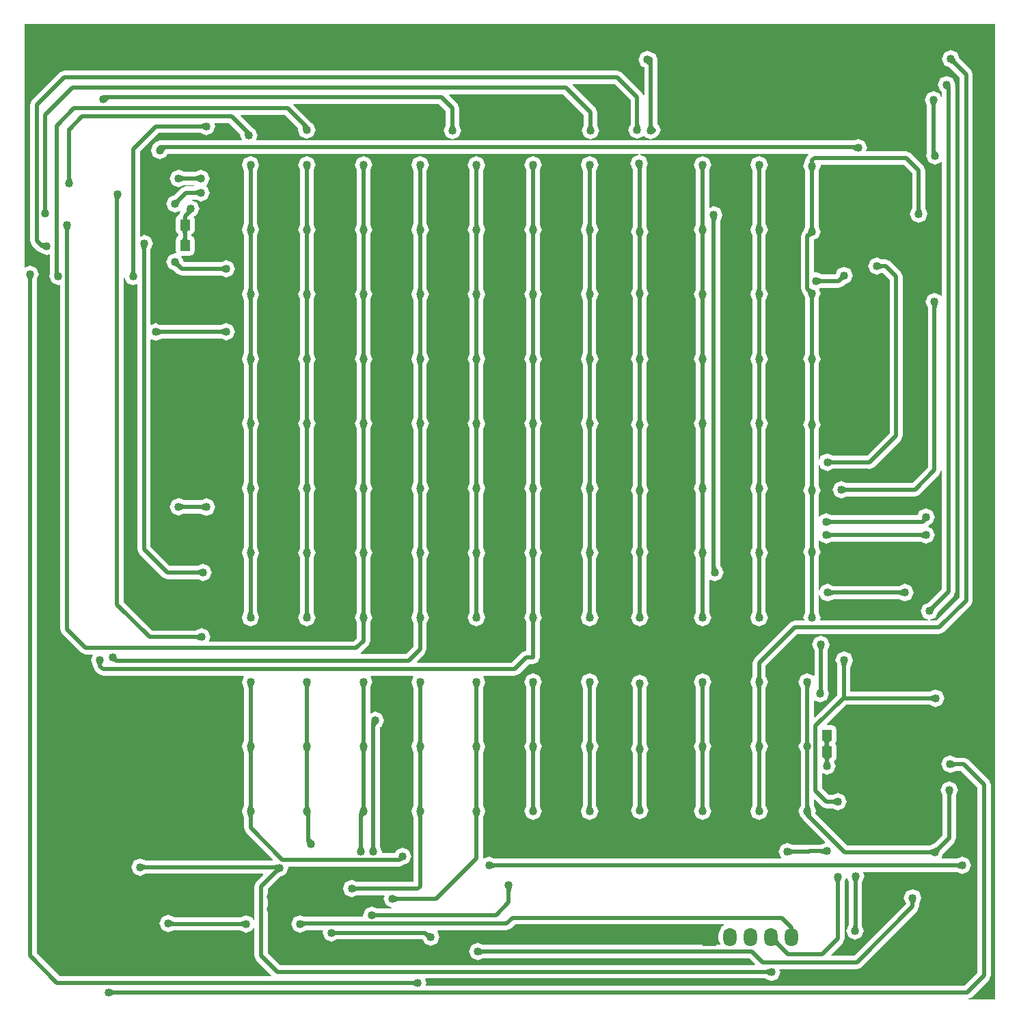
<source format=gbl>
G04 Layer_Physical_Order=2*
G04 Layer_Color=16711680*
%FSTAX24Y24*%
%MOIN*%
G70*
G01*
G75*
%ADD10R,0.0500X0.0550*%
%ADD16C,0.0300*%
%ADD17C,0.0200*%
%ADD18O,0.0650X0.0900*%
%ADD19R,0.0650X0.0900*%
%ADD20C,0.0400*%
G36*
X04503Y046321D02*
X04502Y046304D01*
X045011Y046287D01*
X045003Y046271D01*
X044997Y046253D01*
X044991Y046236D01*
X044987Y046218D01*
X044984Y0462D01*
X044982Y046182D01*
X044982Y046163D01*
X044782D01*
X044781Y046182D01*
X044779Y0462D01*
X044777Y046218D01*
X044772Y046236D01*
X044767Y046253D01*
X04476Y046271D01*
X044753Y046287D01*
X044744Y046304D01*
X044733Y046321D01*
X044722Y046337D01*
X045042D01*
X04503Y046321D01*
D02*
G37*
G36*
X050542D02*
X050532Y046304D01*
X050523Y046287D01*
X050515Y046271D01*
X050509Y046253D01*
X050503Y046236D01*
X050499Y046218D01*
X050496Y0462D01*
X050494Y046182D01*
X050494Y046163D01*
X050294D01*
X050293Y046182D01*
X050291Y0462D01*
X050288Y046218D01*
X050284Y046236D01*
X050279Y046253D01*
X050272Y046271D01*
X050264Y046287D01*
X050255Y046304D01*
X050245Y046321D01*
X050234Y046337D01*
X050554D01*
X050542Y046321D01*
D02*
G37*
G36*
X047786Y030572D02*
X047776Y030556D01*
X047767Y030539D01*
X047759Y030523D01*
X047753Y030505D01*
X047747Y030488D01*
X047743Y03047D01*
X04774Y030452D01*
X047738Y030434D01*
X047738Y030415D01*
X047538D01*
X047537Y030434D01*
X047535Y030452D01*
X047532Y03047D01*
X047528Y030488D01*
X047523Y030505D01*
X047516Y030523D01*
X047508Y030539D01*
X047499Y030556D01*
X047489Y030572D01*
X047478Y030589D01*
X047798D01*
X047786Y030572D01*
D02*
G37*
G36*
X064149Y046264D02*
X064138Y046247D01*
X064129Y046231D01*
X064122Y046214D01*
X064115Y046197D01*
X06411Y046179D01*
X064105Y046162D01*
X064102Y046144D01*
X064101Y046125D01*
X0641Y046107D01*
X0639D01*
X063899Y046125D01*
X063898Y046144D01*
X063895Y046162D01*
X06389Y046179D01*
X063885Y046197D01*
X063878Y046214D01*
X063871Y046231D01*
X063862Y046247D01*
X063851Y046264D01*
X06384Y04628D01*
X06416D01*
X064149Y046264D01*
D02*
G37*
G36*
X061566Y030572D02*
X061556Y030556D01*
X061547Y030539D01*
X061539Y030523D01*
X061532Y030505D01*
X061527Y030488D01*
X061523Y03047D01*
X06152Y030452D01*
X061518Y030434D01*
X061517Y030415D01*
X061317D01*
X061317Y030434D01*
X061315Y030452D01*
X061312Y03047D01*
X061308Y030488D01*
X061302Y030505D01*
X061296Y030523D01*
X061288Y030539D01*
X061279Y030556D01*
X061269Y030572D01*
X061257Y030589D01*
X061577D01*
X061566Y030572D01*
D02*
G37*
G36*
X042275Y046321D02*
X042264Y046304D01*
X042255Y046287D01*
X042248Y046271D01*
X042241Y046253D01*
X042236Y046236D01*
X042231Y046218D01*
X042228Y0462D01*
X042227Y046182D01*
X042226Y046163D01*
X042026D01*
X042025Y046182D01*
X042024Y0462D01*
X042021Y046218D01*
X042016Y046236D01*
X042011Y046253D01*
X042004Y046271D01*
X041997Y046287D01*
X041988Y046304D01*
X041977Y046321D01*
X041966Y046337D01*
X042286D01*
X042275Y046321D01*
D02*
G37*
G36*
Y030572D02*
X042264Y030556D01*
X042255Y030539D01*
X042248Y030523D01*
X042241Y030505D01*
X042236Y030488D01*
X042231Y03047D01*
X042228Y030452D01*
X042227Y030434D01*
X042226Y030415D01*
X042026D01*
X042025Y030434D01*
X042024Y030452D01*
X042021Y03047D01*
X042016Y030488D01*
X042011Y030505D01*
X042004Y030523D01*
X041997Y030539D01*
X041988Y030556D01*
X041977Y030572D01*
X041966Y030589D01*
X042286D01*
X042275Y030572D01*
D02*
G37*
G36*
X042227Y046731D02*
X042228Y046713D01*
X042231Y046695D01*
X042236Y046677D01*
X042241Y04666D01*
X042248Y046643D01*
X042255Y046626D01*
X042264Y046609D01*
X042275Y046593D01*
X042286Y046577D01*
X041966D01*
X041977Y046593D01*
X041988Y046609D01*
X041997Y046626D01*
X042004Y046643D01*
X042011Y04666D01*
X042016Y046677D01*
X042021Y046695D01*
X042024Y046713D01*
X042025Y046731D01*
X042026Y04675D01*
X042226D01*
X042227Y046731D01*
D02*
G37*
G36*
X044982D02*
X044984Y046713D01*
X044987Y046695D01*
X044991Y046677D01*
X044997Y04666D01*
X045003Y046643D01*
X045011Y046626D01*
X04502Y046609D01*
X04503Y046593D01*
X045042Y046577D01*
X044722D01*
X044733Y046593D01*
X044744Y046609D01*
X044753Y046626D01*
X04476Y046643D01*
X044767Y04666D01*
X044772Y046677D01*
X044777Y046695D01*
X044779Y046713D01*
X044781Y046731D01*
X044782Y04675D01*
X044982D01*
X044982Y046731D01*
D02*
G37*
G36*
X055701Y046675D02*
X055702Y046656D01*
X055705Y046638D01*
X05571Y046621D01*
X055715Y046603D01*
X055722Y046586D01*
X055729Y046569D01*
X055738Y046553D01*
X055749Y046536D01*
X05576Y04652D01*
X05544D01*
X055451Y046536D01*
X055462Y046553D01*
X055471Y046569D01*
X055478Y046586D01*
X055485Y046603D01*
X05549Y046621D01*
X055495Y046638D01*
X055498Y046656D01*
X055499Y046675D01*
X0555Y046693D01*
X0557D01*
X055701Y046675D01*
D02*
G37*
G36*
X064101D02*
X064102Y046656D01*
X064105Y046638D01*
X06411Y046621D01*
X064115Y046603D01*
X064122Y046586D01*
X064129Y046569D01*
X064138Y046553D01*
X064149Y046536D01*
X06416Y04652D01*
X06384D01*
X063851Y046536D01*
X063862Y046553D01*
X063871Y046569D01*
X063878Y046586D01*
X063885Y046603D01*
X06389Y046621D01*
X063895Y046638D01*
X063898Y046656D01*
X063899Y046675D01*
X0639Y046693D01*
X0641D01*
X064101Y046675D01*
D02*
G37*
G36*
X04503Y030572D02*
X04502Y030556D01*
X045011Y030539D01*
X045003Y030523D01*
X044997Y030505D01*
X044991Y030488D01*
X044987Y03047D01*
X044984Y030452D01*
X044982Y030434D01*
X044982Y030415D01*
X044782D01*
X044781Y030434D01*
X044779Y030452D01*
X044777Y03047D01*
X044772Y030488D01*
X044767Y030505D01*
X04476Y030523D01*
X044753Y030539D01*
X044744Y030556D01*
X044733Y030572D01*
X044722Y030589D01*
X045042D01*
X04503Y030572D01*
D02*
G37*
G36*
X042227Y043582D02*
X042228Y043564D01*
X042231Y043546D01*
X042236Y043528D01*
X042241Y04351D01*
X042248Y043493D01*
X042255Y043476D01*
X042264Y04346D01*
X042275Y043443D01*
X042286Y043427D01*
X041966D01*
X041977Y043443D01*
X041988Y04346D01*
X041997Y043476D01*
X042004Y043493D01*
X042011Y04351D01*
X042016Y043528D01*
X042021Y043546D01*
X042024Y043564D01*
X042025Y043582D01*
X042026Y0436D01*
X042226D01*
X042227Y043582D01*
D02*
G37*
G36*
X044982D02*
X044984Y043564D01*
X044987Y043546D01*
X044991Y043528D01*
X044997Y04351D01*
X045003Y043493D01*
X045011Y043476D01*
X04502Y04346D01*
X04503Y043443D01*
X045042Y043427D01*
X044722D01*
X044733Y043443D01*
X044744Y04346D01*
X044753Y043476D01*
X04476Y043493D01*
X044767Y04351D01*
X044772Y043528D01*
X044777Y043546D01*
X044779Y043564D01*
X044781Y043582D01*
X044782Y0436D01*
X044982D01*
X044982Y043582D01*
D02*
G37*
G36*
X042227Y030983D02*
X042228Y030965D01*
X042231Y030947D01*
X042236Y030929D01*
X042241Y030912D01*
X042248Y030895D01*
X042255Y030878D01*
X042264Y030861D01*
X042275Y030845D01*
X042286Y030829D01*
X041966D01*
X041977Y030845D01*
X041988Y030861D01*
X041997Y030878D01*
X042004Y030895D01*
X042011Y030912D01*
X042016Y030929D01*
X042021Y030947D01*
X042024Y030965D01*
X042025Y030983D01*
X042026Y031002D01*
X042226D01*
X042227Y030983D01*
D02*
G37*
G36*
X064101Y043475D02*
X064102Y043456D01*
X064105Y043438D01*
X06411Y043421D01*
X064115Y043403D01*
X064122Y043386D01*
X064129Y043369D01*
X064138Y043353D01*
X064149Y043336D01*
X06416Y04332D01*
X06384D01*
X063851Y043336D01*
X063862Y043353D01*
X063871Y043369D01*
X063878Y043386D01*
X063885Y043403D01*
X06389Y043421D01*
X063895Y043438D01*
X063898Y043456D01*
X063899Y043475D01*
X0639Y043493D01*
X0641D01*
X064101Y043475D01*
D02*
G37*
G36*
X047738Y030983D02*
X04774Y030965D01*
X047743Y030947D01*
X047747Y030929D01*
X047753Y030912D01*
X047759Y030895D01*
X047767Y030878D01*
X047776Y030861D01*
X047786Y030845D01*
X047798Y030829D01*
X047478D01*
X047489Y030845D01*
X047499Y030861D01*
X047508Y030878D01*
X047516Y030895D01*
X047523Y030912D01*
X047528Y030929D01*
X047532Y030947D01*
X047535Y030965D01*
X047537Y030983D01*
X047538Y031002D01*
X047738D01*
X047738Y030983D01*
D02*
G37*
G36*
X044982D02*
X044984Y030965D01*
X044987Y030947D01*
X044991Y030929D01*
X044997Y030912D01*
X045003Y030895D01*
X045011Y030878D01*
X04502Y030861D01*
X04503Y030845D01*
X045042Y030829D01*
X044722D01*
X044733Y030845D01*
X044744Y030861D01*
X044753Y030878D01*
X04476Y030895D01*
X044767Y030912D01*
X044772Y030929D01*
X044777Y030947D01*
X044779Y030965D01*
X044781Y030983D01*
X044782Y031002D01*
X044982D01*
X044982Y030983D01*
D02*
G37*
G36*
X064901Y030984D02*
X064884Y030978D01*
X064869Y030968D01*
X064856Y030954D01*
X064845Y030936D01*
X064836Y030914D01*
X064829Y030888D01*
X064824Y030858D01*
X064824Y030855D01*
X064824Y030851D01*
X064829Y030821D01*
X064836Y030795D01*
X064845Y030773D01*
X064856Y030755D01*
X064869Y030741D01*
X064884Y030731D01*
X064901Y030725D01*
X06492Y030722D01*
X06452D01*
X064539Y030725D01*
X064556Y030731D01*
X064571Y030741D01*
X064584Y030755D01*
X064595Y030773D01*
X064604Y030795D01*
X064611Y030821D01*
X064616Y030851D01*
X064616Y030855D01*
X064616Y030858D01*
X064611Y030888D01*
X064604Y030914D01*
X064595Y030936D01*
X064584Y030954D01*
X064571Y030968D01*
X064556Y030978D01*
X064539Y030984D01*
X06452Y030986D01*
X06492D01*
X064901Y030984D01*
D02*
G37*
G36*
X064886Y044719D02*
X064903Y044708D01*
X064919Y044699D01*
X064936Y044692D01*
X064953Y044685D01*
X064971Y04468D01*
X064988Y044675D01*
X065006Y044672D01*
X065025Y044671D01*
X065043Y04467D01*
Y04447D01*
X065025Y044469D01*
X065006Y044468D01*
X064988Y044465D01*
X064971Y04446D01*
X064953Y044455D01*
X064936Y044448D01*
X064919Y044441D01*
X064903Y044432D01*
X064886Y044421D01*
X06487Y04441D01*
Y04473D01*
X064886Y044719D01*
D02*
G37*
G36*
X055749Y046264D02*
X055738Y046247D01*
X055729Y046231D01*
X055722Y046214D01*
X055715Y046197D01*
X05571Y046179D01*
X055705Y046162D01*
X055702Y046144D01*
X055701Y046125D01*
X0557Y046107D01*
X0555D01*
X055499Y046125D01*
X055498Y046144D01*
X055495Y046162D01*
X05549Y046179D01*
X055485Y046197D01*
X055478Y046214D01*
X055471Y046231D01*
X055462Y046247D01*
X055451Y046264D01*
X05544Y04628D01*
X05576D01*
X055749Y046264D01*
D02*
G37*
G36*
X050494Y043582D02*
X050496Y043564D01*
X050499Y043546D01*
X050503Y043528D01*
X050509Y04351D01*
X050515Y043493D01*
X050523Y043476D01*
X050532Y04346D01*
X050542Y043443D01*
X050554Y043427D01*
X050234D01*
X050245Y043443D01*
X050255Y04346D01*
X050264Y043476D01*
X050272Y043493D01*
X050279Y04351D01*
X050284Y043528D01*
X050288Y043546D01*
X050291Y043564D01*
X050293Y043582D01*
X050294Y0436D01*
X050494D01*
X050494Y043582D01*
D02*
G37*
G36*
X039471Y030983D02*
X039472Y030965D01*
X039475Y030947D01*
X03948Y030929D01*
X039485Y030912D01*
X039492Y030895D01*
X039499Y030878D01*
X039508Y030861D01*
X039519Y030845D01*
X03953Y030829D01*
X03921D01*
X039222Y030845D01*
X039232Y030861D01*
X039241Y030878D01*
X039249Y030895D01*
X039255Y030912D01*
X03926Y030929D01*
X039265Y030947D01*
X039268Y030965D01*
X039269Y030983D01*
X03927Y031002D01*
X03947D01*
X039471Y030983D01*
D02*
G37*
G36*
X036715D02*
X036717Y030965D01*
X03672Y030947D01*
X036724Y030929D01*
X036729Y030912D01*
X036736Y030895D01*
X036744Y030878D01*
X036753Y030861D01*
X036763Y030845D01*
X036774Y030829D01*
X036454D01*
X036466Y030845D01*
X036476Y030861D01*
X036485Y030878D01*
X036493Y030895D01*
X036499Y030912D01*
X036505Y030929D01*
X036509Y030947D01*
X036512Y030965D01*
X036514Y030983D01*
X036514Y031002D01*
X036714D01*
X036715Y030983D01*
D02*
G37*
G36*
X064101Y049875D02*
X064102Y049856D01*
X064105Y049838D01*
X06411Y049821D01*
X064115Y049803D01*
X064122Y049786D01*
X064129Y049769D01*
X064138Y049753D01*
X064149Y049736D01*
X06416Y04972D01*
X06384D01*
X063851Y049736D01*
X063862Y049753D01*
X063871Y049769D01*
X063878Y049786D01*
X063885Y049803D01*
X06389Y049821D01*
X063895Y049838D01*
X063898Y049856D01*
X063899Y049875D01*
X0639Y049893D01*
X0641D01*
X064101Y049875D01*
D02*
G37*
G36*
X042227Y049881D02*
X042228Y049863D01*
X042231Y049845D01*
X042236Y049827D01*
X042241Y04981D01*
X042248Y049792D01*
X042255Y049775D01*
X042264Y049759D01*
X042275Y049742D01*
X042286Y049726D01*
X041966D01*
X041977Y049742D01*
X041988Y049759D01*
X041997Y049775D01*
X042004Y049792D01*
X042011Y04981D01*
X042016Y049827D01*
X042021Y049845D01*
X042024Y049863D01*
X042025Y049881D01*
X042026Y0499D01*
X042226D01*
X042227Y049881D01*
D02*
G37*
G36*
X044982D02*
X044984Y049863D01*
X044987Y049845D01*
X044991Y049827D01*
X044997Y04981D01*
X045003Y049792D01*
X045011Y049775D01*
X04502Y049759D01*
X04503Y049742D01*
X045042Y049726D01*
X044722D01*
X044733Y049742D01*
X044744Y049759D01*
X044753Y049775D01*
X04476Y049792D01*
X044767Y04981D01*
X044772Y049827D01*
X044777Y049845D01*
X044779Y049863D01*
X044781Y049881D01*
X044782Y0499D01*
X044982D01*
X044982Y049881D01*
D02*
G37*
G36*
X06388Y027834D02*
X063882Y027815D01*
X063885Y027797D01*
X063889Y02778D01*
X063895Y027762D01*
X063901Y027745D01*
X063909Y027728D01*
X063918Y027712D01*
X063928Y027695D01*
X063939Y027679D01*
X06362D01*
X063631Y027695D01*
X063641Y027712D01*
X06365Y027728D01*
X063658Y027745D01*
X063665Y027762D01*
X06367Y02778D01*
X063674Y027797D01*
X063677Y027815D01*
X063679Y027834D01*
X06368Y027852D01*
X06388D01*
X06388Y027834D01*
D02*
G37*
G36*
X061518D02*
X06152Y027815D01*
X061523Y027797D01*
X061527Y02778D01*
X061532Y027762D01*
X061539Y027745D01*
X061547Y027728D01*
X061556Y027712D01*
X061566Y027695D01*
X061577Y027679D01*
X061257D01*
X061269Y027695D01*
X061279Y027712D01*
X061288Y027728D01*
X061296Y027745D01*
X061302Y027762D01*
X061308Y02778D01*
X061312Y027797D01*
X061315Y027815D01*
X061317Y027834D01*
X061317Y027852D01*
X061517D01*
X061518Y027834D01*
D02*
G37*
G36*
X055701Y049875D02*
X055702Y049856D01*
X055705Y049838D01*
X05571Y049821D01*
X055715Y049803D01*
X055722Y049786D01*
X055729Y049769D01*
X055738Y049753D01*
X055749Y049736D01*
X05576Y04972D01*
X05544D01*
X055451Y049736D01*
X055462Y049753D01*
X055471Y049769D01*
X055478Y049786D01*
X055485Y049803D01*
X05549Y049821D01*
X055495Y049838D01*
X055498Y049856D01*
X055499Y049875D01*
X0555Y049893D01*
X0557D01*
X055701Y049875D01*
D02*
G37*
G36*
X042227Y027834D02*
X042228Y027815D01*
X042231Y027797D01*
X042236Y02778D01*
X042241Y027762D01*
X042248Y027745D01*
X042255Y027728D01*
X042264Y027712D01*
X042275Y027695D01*
X042286Y027679D01*
X041966D01*
X041977Y027695D01*
X041988Y027712D01*
X041997Y027728D01*
X042004Y027745D01*
X042011Y027762D01*
X042016Y02778D01*
X042021Y027797D01*
X042024Y027815D01*
X042025Y027834D01*
X042026Y027852D01*
X042226D01*
X042227Y027834D01*
D02*
G37*
G36*
X032123Y05107D02*
X032137Y051062D01*
X032153Y051055D01*
X032169Y051049D01*
X032186Y051044D01*
X032203Y05104D01*
X032221Y051037D01*
X032239Y051035D01*
X032278Y051033D01*
X032305Y050833D01*
X032287Y050832D01*
X032269Y05083D01*
X032252Y050826D01*
X032234Y050821D01*
X032217Y050815D01*
X0322Y050806D01*
X032183Y050797D01*
X032165Y050786D01*
X032148Y050773D01*
X032131Y050759D01*
X032108Y051078D01*
X032123Y05107D01*
D02*
G37*
G36*
X035313Y050773D02*
X035297Y050785D01*
X035281Y050795D01*
X035264Y050804D01*
X035247Y050812D01*
X03523Y050818D01*
X035212Y050823D01*
X035195Y050828D01*
X035177Y050831D01*
X035158Y050832D01*
X03514Y050833D01*
Y051033D01*
X035158Y051034D01*
X035177Y051035D01*
X035195Y051038D01*
X035212Y051043D01*
X03523Y051048D01*
X035247Y051055D01*
X035264Y051062D01*
X035281Y051071D01*
X035297Y051082D01*
X035313Y051093D01*
Y050773D01*
D02*
G37*
G36*
X050494Y049881D02*
X050496Y049863D01*
X050499Y049845D01*
X050503Y049827D01*
X050509Y04981D01*
X050515Y049792D01*
X050523Y049775D01*
X050532Y049759D01*
X050542Y049742D01*
X050554Y049726D01*
X050234D01*
X050245Y049742D01*
X050255Y049759D01*
X050264Y049775D01*
X050272Y049792D01*
X050279Y04981D01*
X050284Y049827D01*
X050288Y049845D01*
X050291Y049863D01*
X050293Y049881D01*
X050294Y0499D01*
X050494D01*
X050494Y049881D01*
D02*
G37*
G36*
X047738Y027834D02*
X04774Y027815D01*
X047743Y027797D01*
X047747Y02778D01*
X047753Y027762D01*
X047759Y027745D01*
X047767Y027728D01*
X047776Y027712D01*
X047786Y027695D01*
X047798Y027679D01*
X047478D01*
X047489Y027695D01*
X047499Y027712D01*
X047508Y027728D01*
X047516Y027745D01*
X047523Y027762D01*
X047528Y02778D01*
X047532Y027797D01*
X047535Y027815D01*
X047537Y027834D01*
X047538Y027852D01*
X047738D01*
X047738Y027834D01*
D02*
G37*
G36*
X044982D02*
X044984Y027815D01*
X044987Y027797D01*
X044991Y02778D01*
X044997Y027762D01*
X045003Y027745D01*
X045011Y027728D01*
X04502Y027712D01*
X04503Y027695D01*
X045042Y027679D01*
X044722D01*
X044733Y027695D01*
X044744Y027712D01*
X044753Y027728D01*
X04476Y027745D01*
X044767Y027762D01*
X044772Y02778D01*
X044777Y027797D01*
X044779Y027815D01*
X044781Y027834D01*
X044782Y027852D01*
X044982D01*
X044982Y027834D01*
D02*
G37*
G36*
X064911Y030174D02*
X064894Y030168D01*
X064879Y030158D01*
X064866Y030144D01*
X064855Y030126D01*
X064846Y030104D01*
X064839Y030078D01*
X064834Y030048D01*
X064832Y030028D01*
X064832Y030026D01*
X064835Y030008D01*
X06484Y029991D01*
X064845Y029973D01*
X064852Y029956D01*
X064859Y029939D01*
X064868Y029923D01*
X064879Y029906D01*
X06489Y02989D01*
X06457D01*
X064581Y029906D01*
X064592Y029923D01*
X064601Y029939D01*
X064608Y029956D01*
X064615Y029973D01*
X06462Y029991D01*
X064625Y030008D01*
X064628Y030026D01*
X064628Y030028D01*
X064626Y030048D01*
X064621Y030078D01*
X064614Y030104D01*
X064605Y030126D01*
X064594Y030144D01*
X064581Y030158D01*
X064566Y030168D01*
X064549Y030174D01*
X06453Y030176D01*
X06493D01*
X064911Y030174D01*
D02*
G37*
G36*
X055749Y049464D02*
X055738Y049447D01*
X055729Y049431D01*
X055722Y049414D01*
X055715Y049397D01*
X05571Y049379D01*
X055705Y049362D01*
X055702Y049344D01*
X055701Y049325D01*
X0557Y049307D01*
X0555D01*
X055499Y049325D01*
X055498Y049344D01*
X055495Y049362D01*
X05549Y049379D01*
X055485Y049397D01*
X055478Y049414D01*
X055471Y049431D01*
X055462Y049447D01*
X055451Y049464D01*
X05544Y04948D01*
X05576D01*
X055749Y049464D01*
D02*
G37*
G36*
X064149D02*
X064138Y049447D01*
X064129Y049431D01*
X064122Y049414D01*
X064115Y049397D01*
X06411Y049379D01*
X064105Y049362D01*
X064102Y049344D01*
X064101Y049325D01*
X0641Y049307D01*
X0639D01*
X063899Y049325D01*
X063898Y049344D01*
X063895Y049362D01*
X06389Y049379D01*
X063885Y049397D01*
X063878Y049414D01*
X063871Y049431D01*
X063862Y049447D01*
X063851Y049464D01*
X06384Y04948D01*
X06416D01*
X064149Y049464D01*
D02*
G37*
G36*
X039519Y030572D02*
X039508Y030556D01*
X039499Y030539D01*
X039492Y030523D01*
X039485Y030505D01*
X03948Y030488D01*
X039475Y03047D01*
X039472Y030452D01*
X039471Y030434D01*
X03947Y030415D01*
X03927D01*
X039269Y030434D01*
X039268Y030452D01*
X039265Y03047D01*
X03926Y030488D01*
X039255Y030505D01*
X039249Y030523D01*
X039241Y030539D01*
X039232Y030556D01*
X039222Y030572D01*
X03921Y030589D01*
X03953D01*
X039519Y030572D01*
D02*
G37*
G36*
X050494Y046731D02*
X050496Y046713D01*
X050499Y046695D01*
X050503Y046677D01*
X050509Y04666D01*
X050515Y046643D01*
X050523Y046626D01*
X050532Y046609D01*
X050542Y046593D01*
X050554Y046577D01*
X050234D01*
X050245Y046593D01*
X050255Y046609D01*
X050264Y046626D01*
X050272Y046643D01*
X050279Y04666D01*
X050284Y046677D01*
X050288Y046695D01*
X050291Y046713D01*
X050293Y046731D01*
X050294Y04675D01*
X050494D01*
X050494Y046731D01*
D02*
G37*
G36*
X036763Y030572D02*
X036753Y030556D01*
X036744Y030539D01*
X036736Y030523D01*
X036729Y030505D01*
X036724Y030488D01*
X03672Y03047D01*
X036717Y030452D01*
X036715Y030434D01*
X036714Y030415D01*
X036514D01*
X036514Y030434D01*
X036512Y030452D01*
X036509Y03047D01*
X036505Y030488D01*
X036499Y030505D01*
X036493Y030523D01*
X036485Y030539D01*
X036476Y030556D01*
X036466Y030572D01*
X036454Y030589D01*
X036774D01*
X036763Y030572D01*
D02*
G37*
G36*
X04503Y04947D02*
X04502Y049454D01*
X045011Y049437D01*
X045003Y04942D01*
X044997Y049403D01*
X044991Y049386D01*
X044987Y049368D01*
X044984Y04935D01*
X044982Y049332D01*
X044982Y049313D01*
X044782D01*
X044781Y049332D01*
X044779Y04935D01*
X044777Y049368D01*
X044772Y049386D01*
X044767Y049403D01*
X04476Y04942D01*
X044753Y049437D01*
X044744Y049454D01*
X044733Y04947D01*
X044722Y049486D01*
X045042D01*
X04503Y04947D01*
D02*
G37*
G36*
X06514Y02787D02*
X065124Y027881D01*
X065107Y027892D01*
X065091Y027901D01*
X065074Y027908D01*
X065057Y027915D01*
X065039Y02792D01*
X065022Y027925D01*
X065004Y027928D01*
X064985Y027929D01*
X064967Y02793D01*
Y02813D01*
X064985Y028131D01*
X065004Y028132D01*
X065022Y028135D01*
X065039Y02814D01*
X065057Y028145D01*
X065074Y028152D01*
X065091Y028159D01*
X065107Y028168D01*
X065124Y028179D01*
X06514Y02819D01*
Y02787D01*
D02*
G37*
G36*
X050542Y04947D02*
X050532Y049454D01*
X050523Y049437D01*
X050515Y04942D01*
X050509Y049403D01*
X050503Y049386D01*
X050499Y049368D01*
X050496Y04935D01*
X050494Y049332D01*
X050494Y049313D01*
X050294D01*
X050293Y049332D01*
X050291Y04935D01*
X050288Y049368D01*
X050284Y049386D01*
X050279Y049403D01*
X050272Y04942D01*
X050264Y049437D01*
X050255Y049454D01*
X050245Y04947D01*
X050234Y049486D01*
X050554D01*
X050542Y04947D01*
D02*
G37*
G36*
X070876Y029999D02*
X070893Y029988D01*
X070909Y029979D01*
X070926Y029972D01*
X070943Y029965D01*
X070961Y02996D01*
X070978Y029955D01*
X070996Y029952D01*
X071015Y029951D01*
X071033Y02995D01*
Y02975D01*
X071015Y029749D01*
X070996Y029748D01*
X070978Y029745D01*
X070961Y02974D01*
X070943Y029735D01*
X070926Y029728D01*
X070909Y029721D01*
X070893Y029712D01*
X070876Y029701D01*
X07086Y02969D01*
Y03001D01*
X070876Y029999D01*
D02*
G37*
G36*
X070849Y028454D02*
X070838Y028437D01*
X070829Y028421D01*
X070822Y028404D01*
X070815Y028387D01*
X07081Y028369D01*
X070805Y028352D01*
X070802Y028334D01*
X070801Y028315D01*
X0708Y028297D01*
X0706D01*
X070599Y028315D01*
X070598Y028334D01*
X070595Y028352D01*
X07059Y028369D01*
X070585Y028387D01*
X070579Y028404D01*
X070571Y028421D01*
X070562Y028437D01*
X070552Y028454D01*
X07054Y02847D01*
X07086D01*
X070849Y028454D01*
D02*
G37*
G36*
X042275Y04947D02*
X042264Y049454D01*
X042255Y049437D01*
X042248Y04942D01*
X042241Y049403D01*
X042236Y049386D01*
X042231Y049368D01*
X042228Y04935D01*
X042227Y049332D01*
X042226Y049313D01*
X042026D01*
X042025Y049332D01*
X042024Y04935D01*
X042021Y049368D01*
X042016Y049386D01*
X042011Y049403D01*
X042004Y04942D01*
X041997Y049437D01*
X041988Y049454D01*
X041977Y04947D01*
X041966Y049486D01*
X042286D01*
X042275Y04947D01*
D02*
G37*
G36*
X055701Y043475D02*
X055702Y043456D01*
X055705Y043438D01*
X05571Y043421D01*
X055715Y043403D01*
X055722Y043386D01*
X055729Y043369D01*
X055738Y043353D01*
X055749Y043336D01*
X05576Y04332D01*
X05544D01*
X055451Y043336D01*
X055462Y043353D01*
X055471Y043369D01*
X055478Y043386D01*
X055485Y043403D01*
X05549Y043421D01*
X055495Y043438D01*
X055498Y043456D01*
X055499Y043475D01*
X0555Y043493D01*
X0557D01*
X055701Y043475D01*
D02*
G37*
G36*
X065728Y034775D02*
X065713Y034758D01*
X0657Y034741D01*
X065688Y034724D01*
X065678Y034707D01*
X065669Y034689D01*
X065662Y034672D01*
X065657Y034655D01*
X065653Y034637D01*
X065651Y03462D01*
X06565Y034603D01*
X06545Y034638D01*
X06545Y034658D01*
X065446Y034696D01*
X065444Y034713D01*
X065435Y034747D01*
X06543Y034763D01*
X065424Y034778D01*
X065417Y034792D01*
X065409Y034805D01*
X065728Y034775D01*
D02*
G37*
G36*
X061518Y034133D02*
X06152Y034115D01*
X061523Y034097D01*
X061527Y034079D01*
X061532Y034062D01*
X061539Y034044D01*
X061547Y034027D01*
X061556Y034011D01*
X061566Y033994D01*
X061577Y033978D01*
X061257D01*
X061269Y033994D01*
X061279Y034011D01*
X061288Y034027D01*
X061296Y034044D01*
X061302Y034062D01*
X061308Y034079D01*
X061312Y034097D01*
X061315Y034115D01*
X061317Y034133D01*
X061317Y034151D01*
X061517D01*
X061518Y034133D01*
D02*
G37*
G36*
X042275Y040021D02*
X042264Y040005D01*
X042255Y039988D01*
X042248Y039971D01*
X042241Y039954D01*
X042236Y039937D01*
X042231Y039919D01*
X042228Y039901D01*
X042227Y039883D01*
X042226Y039864D01*
X042026D01*
X042025Y039883D01*
X042024Y039901D01*
X042021Y039919D01*
X042016Y039937D01*
X042011Y039954D01*
X042004Y039971D01*
X041997Y039988D01*
X041988Y040005D01*
X041977Y040021D01*
X041966Y040037D01*
X042286D01*
X042275Y040021D01*
D02*
G37*
G36*
X06842Y03805D02*
X068404Y038061D01*
X068387Y038072D01*
X068371Y038081D01*
X068354Y038088D01*
X068337Y038095D01*
X068319Y0381D01*
X068302Y038105D01*
X068284Y038108D01*
X068265Y038109D01*
X068247Y03811D01*
Y03831D01*
X068265Y038311D01*
X068284Y038312D01*
X068302Y038315D01*
X068319Y03832D01*
X068337Y038325D01*
X068354Y038332D01*
X068371Y038339D01*
X068387Y038348D01*
X068404Y038359D01*
X06842Y03837D01*
Y03805D01*
D02*
G37*
G36*
X03418Y03904D02*
X034164Y039051D01*
X034147Y039062D01*
X034131Y039071D01*
X034114Y039078D01*
X034097Y039085D01*
X034079Y03909D01*
X034062Y039095D01*
X034044Y039098D01*
X034025Y039099D01*
X034007Y0391D01*
Y0393D01*
X034025Y039301D01*
X034044Y039302D01*
X034062Y039305D01*
X034079Y03931D01*
X034097Y039315D01*
X034114Y039322D01*
X034131Y039329D01*
X034147Y039338D01*
X034164Y039349D01*
X03418Y03936D01*
Y03904D01*
D02*
G37*
G36*
X029374Y034744D02*
X029371Y034739D01*
X029368Y034733D01*
X029366Y034725D01*
X029364Y034715D01*
X029363Y034703D01*
X029361Y034675D01*
X02936Y03464D01*
X02916D01*
X02916Y034658D01*
X029156Y034715D01*
X029154Y034725D01*
X029152Y034733D01*
X029149Y034739D01*
X029146Y034744D01*
X029143Y034748D01*
X029377D01*
X029374Y034744D01*
D02*
G37*
G36*
X061566Y033722D02*
X061556Y033706D01*
X061547Y033689D01*
X061539Y033672D01*
X061532Y033655D01*
X061527Y033638D01*
X061523Y03362D01*
X06152Y033602D01*
X061518Y033584D01*
X061517Y033565D01*
X061317D01*
X061317Y033584D01*
X061315Y033602D01*
X061312Y03362D01*
X061308Y033638D01*
X061302Y033655D01*
X061296Y033672D01*
X061288Y033689D01*
X061279Y033706D01*
X061269Y033722D01*
X061257Y033738D01*
X061577D01*
X061566Y033722D01*
D02*
G37*
G36*
X055749Y040064D02*
X055738Y040047D01*
X055729Y040031D01*
X055722Y040014D01*
X055715Y039997D01*
X05571Y039979D01*
X055705Y039962D01*
X055702Y039944D01*
X055701Y039925D01*
X0557Y039907D01*
X0555D01*
X055499Y039925D01*
X055498Y039944D01*
X055495Y039962D01*
X05549Y039979D01*
X055485Y039997D01*
X055478Y040014D01*
X055471Y040031D01*
X055462Y040047D01*
X055451Y040064D01*
X05544Y04008D01*
X05576D01*
X055749Y040064D01*
D02*
G37*
G36*
X064149D02*
X064138Y040047D01*
X064129Y040031D01*
X064122Y040014D01*
X064115Y039997D01*
X06411Y039979D01*
X064105Y039962D01*
X064102Y039944D01*
X064101Y039925D01*
X0641Y039907D01*
X0639D01*
X063899Y039925D01*
X063898Y039944D01*
X063895Y039962D01*
X06389Y039979D01*
X063885Y039997D01*
X063878Y040014D01*
X063871Y040031D01*
X063862Y040047D01*
X063851Y040064D01*
X06384Y04008D01*
X06416D01*
X064149Y040064D01*
D02*
G37*
G36*
X04503Y040021D02*
X04502Y040005D01*
X045011Y039988D01*
X045003Y039971D01*
X044997Y039954D01*
X044991Y039937D01*
X044987Y039919D01*
X044984Y039901D01*
X044982Y039883D01*
X044982Y039864D01*
X044782D01*
X044781Y039883D01*
X044779Y039901D01*
X044777Y039919D01*
X044772Y039937D01*
X044767Y039954D01*
X04476Y039971D01*
X044753Y039988D01*
X044744Y040005D01*
X044733Y040021D01*
X044722Y040037D01*
X045042D01*
X04503Y040021D01*
D02*
G37*
G36*
X063928Y033722D02*
X063918Y033706D01*
X063909Y033689D01*
X063901Y033672D01*
X063895Y033655D01*
X063889Y033638D01*
X063885Y03362D01*
X063882Y033602D01*
X06388Y033584D01*
X06388Y033565D01*
X06368D01*
X063679Y033584D01*
X063677Y033602D01*
X063674Y03362D01*
X06367Y033638D01*
X063665Y033655D01*
X063658Y033672D01*
X06365Y033689D01*
X063641Y033706D01*
X063631Y033722D01*
X06362Y033738D01*
X063939D01*
X063928Y033722D01*
D02*
G37*
G36*
X050542Y040021D02*
X050532Y040005D01*
X050523Y039988D01*
X050515Y039971D01*
X050509Y039954D01*
X050503Y039937D01*
X050499Y039919D01*
X050496Y039901D01*
X050494Y039883D01*
X050494Y039864D01*
X050294D01*
X050293Y039883D01*
X050291Y039901D01*
X050288Y039919D01*
X050284Y039937D01*
X050279Y039954D01*
X050272Y039971D01*
X050264Y039988D01*
X050255Y040005D01*
X050245Y040021D01*
X050234Y040037D01*
X050554D01*
X050542Y040021D01*
D02*
G37*
G36*
X055701Y037275D02*
X055702Y037256D01*
X055705Y037238D01*
X05571Y037221D01*
X055715Y037203D01*
X055722Y037186D01*
X055729Y037169D01*
X055738Y037153D01*
X055749Y037136D01*
X05576Y03712D01*
X05544D01*
X055451Y037136D01*
X055462Y037153D01*
X055471Y037169D01*
X055478Y037186D01*
X055485Y037203D01*
X05549Y037221D01*
X055495Y037238D01*
X055498Y037256D01*
X055499Y037275D01*
X0555Y037293D01*
X0557D01*
X055701Y037275D01*
D02*
G37*
G36*
X064101D02*
X064102Y037256D01*
X064105Y037238D01*
X06411Y037221D01*
X064115Y037203D01*
X064122Y037186D01*
X064129Y037169D01*
X064138Y037153D01*
X064149Y037136D01*
X06416Y03712D01*
X06384D01*
X063851Y037136D01*
X063862Y037153D01*
X063871Y037169D01*
X063878Y037186D01*
X063885Y037203D01*
X06389Y037221D01*
X063895Y037238D01*
X063898Y037256D01*
X063899Y037275D01*
X0639Y037293D01*
X0641D01*
X064101Y037275D01*
D02*
G37*
G36*
X042227Y037283D02*
X042228Y037264D01*
X042231Y037246D01*
X042236Y037229D01*
X042241Y037211D01*
X042248Y037194D01*
X042255Y037177D01*
X042264Y03716D01*
X042275Y037144D01*
X042286Y037128D01*
X041966D01*
X041977Y037144D01*
X041988Y03716D01*
X041997Y037177D01*
X042004Y037194D01*
X042011Y037211D01*
X042016Y037229D01*
X042021Y037246D01*
X042024Y037264D01*
X042025Y037283D01*
X042026Y037301D01*
X042226D01*
X042227Y037283D01*
D02*
G37*
G36*
X042275Y036872D02*
X042264Y036855D01*
X042255Y036839D01*
X042248Y036822D01*
X042241Y036805D01*
X042236Y036787D01*
X042231Y036769D01*
X042228Y036751D01*
X042227Y036733D01*
X042226Y036715D01*
X042026D01*
X042025Y036733D01*
X042024Y036751D01*
X042021Y036769D01*
X042016Y036787D01*
X042011Y036805D01*
X042004Y036822D01*
X041997Y036839D01*
X041988Y036855D01*
X041977Y036872D01*
X041966Y036888D01*
X042286D01*
X042275Y036872D01*
D02*
G37*
G36*
X04503D02*
X04502Y036855D01*
X045011Y036839D01*
X045003Y036822D01*
X044997Y036805D01*
X044991Y036787D01*
X044987Y036769D01*
X044984Y036751D01*
X044982Y036733D01*
X044982Y036715D01*
X044782D01*
X044781Y036733D01*
X044779Y036751D01*
X044777Y036769D01*
X044772Y036787D01*
X044767Y036805D01*
X04476Y036822D01*
X044753Y036839D01*
X044744Y036855D01*
X044733Y036872D01*
X044722Y036888D01*
X045042D01*
X04503Y036872D01*
D02*
G37*
G36*
X050542D02*
X050532Y036855D01*
X050523Y036839D01*
X050515Y036822D01*
X050509Y036805D01*
X050503Y036787D01*
X050499Y036769D01*
X050496Y036751D01*
X050494Y036733D01*
X050494Y036715D01*
X050294D01*
X050293Y036733D01*
X050291Y036751D01*
X050288Y036769D01*
X050284Y036787D01*
X050279Y036805D01*
X050272Y036822D01*
X050264Y036839D01*
X050255Y036855D01*
X050245Y036872D01*
X050234Y036888D01*
X050554D01*
X050542Y036872D01*
D02*
G37*
G36*
X064589Y035554D02*
X064578Y035537D01*
X064569Y035521D01*
X064562Y035504D01*
X064555Y035487D01*
X06455Y035469D01*
X064545Y035452D01*
X064542Y035434D01*
X064541Y035415D01*
X06454Y035397D01*
X06434D01*
X064339Y035415D01*
X064338Y035434D01*
X064335Y035452D01*
X06433Y035469D01*
X064325Y035487D01*
X064318Y035504D01*
X064311Y035521D01*
X064302Y035537D01*
X064291Y035554D01*
X06428Y03557D01*
X0646D01*
X064589Y035554D01*
D02*
G37*
G36*
X069998Y037447D02*
X069985Y037433D01*
X069974Y037419D01*
X069963Y037404D01*
X069954Y037389D01*
X069945Y037372D01*
X069938Y037356D01*
X069931Y037338D01*
X069926Y03732D01*
X069921Y037301D01*
X069918Y037282D01*
X069692Y037508D01*
X069711Y037511D01*
X06973Y037516D01*
X069748Y037521D01*
X069766Y037528D01*
X069782Y037535D01*
X069799Y037544D01*
X069814Y037553D01*
X069829Y037564D01*
X069843Y037575D01*
X069857Y037588D01*
X069998Y037447D01*
D02*
G37*
G36*
X064896Y038359D02*
X064913Y038348D01*
X064929Y038339D01*
X064946Y038332D01*
X064963Y038325D01*
X064981Y03832D01*
X064998Y038315D01*
X065016Y038312D01*
X065035Y038311D01*
X065053Y03831D01*
Y03811D01*
X065035Y038109D01*
X065016Y038108D01*
X064998Y038105D01*
X064981Y0381D01*
X064963Y038095D01*
X064946Y038088D01*
X064929Y038081D01*
X064913Y038072D01*
X064896Y038061D01*
X06488Y03805D01*
Y03837D01*
X064896Y038359D01*
D02*
G37*
G36*
X044982Y037283D02*
X044984Y037264D01*
X044987Y037246D01*
X044991Y037229D01*
X044997Y037211D01*
X045003Y037194D01*
X045011Y037177D01*
X04502Y03716D01*
X04503Y037144D01*
X045042Y037128D01*
X044722D01*
X044733Y037144D01*
X044744Y03716D01*
X044753Y037177D01*
X04476Y037194D01*
X044767Y037211D01*
X044772Y037229D01*
X044777Y037246D01*
X044779Y037264D01*
X044781Y037283D01*
X044782Y037301D01*
X044982D01*
X044982Y037283D01*
D02*
G37*
G36*
X050494D02*
X050496Y037264D01*
X050499Y037246D01*
X050503Y037229D01*
X050509Y037211D01*
X050515Y037194D01*
X050523Y037177D01*
X050532Y03716D01*
X050542Y037144D01*
X050554Y037128D01*
X050234D01*
X050245Y037144D01*
X050255Y03716D01*
X050264Y037177D01*
X050272Y037194D01*
X050279Y037211D01*
X050284Y037229D01*
X050288Y037246D01*
X050291Y037264D01*
X050293Y037283D01*
X050294Y037301D01*
X050494D01*
X050494Y037283D01*
D02*
G37*
G36*
X0341Y03589D02*
X034084Y035901D01*
X034067Y035912D01*
X034051Y035921D01*
X034034Y035928D01*
X034017Y035935D01*
X033999Y03594D01*
X033982Y035945D01*
X033964Y035948D01*
X033945Y035949D01*
X033927Y03595D01*
Y03615D01*
X033945Y036151D01*
X033964Y036152D01*
X033982Y036155D01*
X033999Y03616D01*
X034017Y036165D01*
X034034Y036172D01*
X034051Y036179D01*
X034067Y036188D01*
X034084Y036199D01*
X0341Y03621D01*
Y03589D01*
D02*
G37*
G36*
X055749Y043064D02*
X055738Y043047D01*
X055729Y043031D01*
X055722Y043014D01*
X055715Y042997D01*
X05571Y042979D01*
X055705Y042962D01*
X055702Y042944D01*
X055701Y042925D01*
X0557Y042907D01*
X0555D01*
X055499Y042925D01*
X055498Y042944D01*
X055495Y042962D01*
X05549Y042979D01*
X055485Y042997D01*
X055478Y043014D01*
X055471Y043031D01*
X055462Y043047D01*
X055451Y043064D01*
X05544Y04308D01*
X05576D01*
X055749Y043064D01*
D02*
G37*
G36*
X064149D02*
X064138Y043047D01*
X064129Y043031D01*
X064122Y043014D01*
X064115Y042997D01*
X06411Y042979D01*
X064105Y042962D01*
X064102Y042944D01*
X064101Y042925D01*
X0641Y042907D01*
X0639D01*
X063899Y042925D01*
X063898Y042944D01*
X063895Y042962D01*
X06389Y042979D01*
X063885Y042997D01*
X063878Y043014D01*
X063871Y043031D01*
X063862Y043047D01*
X063851Y043064D01*
X06384Y04308D01*
X06416D01*
X064149Y043064D01*
D02*
G37*
G36*
X0699Y03291D02*
X069884Y032921D01*
X069867Y032932D01*
X069851Y032941D01*
X069834Y032948D01*
X069817Y032955D01*
X069799Y03296D01*
X069782Y032965D01*
X069764Y032968D01*
X069745Y032969D01*
X069727Y03297D01*
Y03317D01*
X069745Y033171D01*
X069764Y033172D01*
X069782Y033175D01*
X069799Y03318D01*
X069817Y033185D01*
X069834Y033192D01*
X069851Y033199D01*
X069867Y033208D01*
X069884Y033219D01*
X0699Y03323D01*
Y03291D01*
D02*
G37*
G36*
X064836Y041809D02*
X064853Y041798D01*
X064869Y041789D01*
X064886Y041782D01*
X064903Y041775D01*
X064921Y04177D01*
X064938Y041765D01*
X064956Y041762D01*
X064975Y041761D01*
X064993Y04176D01*
Y04156D01*
X064975Y041559D01*
X064956Y041558D01*
X064938Y041555D01*
X064921Y04155D01*
X064903Y041545D01*
X064886Y041538D01*
X064869Y041531D01*
X064853Y041522D01*
X064836Y041511D01*
X06482Y0415D01*
Y04182D01*
X064836Y041809D01*
D02*
G37*
G36*
X069614Y04171D02*
X069609Y041708D01*
X069604Y041705D01*
X069597Y0417D01*
X069579Y041685D01*
X069528Y041637D01*
X069512Y041621D01*
X069339Y041731D01*
X069348Y04174D01*
X069355Y041749D01*
X069361Y041758D01*
X069365Y041767D01*
X069369Y041776D01*
X069371Y041786D01*
X069371Y041795D01*
X069371Y041804D01*
X069369Y041813D01*
X069366Y041822D01*
X069614Y04171D01*
D02*
G37*
G36*
X06454Y033562D02*
X06454Y033542D01*
X064544Y033504D01*
X064546Y033487D01*
X064555Y033453D01*
X06456Y033437D01*
X064566Y033422D01*
X064573Y033408D01*
X06458Y033395D01*
X064262Y033425D01*
X064277Y033442D01*
X06429Y033459D01*
X064302Y033476D01*
X064312Y033493D01*
X064321Y033511D01*
X064328Y033528D01*
X064333Y033545D01*
X064337Y033563D01*
X064339Y03358D01*
X06434Y033597D01*
X06454Y033562D01*
D02*
G37*
G36*
X061518Y030983D02*
X06152Y030965D01*
X061523Y030947D01*
X061527Y030929D01*
X061532Y030912D01*
X061539Y030895D01*
X061547Y030878D01*
X061556Y030861D01*
X061566Y030845D01*
X061577Y030829D01*
X061257D01*
X061269Y030845D01*
X061279Y030861D01*
X061288Y030878D01*
X061296Y030895D01*
X061302Y030912D01*
X061308Y030929D01*
X061312Y030947D01*
X061315Y030965D01*
X061317Y030983D01*
X061317Y031002D01*
X061517D01*
X061518Y030983D01*
D02*
G37*
G36*
X050542Y043171D02*
X050532Y043155D01*
X050523Y043138D01*
X050515Y043121D01*
X050509Y043104D01*
X050503Y043086D01*
X050499Y043069D01*
X050496Y043051D01*
X050494Y043032D01*
X050494Y043014D01*
X050294D01*
X050293Y043032D01*
X050291Y043051D01*
X050288Y043069D01*
X050284Y043086D01*
X050279Y043104D01*
X050272Y043121D01*
X050264Y043138D01*
X050255Y043155D01*
X050245Y043171D01*
X050234Y043187D01*
X050554D01*
X050542Y043171D01*
D02*
G37*
G36*
X065576Y043379D02*
X065593Y043368D01*
X065609Y043359D01*
X065626Y043352D01*
X065643Y043345D01*
X065661Y04334D01*
X065678Y043335D01*
X065696Y043332D01*
X065715Y043331D01*
X065733Y04333D01*
Y04313D01*
X065715Y043129D01*
X065696Y043128D01*
X065678Y043125D01*
X065661Y04312D01*
X065643Y043115D01*
X065626Y043108D01*
X065609Y043101D01*
X065593Y043092D01*
X065576Y043081D01*
X06556Y04307D01*
Y04339D01*
X065576Y043379D01*
D02*
G37*
G36*
X042808Y031819D02*
X042788Y031803D01*
X042769Y031787D01*
X042753Y031771D01*
X042739Y031755D01*
X042727Y031739D01*
X042717Y031724D01*
X04271Y031708D01*
X042704Y031692D01*
X042701Y031676D01*
X0427Y03166D01*
X0425Y031681D01*
X042502Y031911D01*
X042808Y031819D01*
D02*
G37*
G36*
X042275Y043171D02*
X042264Y043155D01*
X042255Y043138D01*
X042248Y043121D01*
X042241Y043104D01*
X042236Y043086D01*
X042231Y043069D01*
X042228Y043051D01*
X042227Y043032D01*
X042226Y043014D01*
X042026D01*
X042025Y043032D01*
X042024Y043051D01*
X042021Y043069D01*
X042016Y043086D01*
X042011Y043104D01*
X042004Y043121D01*
X041997Y043138D01*
X041988Y043155D01*
X041977Y043171D01*
X041966Y043187D01*
X042286D01*
X042275Y043171D01*
D02*
G37*
G36*
X04503D02*
X04502Y043155D01*
X045011Y043138D01*
X045003Y043121D01*
X044997Y043104D01*
X044991Y043086D01*
X044987Y043069D01*
X044984Y043051D01*
X044982Y043032D01*
X044982Y043014D01*
X044782D01*
X044781Y043032D01*
X044779Y043051D01*
X044777Y043069D01*
X044772Y043086D01*
X044767Y043104D01*
X04476Y043121D01*
X044753Y043138D01*
X044744Y043155D01*
X044733Y043171D01*
X044722Y043187D01*
X045042D01*
X04503Y043171D01*
D02*
G37*
G36*
Y033722D02*
X04502Y033706D01*
X045011Y033689D01*
X045003Y033672D01*
X044997Y033655D01*
X044991Y033638D01*
X044987Y03362D01*
X044984Y033602D01*
X044982Y033584D01*
X044982Y033565D01*
X044782D01*
X044781Y033584D01*
X044779Y033602D01*
X044777Y03362D01*
X044772Y033638D01*
X044767Y033655D01*
X04476Y033672D01*
X044753Y033689D01*
X044744Y033706D01*
X044733Y033722D01*
X044722Y033738D01*
X045042D01*
X04503Y033722D01*
D02*
G37*
G36*
X050494Y040432D02*
X050496Y040414D01*
X050499Y040396D01*
X050503Y040378D01*
X050509Y040361D01*
X050515Y040344D01*
X050523Y040327D01*
X050532Y04031D01*
X050542Y040294D01*
X050554Y040278D01*
X050234D01*
X050245Y040294D01*
X050255Y04031D01*
X050264Y040327D01*
X050272Y040344D01*
X050279Y040361D01*
X050284Y040378D01*
X050288Y040396D01*
X050291Y040414D01*
X050293Y040432D01*
X050294Y040451D01*
X050494D01*
X050494Y040432D01*
D02*
G37*
G36*
X042275Y033722D02*
X042264Y033706D01*
X042255Y033689D01*
X042248Y033672D01*
X042241Y033655D01*
X042236Y033638D01*
X042231Y03362D01*
X042228Y033602D01*
X042227Y033584D01*
X042226Y033565D01*
X042026D01*
X042025Y033584D01*
X042024Y033602D01*
X042021Y03362D01*
X042016Y033638D01*
X042011Y033655D01*
X042004Y033672D01*
X041997Y033689D01*
X041988Y033706D01*
X041977Y033722D01*
X041966Y033738D01*
X042286D01*
X042275Y033722D01*
D02*
G37*
G36*
X047786D02*
X047776Y033706D01*
X047767Y033689D01*
X047759Y033672D01*
X047753Y033655D01*
X047747Y033638D01*
X047743Y03362D01*
X04774Y033602D01*
X047738Y033584D01*
X047738Y033565D01*
X047538D01*
X047537Y033584D01*
X047535Y033602D01*
X047532Y03362D01*
X047528Y033638D01*
X047523Y033655D01*
X047516Y033672D01*
X047508Y033689D01*
X047499Y033706D01*
X047489Y033722D01*
X047478Y033738D01*
X047798D01*
X047786Y033722D01*
D02*
G37*
G36*
X042227Y040432D02*
X042228Y040414D01*
X042231Y040396D01*
X042236Y040378D01*
X042241Y040361D01*
X042248Y040344D01*
X042255Y040327D01*
X042264Y04031D01*
X042275Y040294D01*
X042286Y040278D01*
X041966D01*
X041977Y040294D01*
X041988Y04031D01*
X041997Y040327D01*
X042004Y040344D01*
X042011Y040361D01*
X042016Y040378D01*
X042021Y040396D01*
X042024Y040414D01*
X042025Y040432D01*
X042026Y040451D01*
X042226D01*
X042227Y040432D01*
D02*
G37*
G36*
X044982D02*
X044984Y040414D01*
X044987Y040396D01*
X044991Y040378D01*
X044997Y040361D01*
X045003Y040344D01*
X045011Y040327D01*
X04502Y04031D01*
X04503Y040294D01*
X045042Y040278D01*
X044722D01*
X044733Y040294D01*
X044744Y04031D01*
X044753Y040327D01*
X04476Y040344D01*
X044767Y040361D01*
X044772Y040378D01*
X044777Y040396D01*
X044779Y040414D01*
X044781Y040432D01*
X044782Y040451D01*
X044982D01*
X044982Y040432D01*
D02*
G37*
G36*
X064101Y040475D02*
X064102Y040456D01*
X064105Y040438D01*
X06411Y040421D01*
X064115Y040403D01*
X064122Y040386D01*
X064129Y040369D01*
X064138Y040353D01*
X064149Y040336D01*
X06416Y04032D01*
X06384D01*
X063851Y040336D01*
X063862Y040353D01*
X063871Y040369D01*
X063878Y040386D01*
X063885Y040403D01*
X06389Y040421D01*
X063895Y040438D01*
X063898Y040456D01*
X063899Y040475D01*
X0639Y040493D01*
X0641D01*
X064101Y040475D01*
D02*
G37*
G36*
X064836Y041169D02*
X064853Y041158D01*
X064869Y041149D01*
X064886Y041142D01*
X064903Y041135D01*
X064921Y04113D01*
X064938Y041125D01*
X064956Y041122D01*
X064975Y041121D01*
X064993Y04112D01*
Y04092D01*
X064975Y040919D01*
X064956Y040918D01*
X064938Y040915D01*
X064921Y04091D01*
X064903Y040905D01*
X064886Y040898D01*
X064869Y040891D01*
X064853Y040882D01*
X064836Y040871D01*
X06482Y04086D01*
Y04118D01*
X064836Y041169D01*
D02*
G37*
G36*
X06944Y04086D02*
X069424Y040871D01*
X069407Y040882D01*
X069391Y040891D01*
X069374Y040898D01*
X069357Y040905D01*
X069339Y04091D01*
X069322Y040915D01*
X069304Y040918D01*
X069285Y040919D01*
X069267Y04092D01*
Y04112D01*
X069285Y041121D01*
X069304Y041122D01*
X069322Y041125D01*
X069339Y04113D01*
X069357Y041135D01*
X069374Y041142D01*
X069391Y041149D01*
X069407Y041158D01*
X069424Y041169D01*
X06944Y04118D01*
Y04086D01*
D02*
G37*
G36*
X039519Y033722D02*
X039508Y033706D01*
X039499Y033689D01*
X039492Y033672D01*
X039485Y033655D01*
X03948Y033638D01*
X039475Y03362D01*
X039472Y033602D01*
X039471Y033584D01*
X03947Y033565D01*
X03927D01*
X039269Y033584D01*
X039268Y033602D01*
X039265Y03362D01*
X03926Y033638D01*
X039255Y033655D01*
X039249Y033672D01*
X039241Y033689D01*
X039232Y033706D01*
X039222Y033722D01*
X03921Y033738D01*
X03953D01*
X039519Y033722D01*
D02*
G37*
G36*
X036763D02*
X036753Y033706D01*
X036744Y033689D01*
X036736Y033672D01*
X036729Y033655D01*
X036724Y033638D01*
X03672Y03362D01*
X036717Y033602D01*
X036715Y033584D01*
X036714Y033565D01*
X036514D01*
X036514Y033584D01*
X036512Y033602D01*
X036509Y03362D01*
X036505Y033638D01*
X036499Y033655D01*
X036493Y033672D01*
X036485Y033689D01*
X036476Y033706D01*
X036466Y033722D01*
X036454Y033738D01*
X036774D01*
X036763Y033722D01*
D02*
G37*
G36*
X055701Y040475D02*
X055702Y040456D01*
X055705Y040438D01*
X05571Y040421D01*
X055715Y040403D01*
X055722Y040386D01*
X055729Y040369D01*
X055738Y040353D01*
X055749Y040336D01*
X05576Y04032D01*
X05544D01*
X055451Y040336D01*
X055462Y040353D01*
X055471Y040369D01*
X055478Y040386D01*
X055485Y040403D01*
X05549Y040421D01*
X055495Y040438D01*
X055498Y040456D01*
X055499Y040475D01*
X0555Y040493D01*
X0557D01*
X055701Y040475D01*
D02*
G37*
G36*
X050494Y05618D02*
X050496Y056162D01*
X050499Y056144D01*
X050503Y056126D01*
X050509Y056109D01*
X050515Y056092D01*
X050523Y056075D01*
X050532Y056058D01*
X050542Y056042D01*
X050554Y056026D01*
X050234D01*
X050245Y056042D01*
X050255Y056058D01*
X050264Y056075D01*
X050272Y056092D01*
X050279Y056109D01*
X050284Y056126D01*
X050288Y056144D01*
X050291Y056162D01*
X050293Y05618D01*
X050294Y056199D01*
X050494D01*
X050494Y05618D01*
D02*
G37*
G36*
X066269Y024254D02*
X066258Y024237D01*
X066249Y024221D01*
X066242Y024204D01*
X066235Y024187D01*
X06623Y024169D01*
X066225Y024152D01*
X066222Y024134D01*
X066221Y024115D01*
X06622Y024097D01*
X06602D01*
X066019Y024115D01*
X066018Y024134D01*
X066015Y024152D01*
X06601Y024169D01*
X066005Y024187D01*
X065998Y024204D01*
X065991Y024221D01*
X065982Y024237D01*
X065971Y024254D01*
X06596Y02427D01*
X06628D01*
X066269Y024254D01*
D02*
G37*
G36*
X065409Y024224D02*
X065398Y024207D01*
X065389Y024191D01*
X065382Y024174D01*
X065375Y024157D01*
X06537Y024139D01*
X065365Y024122D01*
X065362Y024104D01*
X065361Y024085D01*
X06536Y024067D01*
X06516D01*
X065159Y024085D01*
X065158Y024104D01*
X065155Y024122D01*
X06515Y024139D01*
X065145Y024157D01*
X065138Y024174D01*
X065131Y024191D01*
X065122Y024207D01*
X065111Y024224D01*
X0651Y02424D01*
X06542D01*
X065409Y024224D01*
D02*
G37*
G36*
X042227Y05618D02*
X042228Y056162D01*
X042231Y056144D01*
X042236Y056126D01*
X042241Y056109D01*
X042248Y056092D01*
X042255Y056075D01*
X042264Y056058D01*
X042275Y056042D01*
X042286Y056026D01*
X041966D01*
X041977Y056042D01*
X041988Y056058D01*
X041997Y056075D01*
X042004Y056092D01*
X042011Y056109D01*
X042016Y056126D01*
X042021Y056144D01*
X042024Y056162D01*
X042025Y05618D01*
X042026Y056199D01*
X042226D01*
X042227Y05618D01*
D02*
G37*
G36*
X044982D02*
X044984Y056162D01*
X044987Y056144D01*
X044991Y056126D01*
X044997Y056109D01*
X045003Y056092D01*
X045011Y056075D01*
X04502Y056058D01*
X04503Y056042D01*
X045042Y056026D01*
X044722D01*
X044733Y056042D01*
X044744Y056058D01*
X044753Y056075D01*
X04476Y056092D01*
X044767Y056109D01*
X044772Y056126D01*
X044777Y056144D01*
X044779Y056162D01*
X044781Y05618D01*
X044782Y056199D01*
X044982D01*
X044982Y05618D01*
D02*
G37*
G36*
X037903Y024757D02*
X038058Y024602D01*
X038039Y024599D01*
X03802Y024594D01*
X038002Y024589D01*
X037984Y024582D01*
X037968Y024575D01*
X037951Y024566D01*
X037936Y024557D01*
X037921Y024546D01*
X037907Y024535D01*
X037893Y024522D01*
X037752Y024663D01*
X037765Y024677D01*
X037776Y024691D01*
X037787Y024706D01*
X037796Y024721D01*
X037797Y024723D01*
X037788Y024727D01*
X037771Y024732D01*
X037753Y024737D01*
X037736Y024739D01*
X037719Y02474D01*
X037767Y02494D01*
X037788Y02494D01*
X037826Y024943D01*
X037844Y024945D01*
X037876Y024952D01*
X037891Y024957D01*
X037905Y024962D01*
X037919Y024967D01*
X037931Y024974D01*
X037903Y024757D01*
D02*
G37*
G36*
X069059Y023204D02*
X069048Y023187D01*
X069039Y023171D01*
X069032Y023154D01*
X069025Y023137D01*
X06902Y023119D01*
X069015Y023102D01*
X069012Y023084D01*
X069011Y023065D01*
X06901Y023047D01*
X06881D01*
X068809Y023065D01*
X068808Y023084D01*
X068805Y023102D01*
X0688Y023119D01*
X068795Y023137D01*
X068788Y023154D01*
X068781Y023171D01*
X068772Y023187D01*
X068761Y023204D01*
X06875Y02322D01*
X06907D01*
X069059Y023204D01*
D02*
G37*
G36*
X069311Y056945D02*
X069312Y056926D01*
X069315Y056908D01*
X06932Y056891D01*
X069325Y056873D01*
X069332Y056856D01*
X069339Y056839D01*
X069348Y056823D01*
X069359Y056806D01*
X06937Y05679D01*
X06905D01*
X069061Y056806D01*
X069072Y056823D01*
X069081Y056839D01*
X069088Y056856D01*
X069095Y056873D01*
X0691Y056891D01*
X069105Y056908D01*
X069108Y056926D01*
X069109Y056945D01*
X06911Y056963D01*
X06931D01*
X069311Y056945D01*
D02*
G37*
G36*
X032752Y022233D02*
X032769Y02222D01*
X032786Y022208D01*
X032803Y022198D01*
X032821Y022189D01*
X032838Y022182D01*
X032855Y022177D01*
X032873Y022173D01*
X03289Y022171D01*
X032907Y02217D01*
X032872Y02197D01*
X032852Y02197D01*
X032814Y021966D01*
X032797Y021964D01*
X032763Y021955D01*
X032747Y02195D01*
X032732Y021944D01*
X032718Y021937D01*
X032705Y02193D01*
X032735Y022248D01*
X032752Y022233D01*
D02*
G37*
G36*
X049361Y023814D02*
X049351Y023797D01*
X049342Y023781D01*
X049334Y023764D01*
X049328Y023747D01*
X049322Y023729D01*
X049318Y023712D01*
X049315Y023694D01*
X049313Y023675D01*
X049313Y023657D01*
X049113D01*
X049112Y023675D01*
X04911Y023694D01*
X049107Y023712D01*
X049103Y023729D01*
X049098Y023747D01*
X049091Y023764D01*
X049083Y023781D01*
X049074Y023797D01*
X049064Y023814D01*
X049053Y02383D01*
X049373D01*
X049361Y023814D01*
D02*
G37*
G36*
X041686Y023939D02*
X041703Y023928D01*
X041719Y023919D01*
X041736Y023912D01*
X041753Y023905D01*
X041771Y0239D01*
X041788Y023895D01*
X041806Y023892D01*
X041825Y023891D01*
X041843Y02389D01*
Y02369D01*
X041825Y023689D01*
X041806Y023688D01*
X041788Y023685D01*
X041771Y02368D01*
X041753Y023675D01*
X041736Y023668D01*
X041719Y023661D01*
X041703Y023652D01*
X041686Y023641D01*
X04167Y02363D01*
Y02395D01*
X041686Y023939D01*
D02*
G37*
G36*
X043666Y023439D02*
X043683Y023428D01*
X043699Y023419D01*
X043716Y023412D01*
X043733Y023405D01*
X043751Y0234D01*
X043768Y023395D01*
X043786Y023392D01*
X043805Y023391D01*
X043823Y02339D01*
Y02319D01*
X043805Y023189D01*
X043786Y023188D01*
X043768Y023185D01*
X043751Y02318D01*
X043733Y023175D01*
X043716Y023168D01*
X043699Y023161D01*
X043683Y023152D01*
X043666Y023141D01*
X04365Y02313D01*
Y02345D01*
X043666Y023439D01*
D02*
G37*
G36*
X044555Y034114D02*
X044449Y033858D01*
X044539Y033641D01*
X044545Y033613D01*
X044553Y033602D01*
X044556Y033597D01*
X044557Y033595D01*
Y030972D01*
X044556Y03097D01*
X044553Y030965D01*
X044545Y030954D01*
X044539Y030926D01*
X044449Y030709D01*
X044539Y030491D01*
X044545Y030464D01*
X044553Y030453D01*
X044556Y030447D01*
X044557Y030446D01*
Y027822D01*
X044556Y02782D01*
X044553Y027815D01*
X044545Y027804D01*
X044539Y027776D01*
X044449Y027559D01*
X044539Y027342D01*
X044545Y027314D01*
X044553Y027303D01*
X044556Y027298D01*
X044557Y027296D01*
Y024115D01*
X041813D01*
X041811Y024116D01*
X041806Y024119D01*
X041795Y024127D01*
X041767Y024133D01*
X04155Y024223D01*
X041244Y024096D01*
X041117Y02379D01*
X041244Y023484D01*
X04155Y023357D01*
X041767Y023447D01*
X041795Y023453D01*
X041806Y023461D01*
X041811Y023464D01*
X041813Y023465D01*
X043125D01*
X043152Y023424D01*
X043097Y02329D01*
X043224Y022984D01*
X043487Y022875D01*
X043477Y022825D01*
X042767D01*
X04253Y022923D01*
X042224Y022796D01*
X042097Y02249D01*
X042111Y022456D01*
X042083Y022415D01*
X039265D01*
X039262Y022416D01*
X039253Y022422D01*
X03921Y022429D01*
X03903Y022503D01*
X038724Y022376D01*
X038597Y02207D01*
X038724Y021764D01*
X03903Y021637D01*
X039336Y021764D01*
X039337Y021765D01*
X040144D01*
X040172Y021724D01*
X040137Y02164D01*
X040264Y021334D01*
X04057Y021207D01*
X040831Y021315D01*
X044985D01*
X045052Y021249D01*
X045104Y021124D01*
X04541Y020997D01*
X045716Y021124D01*
X045843Y02143D01*
X045725Y021715D01*
X045752Y021765D01*
X04911D01*
X04934Y02186D01*
X049524Y022045D01*
X059694D01*
X059703Y021996D01*
X059608Y021957D01*
X059442Y021555D01*
Y021305D01*
X059532Y021086D01*
X059505Y021045D01*
X047963D01*
X047961Y021046D01*
X047956Y021049D01*
X047945Y021057D01*
X047917Y021063D01*
X0477Y021153D01*
X047394Y021026D01*
X047267Y02072D01*
X047394Y020414D01*
X0477Y020287D01*
X047917Y020377D01*
X047945Y020383D01*
X047956Y020391D01*
X047961Y020394D01*
X047963Y020395D01*
X060946D01*
X06123Y020111D01*
X061211Y020065D01*
X038054D01*
X037455Y020665D01*
Y023765D01*
X038074Y024384D01*
X038075Y024385D01*
X038082Y024386D01*
X038095Y024389D01*
X038119Y024404D01*
X038336Y024494D01*
X038463Y0248D01*
X038449Y024834D01*
X038477Y024875D01*
X04389D01*
X044015Y024927D01*
X04404Y024917D01*
X044346Y025044D01*
X044473Y02535D01*
X044346Y025656D01*
X04404Y025783D01*
X043734Y025656D01*
X043679Y025525D01*
X043047D01*
X043019Y025566D01*
X043033Y0256D01*
X042943Y025817D01*
X042937Y025845D01*
X042929Y025856D01*
X042926Y025861D01*
X042925Y025863D01*
Y031635D01*
X042941Y031647D01*
X042943Y031652D01*
X042996Y031674D01*
X043123Y03198D01*
X042996Y032286D01*
X04269Y032413D01*
X042492Y032331D01*
X042451Y032359D01*
Y033595D01*
X042452Y033597D01*
X042455Y033602D01*
X042463Y033613D01*
X042469Y033641D01*
X042559Y033858D01*
X042453Y034114D01*
X042481Y034155D01*
X044527D01*
X044555Y034114D01*
D02*
G37*
G36*
X07121Y02476D02*
X071194Y024771D01*
X071177Y024782D01*
X071161Y024791D01*
X071144Y024798D01*
X071127Y024805D01*
X071109Y02481D01*
X071092Y024815D01*
X071074Y024818D01*
X071055Y024819D01*
X071037Y02482D01*
Y02502D01*
X071055Y025021D01*
X071074Y025022D01*
X071092Y025025D01*
X071109Y02503D01*
X071127Y025035D01*
X071144Y025042D01*
X071161Y025049D01*
X071177Y025058D01*
X071194Y025069D01*
X07121Y02508D01*
Y02476D01*
D02*
G37*
G36*
X027819Y055984D02*
X027808Y055967D01*
X027799Y055951D01*
X027792Y055934D01*
X027785Y055917D01*
X02778Y055899D01*
X027775Y055882D01*
X027772Y055864D01*
X027771Y055845D01*
X02777Y055827D01*
X02757D01*
X027569Y055845D01*
X027568Y055864D01*
X027565Y055882D01*
X02756Y055899D01*
X027555Y055917D01*
X027548Y055934D01*
X027541Y055951D01*
X027532Y055967D01*
X027521Y055984D01*
X02751Y056D01*
X02783D01*
X027819Y055984D01*
D02*
G37*
G36*
X050542Y055769D02*
X050532Y055753D01*
X050523Y055736D01*
X050515Y055719D01*
X050509Y055702D01*
X050503Y055685D01*
X050499Y055667D01*
X050496Y055649D01*
X050494Y055631D01*
X050494Y055612D01*
X050294D01*
X050293Y055631D01*
X050291Y055649D01*
X050288Y055667D01*
X050284Y055685D01*
X050279Y055702D01*
X050272Y055719D01*
X050264Y055736D01*
X050255Y055753D01*
X050245Y055769D01*
X050234Y055785D01*
X050554D01*
X050542Y055769D01*
D02*
G37*
G36*
X062946Y025739D02*
X062963Y025728D01*
X062979Y025719D01*
X062996Y025712D01*
X063013Y025705D01*
X063031Y0257D01*
X063048Y025695D01*
X063066Y025692D01*
X063085Y025691D01*
X063103Y02569D01*
Y02549D01*
X063085Y025489D01*
X063066Y025488D01*
X063048Y025485D01*
X063031Y02548D01*
X063013Y025475D01*
X062996Y025468D01*
X062979Y025461D01*
X062963Y025452D01*
X062946Y025441D01*
X06293Y02543D01*
Y02575D01*
X062946Y025739D01*
D02*
G37*
G36*
X06988Y02541D02*
X069864Y025421D01*
X069847Y025432D01*
X069831Y025441D01*
X069814Y025448D01*
X069797Y025455D01*
X069779Y02546D01*
X069762Y025465D01*
X069744Y025468D01*
X069725Y025469D01*
X069707Y02547D01*
Y02567D01*
X069725Y025671D01*
X069744Y025672D01*
X069762Y025675D01*
X069779Y02568D01*
X069797Y025685D01*
X069814Y025692D01*
X069831Y025699D01*
X069847Y025708D01*
X069864Y025719D01*
X06988Y02573D01*
Y02541D01*
D02*
G37*
G36*
X055581Y061035D02*
X055582Y061016D01*
X055585Y060998D01*
X05559Y060981D01*
X055595Y060963D01*
X055602Y060946D01*
X055609Y060929D01*
X055618Y060913D01*
X055629Y060896D01*
X05564Y06088D01*
X05532D01*
X055331Y060896D01*
X055342Y060913D01*
X055351Y060929D01*
X055358Y060946D01*
X055365Y060963D01*
X05537Y060981D01*
X055375Y060998D01*
X055378Y061016D01*
X055379Y061035D01*
X05538Y061053D01*
X05558D01*
X055581Y061035D01*
D02*
G37*
G36*
X056241Y061015D02*
X056242Y060996D01*
X056245Y060978D01*
X05625Y060961D01*
X056255Y060943D01*
X056262Y060926D01*
X056269Y060909D01*
X056278Y060893D01*
X056289Y060876D01*
X0563Y06086D01*
X05598D01*
X055991Y060876D01*
X056002Y060893D01*
X056011Y060909D01*
X056018Y060926D01*
X056025Y060943D01*
X05603Y060961D01*
X056035Y060978D01*
X056038Y060996D01*
X056039Y061015D01*
X05604Y061033D01*
X05624D01*
X056241Y061015D01*
D02*
G37*
G36*
X031356Y024989D02*
X031373Y024978D01*
X031389Y024969D01*
X031406Y024962D01*
X031423Y024955D01*
X031441Y02495D01*
X031458Y024945D01*
X031476Y024942D01*
X031495Y024941D01*
X031513Y02494D01*
Y02474D01*
X031495Y024739D01*
X031476Y024738D01*
X031458Y024735D01*
X031441Y02473D01*
X031423Y024725D01*
X031406Y024718D01*
X031389Y024711D01*
X031373Y024702D01*
X031356Y024691D01*
X03134Y02468D01*
Y025D01*
X031356Y024989D01*
D02*
G37*
G36*
X055701Y056075D02*
X055702Y056056D01*
X055705Y056038D01*
X05571Y056021D01*
X055715Y056003D01*
X055722Y055986D01*
X055729Y055969D01*
X055738Y055953D01*
X055749Y055936D01*
X05576Y05592D01*
X05544D01*
X055451Y055936D01*
X055462Y055953D01*
X055471Y055969D01*
X055478Y055986D01*
X055485Y056003D01*
X05549Y056021D01*
X055495Y056038D01*
X055498Y056056D01*
X055499Y056075D01*
X0555Y056093D01*
X0557D01*
X055701Y056075D01*
D02*
G37*
G36*
X064101D02*
X064102Y056056D01*
X064105Y056038D01*
X06411Y056021D01*
X064115Y056003D01*
X064122Y055986D01*
X064129Y055969D01*
X064138Y055953D01*
X064149Y055936D01*
X06416Y05592D01*
X06384D01*
X063851Y055936D01*
X063862Y055953D01*
X063871Y055969D01*
X063878Y055986D01*
X063885Y056003D01*
X06389Y056021D01*
X063895Y056038D01*
X063898Y056056D01*
X063899Y056075D01*
X0639Y056093D01*
X0641D01*
X064101Y056075D01*
D02*
G37*
G36*
X048396Y025069D02*
X048413Y025058D01*
X048429Y025049D01*
X048446Y025042D01*
X048463Y025035D01*
X048481Y02503D01*
X048498Y025025D01*
X048516Y025022D01*
X048535Y025021D01*
X048553Y02502D01*
Y02482D01*
X048535Y024819D01*
X048516Y024818D01*
X048498Y024815D01*
X048481Y02481D01*
X048463Y024805D01*
X048446Y024798D01*
X048429Y024791D01*
X048413Y024782D01*
X048396Y024771D01*
X04838Y02476D01*
Y02508D01*
X048396Y025069D01*
D02*
G37*
G36*
X030272Y05751D02*
X030258Y057493D01*
X030246Y057476D01*
X030235Y057459D01*
X030226Y057442D01*
X030218Y057425D01*
X030212Y057407D01*
X030206Y05739D01*
X030203Y057372D01*
X030201Y057354D01*
X0302Y057337D01*
X03Y05736D01*
X03Y057379D01*
X029996Y057417D01*
X029992Y057434D01*
X029988Y057452D01*
X029983Y057469D01*
X029977Y057485D01*
X02997Y0575D01*
X029962Y057516D01*
X029953Y05753D01*
X030272Y05751D01*
D02*
G37*
G36*
X04465Y01903D02*
X044634Y019041D01*
X044617Y019052D01*
X044601Y019061D01*
X044584Y019068D01*
X044567Y019075D01*
X044549Y01908D01*
X044532Y019085D01*
X044514Y019088D01*
X044495Y019089D01*
X044477Y01909D01*
Y01929D01*
X044495Y019291D01*
X044514Y019292D01*
X044532Y019295D01*
X044549Y0193D01*
X044567Y019305D01*
X044584Y019312D01*
X044601Y019319D01*
X044617Y019328D01*
X044634Y019339D01*
X04465Y01935D01*
Y01903D01*
D02*
G37*
G36*
X029836Y018879D02*
X029853Y018868D01*
X029869Y018859D01*
X029886Y018852D01*
X029903Y018845D01*
X029921Y01884D01*
X029938Y018835D01*
X029956Y018832D01*
X029975Y018831D01*
X029993Y01883D01*
Y01863D01*
X029975Y018629D01*
X029956Y018628D01*
X029938Y018625D01*
X029921Y01862D01*
X029903Y018615D01*
X029886Y018608D01*
X029869Y018601D01*
X029853Y018592D01*
X029836Y018581D01*
X02982Y01857D01*
Y01889D01*
X029836Y018879D01*
D02*
G37*
G36*
X055738Y058999D02*
X05573Y058984D01*
X055723Y058968D01*
X055717Y058952D01*
X055712Y058935D01*
X055708Y058918D01*
X055704Y0589D01*
X055702Y058882D01*
X0557Y058863D01*
X0557Y058843D01*
X0555Y05882D01*
X055499Y058838D01*
X055497Y058855D01*
X055494Y058873D01*
X055488Y05889D01*
X055482Y058908D01*
X055474Y058925D01*
X055465Y058942D01*
X055454Y058959D01*
X055442Y058976D01*
X055428Y058993D01*
X055747Y059013D01*
X055738Y058999D01*
D02*
G37*
G36*
X03944Y060929D02*
X039153Y060787D01*
X039158Y060813D01*
X03916Y060837D01*
X039161Y06086D01*
X039161Y060881D01*
X039158Y060901D01*
X039154Y060919D01*
X039149Y060935D01*
X039142Y06095D01*
X039133Y060964D01*
X039123Y060976D01*
X039283Y061098D01*
X03944Y060929D01*
D02*
G37*
G36*
X050542Y058919D02*
X050532Y058903D01*
X050523Y058886D01*
X050515Y058869D01*
X050509Y058852D01*
X050503Y058834D01*
X050499Y058817D01*
X050496Y058799D01*
X050494Y05878D01*
X050494Y058762D01*
X050294D01*
X050293Y05878D01*
X050291Y058799D01*
X050288Y058817D01*
X050284Y058834D01*
X050279Y058852D01*
X050272Y058869D01*
X050264Y058886D01*
X050255Y058903D01*
X050245Y058919D01*
X050234Y058935D01*
X050554D01*
X050542Y058919D01*
D02*
G37*
G36*
X061895Y019562D02*
X061878Y019577D01*
X061861Y01959D01*
X061844Y019602D01*
X061827Y019612D01*
X061809Y019621D01*
X061792Y019628D01*
X061775Y019633D01*
X061757Y019637D01*
X06174Y019639D01*
X061723Y01964D01*
X061758Y01984D01*
X061778Y01984D01*
X061816Y019844D01*
X061833Y019846D01*
X061867Y019855D01*
X061883Y01986D01*
X061898Y019866D01*
X061912Y019873D01*
X061925Y01988D01*
X061895Y019562D01*
D02*
G37*
G36*
X066115Y059742D02*
X066098Y059757D01*
X066081Y05977D01*
X066064Y059782D01*
X066047Y059792D01*
X066029Y059801D01*
X066012Y059808D01*
X065995Y059813D01*
X065977Y059817D01*
X06596Y059819D01*
X065943Y05982D01*
X065978Y06002D01*
X065998Y06002D01*
X066036Y060024D01*
X066053Y060026D01*
X066087Y060035D01*
X066103Y06004D01*
X066118Y060046D01*
X066132Y060053D01*
X066145Y060061D01*
X066115Y059742D01*
D02*
G37*
G36*
X036518Y060744D02*
X03659Y060679D01*
X036599Y060674D01*
X036606Y06067D01*
X036612Y060667D01*
X036341Y060497D01*
X036342Y060522D01*
X036342Y060546D01*
X036341Y060568D01*
X036339Y060589D01*
X036335Y060609D01*
X036329Y060627D01*
X036323Y060643D01*
X036315Y060658D01*
X036305Y060672D01*
X036295Y060684D01*
X036502Y060759D01*
X036518Y060744D01*
D02*
G37*
G36*
X03434Y06078D02*
X034324Y060791D01*
X034307Y060802D01*
X034291Y060811D01*
X034274Y060818D01*
X034257Y060825D01*
X034239Y06083D01*
X034222Y060835D01*
X034204Y060838D01*
X034185Y060839D01*
X034167Y06084D01*
Y06104D01*
X034185Y061041D01*
X034204Y061042D01*
X034222Y061045D01*
X034239Y06105D01*
X034257Y061055D01*
X034274Y061062D01*
X034291Y061069D01*
X034307Y061078D01*
X034324Y061089D01*
X03434Y0611D01*
Y06078D01*
D02*
G37*
G36*
X0641Y059257D02*
X064104Y059209D01*
X064106Y059196D01*
X064109Y059185D01*
X064113Y059175D01*
X064117Y059167D01*
X064121Y05916D01*
X064126Y059155D01*
X063874D01*
X063879Y05916D01*
X063883Y059167D01*
X063887Y059175D01*
X063891Y059185D01*
X063893Y059196D01*
X063896Y059209D01*
X063898Y059223D01*
X0639Y059257D01*
X0639Y059276D01*
X0641D01*
X0641Y059257D01*
D02*
G37*
G36*
X070031Y059799D02*
X070034Y059783D01*
X070038Y059766D01*
X070045Y05975D01*
X070054Y059733D01*
X070064Y059716D01*
X070076Y059699D01*
X07009Y059682D01*
X070106Y059665D01*
X070124Y059648D01*
X06981Y059588D01*
X069814Y059596D01*
X069817Y059607D01*
X06982Y059618D01*
X069823Y059631D01*
X069827Y059662D01*
X069829Y059698D01*
X06983Y05974D01*
X07003Y059816D01*
X070031Y059799D01*
D02*
G37*
G36*
X032494Y05982D02*
X032479Y059819D01*
X032464Y059815D01*
X03245Y059809D01*
X032437Y0598D01*
X032425Y059789D01*
X032414Y059775D01*
X032403Y059759D01*
X032393Y05974D01*
X032384Y059719D01*
X032376Y059695D01*
X032192Y059955D01*
X032418Y06002D01*
X032494Y05982D01*
D02*
G37*
G36*
X027875Y05843D02*
X027877Y058412D01*
X02788Y058394D01*
X027884Y058376D01*
X027889Y058359D01*
X027896Y058342D01*
X027904Y058325D01*
X027913Y058308D01*
X027923Y058292D01*
X027934Y058276D01*
X027615D01*
X027626Y058292D01*
X027636Y058308D01*
X027645Y058325D01*
X027653Y058342D01*
X02766Y058359D01*
X027665Y058376D01*
X027669Y058394D01*
X027672Y058412D01*
X027674Y05843D01*
X027674Y058449D01*
X027874D01*
X027875Y05843D01*
D02*
G37*
G36*
X064149Y058864D02*
X064138Y058847D01*
X064129Y058831D01*
X064122Y058814D01*
X064115Y058797D01*
X06411Y058779D01*
X064105Y058762D01*
X064102Y058744D01*
X064101Y058725D01*
X0641Y058707D01*
X0639D01*
X063899Y058725D01*
X063898Y058744D01*
X063895Y058762D01*
X06389Y058779D01*
X063885Y058797D01*
X063878Y058814D01*
X063871Y058831D01*
X063862Y058847D01*
X063851Y058864D01*
X06384Y05888D01*
X06416D01*
X064149Y058864D01*
D02*
G37*
G36*
X04523Y021673D02*
X045244Y021663D01*
X045259Y021654D01*
X045275Y021647D01*
X045293Y021641D01*
X045312Y021636D01*
X045333Y021633D01*
X045355Y02163D01*
X045378Y02163D01*
X045402Y02163D01*
X04522Y021367D01*
X045216Y021377D01*
X045211Y021387D01*
X045205Y021398D01*
X045198Y02141D01*
X045179Y021435D01*
X045168Y021448D01*
X045126Y021492D01*
X045218Y021684D01*
X04523Y021673D01*
D02*
G37*
G36*
X039154Y022228D02*
X03917Y02222D01*
X039185Y022213D01*
X039201Y022207D01*
X039218Y022202D01*
X039236Y022198D01*
X039253Y022194D01*
X039272Y022192D01*
X039291Y02219D01*
X03931Y02219D01*
X039333Y02199D01*
X039316Y021989D01*
X039298Y021987D01*
X03928Y021984D01*
X039263Y021978D01*
X039245Y021972D01*
X039228Y021964D01*
X039211Y021955D01*
X039194Y021944D01*
X039177Y021932D01*
X03916Y021918D01*
X03914Y022237D01*
X039154Y022228D01*
D02*
G37*
G36*
X03628Y02191D02*
X036264Y021921D01*
X036247Y021932D01*
X036231Y021941D01*
X036214Y021948D01*
X036197Y021955D01*
X036179Y02196D01*
X036162Y021965D01*
X036144Y021968D01*
X036125Y021969D01*
X036107Y02197D01*
Y02217D01*
X036125Y022171D01*
X036144Y022172D01*
X036162Y022175D01*
X036179Y02218D01*
X036197Y022185D01*
X036214Y022192D01*
X036231Y022199D01*
X036247Y022208D01*
X036264Y022219D01*
X03628Y02223D01*
Y02191D01*
D02*
G37*
G36*
X06622Y022002D02*
X06622Y021982D01*
X066224Y021944D01*
X066226Y021927D01*
X066235Y021893D01*
X06624Y021877D01*
X066246Y021862D01*
X066253Y021848D01*
X06626Y021835D01*
X065942Y021865D01*
X065957Y021882D01*
X06597Y021899D01*
X065982Y021916D01*
X065992Y021933D01*
X066001Y021951D01*
X066008Y021968D01*
X066013Y021985D01*
X066017Y022003D01*
X066019Y02202D01*
X06602Y022037D01*
X06622Y022002D01*
D02*
G37*
G36*
X04503Y058919D02*
X04502Y058903D01*
X045011Y058886D01*
X045003Y058869D01*
X044997Y058852D01*
X044991Y058834D01*
X044987Y058817D01*
X044984Y058799D01*
X044982Y05878D01*
X044982Y058762D01*
X044782D01*
X044781Y05878D01*
X044779Y058799D01*
X044777Y058817D01*
X044772Y058834D01*
X044767Y058852D01*
X04476Y058869D01*
X044753Y058886D01*
X044744Y058903D01*
X044733Y058919D01*
X044722Y058935D01*
X045042D01*
X04503Y058919D01*
D02*
G37*
G36*
X047836Y020869D02*
X047853Y020858D01*
X047869Y020849D01*
X047886Y020842D01*
X047903Y020835D01*
X047921Y02083D01*
X047938Y020825D01*
X047956Y020822D01*
X047975Y020821D01*
X047993Y02082D01*
Y02062D01*
X047975Y020619D01*
X047956Y020618D01*
X047938Y020615D01*
X047921Y02061D01*
X047903Y020605D01*
X047886Y020598D01*
X047869Y020591D01*
X047853Y020582D01*
X047836Y020571D01*
X04782Y02056D01*
Y02088D01*
X047836Y020869D01*
D02*
G37*
G36*
X046561Y061005D02*
X046562Y060986D01*
X046565Y060968D01*
X04657Y060951D01*
X046575Y060933D01*
X046582Y060916D01*
X046589Y060899D01*
X046598Y060883D01*
X046609Y060866D01*
X04662Y06085D01*
X0463D01*
X046311Y060866D01*
X046322Y060883D01*
X046331Y060899D01*
X046338Y060916D01*
X046345Y060933D01*
X04635Y060951D01*
X046355Y060968D01*
X046358Y060986D01*
X046359Y061005D01*
X04636Y061023D01*
X04656D01*
X046561Y061005D01*
D02*
G37*
G36*
X062327Y021368D02*
X062325Y021346D01*
X062327Y021323D01*
X062334Y021298D01*
X062345Y021271D01*
X062361Y021243D01*
X062382Y021212D01*
X062407Y02118D01*
X062437Y021146D01*
X062471Y02111D01*
X062372Y020926D01*
X062338Y020959D01*
X062277Y021009D01*
X06225Y021026D01*
X062226Y021037D01*
X062205Y021043D01*
X062186Y021044D01*
X06217Y021038D01*
X062157Y021028D01*
X062146Y021012D01*
X062334Y021387D01*
X062327Y021368D01*
D02*
G37*
G36*
X042275Y058919D02*
X042264Y058903D01*
X042255Y058886D01*
X042248Y058869D01*
X042241Y058852D01*
X042236Y058834D01*
X042231Y058817D01*
X042228Y058799D01*
X042227Y05878D01*
X042226Y058762D01*
X042026D01*
X042025Y05878D01*
X042024Y058799D01*
X042021Y058817D01*
X042016Y058834D01*
X042011Y058852D01*
X042004Y058869D01*
X041997Y058886D01*
X041988Y058903D01*
X041977Y058919D01*
X041966Y058935D01*
X042286D01*
X042275Y058919D01*
D02*
G37*
G36*
X053301Y061005D02*
X053302Y060986D01*
X053305Y060968D01*
X05331Y060951D01*
X053315Y060933D01*
X053322Y060916D01*
X053329Y060899D01*
X053338Y060883D01*
X053349Y060866D01*
X05336Y06085D01*
X05304D01*
X053051Y060866D01*
X053062Y060883D01*
X053071Y060899D01*
X053078Y060916D01*
X053085Y060933D01*
X05309Y060951D01*
X053095Y060968D01*
X053098Y060986D01*
X053099Y061005D01*
X0531Y061023D01*
X0533D01*
X053301Y061005D01*
D02*
G37*
G36*
X0646Y02545D02*
X064584Y025461D01*
X064567Y025472D01*
X064551Y025481D01*
X064534Y025488D01*
X064517Y025495D01*
X064499Y0255D01*
X064482Y025505D01*
X064464Y025508D01*
X064445Y025509D01*
X064427Y02551D01*
Y02571D01*
X064445Y025711D01*
X064464Y025712D01*
X064482Y025715D01*
X064499Y02572D01*
X064517Y025725D01*
X064534Y025732D01*
X064551Y025739D01*
X064567Y025748D01*
X064584Y025759D01*
X0646Y02577D01*
Y02545D01*
D02*
G37*
G36*
X063877Y053065D02*
X063891Y053054D01*
X063906Y053043D01*
X063921Y053034D01*
X063938Y053025D01*
X063954Y053018D01*
X063972Y053011D01*
X06399Y053006D01*
X064009Y053001D01*
X064028Y052998D01*
X063802Y052772D01*
X063799Y052791D01*
X063794Y05281D01*
X063789Y052828D01*
X063782Y052846D01*
X063775Y052862D01*
X063766Y052879D01*
X063757Y052894D01*
X063746Y052909D01*
X063735Y052923D01*
X063722Y052937D01*
X063863Y053078D01*
X063877Y053065D01*
D02*
G37*
G36*
X042221Y027383D02*
X042198Y02737D01*
X042177Y027356D01*
X042159Y027343D01*
X042144Y027329D01*
X04213Y027315D01*
X042119Y027301D01*
X042111Y027286D01*
X042105Y027271D01*
X042101Y027256D01*
X0421Y027241D01*
X0419Y027284D01*
X041931Y027516D01*
X042221Y027383D01*
D02*
G37*
G36*
X063964Y027476D02*
X063959Y027452D01*
X063956Y027429D01*
X063954Y027409D01*
X063955Y027389D01*
X063957Y027371D01*
X063962Y027355D01*
X063968Y02734D01*
X063976Y027327D01*
X063986Y027315D01*
X063814Y027205D01*
X063672Y027391D01*
X063971Y027501D01*
X063964Y027476D01*
D02*
G37*
G36*
X055749Y052664D02*
X055738Y052647D01*
X055729Y052631D01*
X055722Y052614D01*
X055715Y052597D01*
X05571Y052579D01*
X055705Y052562D01*
X055702Y052544D01*
X055701Y052525D01*
X0557Y052507D01*
X0555D01*
X055499Y052525D01*
X055498Y052544D01*
X055495Y052562D01*
X05549Y052579D01*
X055485Y052597D01*
X055478Y052614D01*
X055471Y052631D01*
X055462Y052647D01*
X055451Y052664D01*
X05544Y05268D01*
X05576D01*
X055749Y052664D01*
D02*
G37*
G36*
X064149D02*
X064138Y052647D01*
X064129Y052631D01*
X064122Y052614D01*
X064115Y052597D01*
X06411Y052579D01*
X064105Y052562D01*
X064102Y052544D01*
X064101Y052525D01*
X0641Y052507D01*
X0639D01*
X063899Y052525D01*
X063898Y052544D01*
X063895Y052562D01*
X06389Y052579D01*
X063885Y052597D01*
X063878Y052614D01*
X063871Y052631D01*
X063862Y052647D01*
X063851Y052664D01*
X06384Y05268D01*
X06416D01*
X064149Y052664D01*
D02*
G37*
G36*
X07077Y062677D02*
X07057Y06265D01*
X070569Y062666D01*
X070566Y062681D01*
X07056Y062697D01*
X070552Y062712D01*
X070542Y062728D01*
X07053Y062743D01*
X070515Y062759D01*
X070498Y062774D01*
X070479Y062789D01*
X070458Y062805D01*
X07076Y062908D01*
X07077Y062677D01*
D02*
G37*
G36*
X072919Y018381D02*
X071653D01*
X071643Y018431D01*
X07181Y0185D01*
X07263Y01932D01*
X072725Y01955D01*
Y02886D01*
X07263Y02909D01*
X07164Y03008D01*
X07141Y030175D01*
X071003D01*
X071001Y030176D01*
X070996Y030179D01*
X070985Y030187D01*
X070957Y030193D01*
X07074Y030283D01*
X070434Y030156D01*
X070307Y02985D01*
X070434Y029544D01*
X07074Y029417D01*
X070957Y029507D01*
X070985Y029513D01*
X070996Y029521D01*
X071001Y029524D01*
X071003Y029525D01*
X071276D01*
X072075Y028726D01*
Y019684D01*
X071445Y019055D01*
X045192D01*
X045164Y019096D01*
X045203Y01919D01*
X045127Y019374D01*
X045155Y019415D01*
X061719D01*
X061724Y019404D01*
X06203Y019277D01*
X062336Y019404D01*
X062463Y01971D01*
X062412Y019834D01*
X062439Y019875D01*
X0662D01*
X06643Y01997D01*
X06914Y02268D01*
X069235Y02291D01*
Y023077D01*
X069236Y023079D01*
X069239Y023084D01*
X069247Y023095D01*
X069253Y023123D01*
X069343Y02334D01*
X069216Y023646D01*
X06891Y023773D01*
X068604Y023646D01*
X068477Y02334D01*
X068567Y023123D01*
X068573Y023095D01*
X068581Y023084D01*
X068584Y023079D01*
X068585Y023077D01*
Y023045D01*
X066066Y020525D01*
X064949D01*
X06493Y020571D01*
X06549Y02113D01*
X065585Y02136D01*
Y024097D01*
X065586Y024099D01*
X065589Y024104D01*
X065597Y024115D01*
X065603Y024143D01*
X065669Y024303D01*
X065723D01*
X065777Y024173D01*
X065783Y024145D01*
X065791Y024134D01*
X065794Y024129D01*
X065795Y024127D01*
Y022041D01*
X065784Y022036D01*
X065657Y02173D01*
X065784Y021424D01*
X06609Y021297D01*
X066396Y021424D01*
X066523Y02173D01*
X066455Y021895D01*
X066449Y021941D01*
X066445Y021949D01*
Y024127D01*
X066446Y024129D01*
X066449Y024134D01*
X066457Y024145D01*
X066463Y024173D01*
X066553Y02439D01*
X066485Y024554D01*
X066513Y024595D01*
X071067D01*
X071069Y024594D01*
X071074Y024591D01*
X071085Y024583D01*
X071113Y024577D01*
X07133Y024487D01*
X071636Y024614D01*
X071763Y02492D01*
X071636Y025226D01*
X07133Y025353D01*
X071113Y025263D01*
X071085Y025257D01*
X071074Y025249D01*
X071069Y025246D01*
X071067Y025245D01*
X070352D01*
X070319Y025295D01*
X070396Y025481D01*
X070411Y025505D01*
X070414Y025518D01*
X070415Y025525D01*
X070416Y025526D01*
X07093Y02604D01*
X071025Y02627D01*
Y028327D01*
X071026Y028329D01*
X071029Y028334D01*
X071037Y028345D01*
X071043Y028373D01*
X071133Y02859D01*
X071006Y028896D01*
X0707Y029023D01*
X070394Y028896D01*
X070267Y02859D01*
X070357Y028373D01*
X070363Y028345D01*
X070371Y028334D01*
X070374Y028329D01*
X070375Y028327D01*
Y026405D01*
X069956Y025986D01*
X069955Y025985D01*
X069948Y025984D01*
X069935Y025981D01*
X069911Y025966D01*
X069783Y025913D01*
X069755Y025907D01*
X069744Y025899D01*
X069739Y025896D01*
X069737Y025895D01*
X065725D01*
X064179Y02744D01*
X06418Y027445D01*
X064176Y027472D01*
X064212Y027559D01*
X064123Y027776D01*
X064116Y027804D01*
X064108Y027815D01*
X064105Y02782D01*
X064104Y027822D01*
Y028111D01*
X06415Y02813D01*
X06448Y0278D01*
X06471Y027705D01*
X064997D01*
X064999Y027704D01*
X065004Y027701D01*
X065015Y027693D01*
X065043Y027687D01*
X06526Y027597D01*
X065566Y027724D01*
X065693Y02803D01*
X065566Y028336D01*
X06526Y028463D01*
X065043Y028373D01*
X065015Y028367D01*
X065004Y028359D01*
X064999Y028356D01*
X064997Y028355D01*
X064844D01*
X064505Y028695D01*
Y029385D01*
X064546Y029413D01*
X06473Y029337D01*
X065036Y029464D01*
X065163Y02977D01*
X065073Y029987D01*
X065071Y029996D01*
X065133Y030022D01*
X065196Y030175D01*
Y030725D01*
X065138Y030867D01*
X065186Y030985D01*
Y031535D01*
X065123Y031688D01*
X06497Y031751D01*
X064746D01*
X064727Y031798D01*
X065675Y032745D01*
X069757D01*
X069759Y032744D01*
X069764Y032741D01*
X069775Y032733D01*
X069803Y032727D01*
X07002Y032637D01*
X070326Y032764D01*
X070453Y03307D01*
X070326Y033376D01*
X07002Y033503D01*
X069803Y033413D01*
X069775Y033407D01*
X069764Y033399D01*
X069759Y033396D01*
X069757Y033395D01*
X065875D01*
Y034599D01*
X065886Y034604D01*
X066013Y03491D01*
X065886Y035216D01*
X06558Y035343D01*
X065274Y035216D01*
X065147Y03491D01*
X065216Y034745D01*
X065221Y034699D01*
X065225Y034691D01*
Y033214D01*
X06415Y03214D01*
X064104Y032159D01*
Y032939D01*
X064146Y032966D01*
X06441Y032857D01*
X064716Y032984D01*
X064843Y03329D01*
X064774Y033455D01*
X064769Y033501D01*
X064765Y033509D01*
Y035427D01*
X064766Y035429D01*
X064769Y035434D01*
X064777Y035445D01*
X064783Y035473D01*
X064873Y03569D01*
X064746Y035996D01*
X06444Y036123D01*
X064134Y035996D01*
X064007Y03569D01*
X064097Y035473D01*
X064103Y035445D01*
X064111Y035434D01*
X064114Y035429D01*
X064115Y035427D01*
Y0342D01*
X064065Y034173D01*
X06378Y034291D01*
X063473Y034164D01*
X063347Y033858D01*
X063437Y033641D01*
X063443Y033613D01*
X063451Y033602D01*
X063454Y033597D01*
X063455Y033595D01*
Y03097D01*
X063347Y030709D01*
X063455Y030447D01*
Y027822D01*
X063454Y02782D01*
X063451Y027815D01*
X063443Y027804D01*
X063437Y027776D01*
X063347Y027559D01*
X063473Y027253D01*
X063515Y027236D01*
X06355Y027151D01*
X064644Y026057D01*
X064634Y026008D01*
X064503Y025953D01*
X064475Y025947D01*
X064464Y025939D01*
X064459Y025936D01*
X064457Y025935D01*
X063877D01*
X063828Y025915D01*
X063073D01*
X063071Y025916D01*
X063066Y025919D01*
X063055Y025927D01*
X063027Y025933D01*
X06281Y026023D01*
X062504Y025896D01*
X062377Y02559D01*
X062499Y025295D01*
X062478Y025245D01*
X048523D01*
X048521Y025246D01*
X048516Y025249D01*
X048505Y025257D01*
X048477Y025263D01*
X04826Y025353D01*
X048009Y025249D01*
X047963Y025284D01*
Y027296D01*
X047963Y027298D01*
X047967Y027303D01*
X047974Y027314D01*
X047981Y027342D01*
X048071Y027559D01*
X047981Y027776D01*
X047974Y027804D01*
X047967Y027815D01*
X047963Y02782D01*
X047963Y027822D01*
Y030446D01*
X047963Y030447D01*
X047967Y030453D01*
X047974Y030464D01*
X047981Y030491D01*
X048071Y030709D01*
X047981Y030926D01*
X047974Y030954D01*
X047967Y030965D01*
X047963Y03097D01*
X047963Y030972D01*
Y033595D01*
X047963Y033597D01*
X047967Y033602D01*
X047974Y033613D01*
X047981Y033641D01*
X048071Y033858D01*
X047965Y034114D01*
X047993Y034155D01*
X04949D01*
X04972Y03425D01*
X050201Y034732D01*
X050394D01*
X050623Y034827D01*
X050718Y035056D01*
Y036745D01*
X050719Y036747D01*
X050723Y036752D01*
X05073Y036763D01*
X050737Y036791D01*
X050827Y037008D01*
X050737Y037225D01*
X05073Y037253D01*
X050723Y037264D01*
X050719Y037269D01*
X050718Y037271D01*
Y039894D01*
X050719Y039896D01*
X050723Y039901D01*
X05073Y039912D01*
X050737Y03994D01*
X050827Y040157D01*
X050737Y040375D01*
X05073Y040403D01*
X050723Y040413D01*
X050719Y040419D01*
X050718Y040421D01*
Y043044D01*
X050719Y043046D01*
X050723Y043051D01*
X05073Y043062D01*
X050737Y04309D01*
X050827Y043307D01*
X050737Y043524D01*
X05073Y043552D01*
X050723Y043563D01*
X050719Y043568D01*
X050718Y04357D01*
Y046194D01*
X050719Y046195D01*
X050723Y046201D01*
X05073Y046212D01*
X050737Y046239D01*
X050827Y046457D01*
X050737Y046674D01*
X05073Y046702D01*
X050723Y046713D01*
X050719Y046718D01*
X050718Y04672D01*
Y049343D01*
X050719Y049345D01*
X050723Y04935D01*
X05073Y049361D01*
X050737Y049389D01*
X050827Y049606D01*
X050737Y049824D01*
X05073Y049851D01*
X050723Y049862D01*
X050719Y049868D01*
X050718Y049869D01*
Y052493D01*
X050719Y052495D01*
X050723Y0525D01*
X05073Y052511D01*
X050737Y052539D01*
X050827Y052756D01*
X050737Y052973D01*
X05073Y053001D01*
X050723Y053012D01*
X050719Y053017D01*
X050718Y053019D01*
Y055642D01*
X050719Y055644D01*
X050723Y055649D01*
X05073Y05566D01*
X050737Y055688D01*
X050827Y055906D01*
X050737Y056123D01*
X05073Y056151D01*
X050723Y056162D01*
X050719Y056167D01*
X050718Y056169D01*
Y058792D01*
X050719Y058794D01*
X050723Y058799D01*
X05073Y05881D01*
X050737Y058838D01*
X050827Y059055D01*
X0507Y059361D01*
X050394Y059488D01*
X050088Y059361D01*
X049961Y059055D01*
X050051Y058838D01*
X050057Y05881D01*
X050065Y058799D01*
X050068Y058794D01*
X050069Y058792D01*
Y056169D01*
X050068Y056167D01*
X050065Y056162D01*
X050057Y056151D01*
X050051Y056123D01*
X049961Y055906D01*
X050051Y055688D01*
X050057Y05566D01*
X050065Y055649D01*
X050068Y055644D01*
X050069Y055642D01*
Y053019D01*
X050068Y053017D01*
X050065Y053012D01*
X050057Y053001D01*
X050051Y052973D01*
X049961Y052756D01*
X050051Y052539D01*
X050057Y052511D01*
X050065Y0525D01*
X050068Y052495D01*
X050069Y052493D01*
Y049869D01*
X050068Y049868D01*
X050065Y049862D01*
X050057Y049851D01*
X050051Y049824D01*
X049961Y049606D01*
X050051Y049389D01*
X050057Y049361D01*
X050065Y04935D01*
X050068Y049345D01*
X050069Y049343D01*
Y04672D01*
X050068Y046718D01*
X050065Y046713D01*
X050057Y046702D01*
X050051Y046674D01*
X049961Y046457D01*
X050051Y046239D01*
X050057Y046212D01*
X050065Y046201D01*
X050068Y046195D01*
X050069Y046194D01*
Y04357D01*
X050068Y043568D01*
X050065Y043563D01*
X050057Y043552D01*
X050051Y043524D01*
X049961Y043307D01*
X050051Y04309D01*
X050057Y043062D01*
X050065Y043051D01*
X050068Y043046D01*
X050069Y043044D01*
Y040421D01*
X050068Y040419D01*
X050065Y040413D01*
X050057Y040403D01*
X050051Y040375D01*
X049961Y040157D01*
X050051Y03994D01*
X050057Y039912D01*
X050065Y039901D01*
X050068Y039896D01*
X050069Y039894D01*
Y037271D01*
X050068Y037269D01*
X050065Y037264D01*
X050057Y037253D01*
X050051Y037225D01*
X049961Y037008D01*
X050051Y036791D01*
X050057Y036763D01*
X050065Y036752D01*
X050068Y036747D01*
X050069Y036745D01*
Y035381D01*
X050066D01*
X049837Y035286D01*
X049356Y034805D01*
X044749D01*
X04473Y034851D01*
X045111Y035232D01*
X045207Y035462D01*
Y036745D01*
X045208Y036747D01*
X045211Y036752D01*
X045219Y036763D01*
X045225Y036791D01*
X045315Y037008D01*
X045225Y037225D01*
X045219Y037253D01*
X045211Y037264D01*
X045208Y037269D01*
X045207Y037271D01*
Y039894D01*
X045208Y039896D01*
X045211Y039901D01*
X045219Y039912D01*
X045225Y03994D01*
X045315Y040157D01*
X045225Y040375D01*
X045219Y040403D01*
X045211Y040413D01*
X045208Y040419D01*
X045207Y040421D01*
Y043044D01*
X045208Y043046D01*
X045211Y043051D01*
X045219Y043062D01*
X045225Y04309D01*
X045315Y043307D01*
X045225Y043524D01*
X045219Y043552D01*
X045211Y043563D01*
X045208Y043568D01*
X045207Y04357D01*
Y046194D01*
X045208Y046195D01*
X045211Y046201D01*
X045219Y046212D01*
X045225Y046239D01*
X045315Y046457D01*
X045225Y046674D01*
X045219Y046702D01*
X045211Y046713D01*
X045208Y046718D01*
X045207Y04672D01*
Y049343D01*
X045208Y049345D01*
X045211Y04935D01*
X045219Y049361D01*
X045225Y049389D01*
X045315Y049606D01*
X045225Y049824D01*
X045219Y049851D01*
X045211Y049862D01*
X045208Y049868D01*
X045207Y049869D01*
Y052493D01*
X045208Y052495D01*
X045211Y0525D01*
X045219Y052511D01*
X045225Y052539D01*
X045315Y052756D01*
X045225Y052973D01*
X045219Y053001D01*
X045211Y053012D01*
X045208Y053017D01*
X045207Y053019D01*
Y055642D01*
X045208Y055644D01*
X045211Y055649D01*
X045219Y05566D01*
X045225Y055688D01*
X045315Y055906D01*
X045225Y056123D01*
X045219Y056151D01*
X045211Y056162D01*
X045208Y056167D01*
X045207Y056169D01*
Y058792D01*
X045208Y058794D01*
X045211Y058799D01*
X045219Y05881D01*
X045225Y058838D01*
X045315Y059055D01*
X045188Y059361D01*
X044882Y059488D01*
X044576Y059361D01*
X044449Y059055D01*
X044539Y058838D01*
X044545Y05881D01*
X044553Y058799D01*
X044556Y058794D01*
X044557Y058792D01*
Y056169D01*
X044556Y056167D01*
X044553Y056162D01*
X044545Y056151D01*
X044539Y056123D01*
X044449Y055906D01*
X044539Y055688D01*
X044545Y05566D01*
X044553Y055649D01*
X044556Y055644D01*
X044557Y055642D01*
Y053019D01*
X044556Y053017D01*
X044553Y053012D01*
X044545Y053001D01*
X044539Y052973D01*
X044449Y052756D01*
X044539Y052539D01*
X044545Y052511D01*
X044553Y0525D01*
X044556Y052495D01*
X044557Y052493D01*
Y049869D01*
X044556Y049868D01*
X044553Y049862D01*
X044545Y049851D01*
X044539Y049824D01*
X044449Y049606D01*
X044539Y049389D01*
X044545Y049361D01*
X044553Y04935D01*
X044556Y049345D01*
X044557Y049343D01*
Y04672D01*
X044556Y046718D01*
X044553Y046713D01*
X044545Y046702D01*
X044539Y046674D01*
X044449Y046457D01*
X044539Y046239D01*
X044545Y046212D01*
X044553Y046201D01*
X044556Y046195D01*
X044557Y046194D01*
Y04357D01*
X044556Y043568D01*
X044553Y043563D01*
X044545Y043552D01*
X044539Y043524D01*
X044449Y043307D01*
X044539Y04309D01*
X044545Y043062D01*
X044553Y043051D01*
X044556Y043046D01*
X044557Y043044D01*
Y040421D01*
X044556Y040419D01*
X044553Y040413D01*
X044545Y040403D01*
X044539Y040375D01*
X044449Y040157D01*
X044539Y03994D01*
X044545Y039912D01*
X044553Y039901D01*
X044556Y039896D01*
X044557Y039894D01*
Y037271D01*
X044556Y037269D01*
X044553Y037264D01*
X044545Y037253D01*
X044539Y037225D01*
X044449Y037008D01*
X044539Y036791D01*
X044545Y036763D01*
X044553Y036752D01*
X044556Y036747D01*
X044557Y036745D01*
Y035596D01*
X044186Y035225D01*
X042003D01*
X041994Y035274D01*
X04201Y03528D01*
X042356Y035626D01*
X042451Y035856D01*
Y036745D01*
X042452Y036747D01*
X042455Y036752D01*
X042463Y036763D01*
X042469Y036791D01*
X042559Y037008D01*
X042469Y037225D01*
X042463Y037253D01*
X042455Y037264D01*
X042452Y037269D01*
X042451Y037271D01*
Y039894D01*
X042452Y039896D01*
X042455Y039901D01*
X042463Y039912D01*
X042469Y03994D01*
X042559Y040157D01*
X042469Y040375D01*
X042463Y040403D01*
X042455Y040413D01*
X042452Y040419D01*
X042451Y040421D01*
Y043044D01*
X042452Y043046D01*
X042455Y043051D01*
X042463Y043062D01*
X042469Y04309D01*
X042559Y043307D01*
X042469Y043524D01*
X042463Y043552D01*
X042455Y043563D01*
X042452Y043568D01*
X042451Y04357D01*
Y046194D01*
X042452Y046195D01*
X042455Y046201D01*
X042463Y046212D01*
X042469Y046239D01*
X042559Y046457D01*
X042469Y046674D01*
X042463Y046702D01*
X042455Y046713D01*
X042452Y046718D01*
X042451Y04672D01*
Y049343D01*
X042452Y049345D01*
X042455Y04935D01*
X042463Y049361D01*
X042469Y049389D01*
X042559Y049606D01*
X042469Y049824D01*
X042463Y049851D01*
X042455Y049862D01*
X042452Y049868D01*
X042451Y049869D01*
Y052493D01*
X042452Y052495D01*
X042455Y0525D01*
X042463Y052511D01*
X042469Y052539D01*
X042559Y052756D01*
X042469Y052973D01*
X042463Y053001D01*
X042455Y053012D01*
X042452Y053017D01*
X042451Y053019D01*
Y055642D01*
X042452Y055644D01*
X042455Y055649D01*
X042463Y05566D01*
X042469Y055688D01*
X042559Y055906D01*
X042469Y056123D01*
X042463Y056151D01*
X042455Y056162D01*
X042452Y056167D01*
X042451Y056169D01*
Y058792D01*
X042452Y058794D01*
X042455Y058799D01*
X042463Y05881D01*
X042469Y058838D01*
X042559Y059055D01*
X042432Y059361D01*
X042126Y059488D01*
X04182Y059361D01*
X041693Y059055D01*
X041783Y058838D01*
X041789Y05881D01*
X041797Y058799D01*
X0418Y058794D01*
X041801Y058792D01*
Y056169D01*
X0418Y056167D01*
X041797Y056162D01*
X041789Y056151D01*
X041783Y056123D01*
X041693Y055906D01*
X041783Y055688D01*
X041789Y05566D01*
X041797Y055649D01*
X0418Y055644D01*
X041801Y055642D01*
Y053019D01*
X0418Y053017D01*
X041797Y053012D01*
X041789Y053001D01*
X041783Y052973D01*
X041693Y052756D01*
X041783Y052539D01*
X041789Y052511D01*
X041797Y0525D01*
X0418Y052495D01*
X041801Y052493D01*
Y049869D01*
X0418Y049868D01*
X041797Y049862D01*
X041789Y049851D01*
X041783Y049824D01*
X041693Y049606D01*
X041783Y049389D01*
X041789Y049361D01*
X041797Y04935D01*
X0418Y049345D01*
X041801Y049343D01*
Y04672D01*
X0418Y046718D01*
X041797Y046713D01*
X041789Y046702D01*
X041783Y046674D01*
X041693Y046457D01*
X041783Y046239D01*
X041789Y046212D01*
X041797Y046201D01*
X0418Y046195D01*
X041801Y046194D01*
Y04357D01*
X0418Y043568D01*
X041797Y043563D01*
X041789Y043552D01*
X041783Y043524D01*
X041693Y043307D01*
X041783Y04309D01*
X041789Y043062D01*
X041797Y043051D01*
X0418Y043046D01*
X041801Y043044D01*
Y040421D01*
X0418Y040419D01*
X041797Y040413D01*
X041789Y040403D01*
X041783Y040375D01*
X041693Y040157D01*
X041783Y03994D01*
X041789Y039912D01*
X041797Y039901D01*
X0418Y039896D01*
X041801Y039894D01*
Y037271D01*
X0418Y037269D01*
X041797Y037264D01*
X041789Y037253D01*
X041783Y037225D01*
X041693Y037008D01*
X041783Y036791D01*
X041789Y036763D01*
X041797Y036752D01*
X0418Y036747D01*
X041801Y036745D01*
Y03599D01*
X041645Y035835D01*
X034609D01*
X034581Y035876D01*
X034653Y03605D01*
X034526Y036356D01*
X03422Y036483D01*
X034003Y036393D01*
X033975Y036387D01*
X033964Y036379D01*
X033959Y036376D01*
X033957Y036375D01*
X031825D01*
X030425Y037775D01*
Y053557D01*
X030475Y053567D01*
X030584Y053304D01*
X03089Y053177D01*
X031054Y053245D01*
X031095Y053217D01*
Y04032D01*
X03119Y04009D01*
X03233Y03895D01*
X03256Y038855D01*
X032608Y038875D01*
X034037D01*
X034039Y038874D01*
X034044Y038871D01*
X034055Y038863D01*
X034083Y038857D01*
X0343Y038767D01*
X034606Y038894D01*
X034733Y0392D01*
X034606Y039506D01*
X0343Y039633D01*
X034083Y039543D01*
X034055Y039537D01*
X034044Y039529D01*
X034039Y039526D01*
X034037Y039525D01*
X032675D01*
X031745Y040455D01*
Y050538D01*
X031786Y050566D01*
X032Y050477D01*
X032306Y050604D01*
X032308Y050608D01*
X03517D01*
X035172Y050607D01*
X035177Y050604D01*
X035188Y050596D01*
X035216Y05059D01*
X035433Y0505D01*
X035739Y050627D01*
X035866Y050933D01*
X035739Y051239D01*
X035433Y051366D01*
X035216Y051276D01*
X035188Y05127D01*
X035177Y051262D01*
X035172Y051259D01*
X03517Y051258D01*
X03223D01*
X032228Y051259D01*
X032219Y051264D01*
X032175Y05127D01*
X032Y051343D01*
X031786Y051254D01*
X031745Y051282D01*
Y054947D01*
X031746Y054949D01*
X031749Y054954D01*
X031757Y054965D01*
X031763Y054993D01*
X031853Y05521D01*
X031726Y055516D01*
X03142Y055643D01*
X031256Y055575D01*
X031215Y055603D01*
Y059706D01*
X032125Y060615D01*
X034197D01*
X034199Y060614D01*
X034204Y060611D01*
X034215Y060603D01*
X034243Y060597D01*
X03446Y060507D01*
X034766Y060634D01*
X034893Y06094D01*
X03485Y061044D01*
X034878Y061085D01*
X035575D01*
X036126Y060535D01*
X036126Y06053D01*
X036126Y060525D01*
X036107Y06048D01*
X036187Y060286D01*
X03616Y060245D01*
X032185D01*
X031955Y06015D01*
X031927Y060081D01*
X031879Y060061D01*
X031752Y059755D01*
X031879Y059449D01*
X032185Y059322D01*
X032491Y059449D01*
X03255Y05959D01*
X032554Y059595D01*
X055544D01*
X055553Y059545D01*
X055274Y059429D01*
X055147Y059123D01*
X055274Y058817D01*
X055275Y058817D01*
Y056063D01*
X055274Y056061D01*
X055271Y056056D01*
X055263Y056045D01*
X055257Y056017D01*
X055167Y0558D01*
X055257Y055583D01*
X055263Y055555D01*
X055271Y055544D01*
X055274Y055539D01*
X055275Y055537D01*
Y053063D01*
X055274Y053061D01*
X055271Y053056D01*
X055263Y053045D01*
X055257Y053017D01*
X055167Y0528D01*
X055257Y052583D01*
X055263Y052555D01*
X055271Y052544D01*
X055274Y052539D01*
X055275Y052537D01*
Y049863D01*
X055274Y049861D01*
X055271Y049856D01*
X055263Y049845D01*
X055257Y049817D01*
X055167Y0496D01*
X055257Y049383D01*
X055263Y049355D01*
X055271Y049344D01*
X055274Y049339D01*
X055275Y049337D01*
Y046663D01*
X055274Y046661D01*
X055271Y046656D01*
X055263Y046645D01*
X055257Y046617D01*
X055167Y0464D01*
X055257Y046183D01*
X055263Y046155D01*
X055271Y046144D01*
X055274Y046139D01*
X055275Y046137D01*
Y043463D01*
X055274Y043461D01*
X055271Y043456D01*
X055263Y043445D01*
X055257Y043417D01*
X055167Y0432D01*
X055257Y042983D01*
X055263Y042955D01*
X055271Y042944D01*
X055274Y042939D01*
X055275Y042937D01*
Y040463D01*
X055274Y040461D01*
X055271Y040456D01*
X055263Y040445D01*
X055257Y040417D01*
X055167Y0402D01*
X055257Y039983D01*
X055263Y039955D01*
X055271Y039944D01*
X055274Y039939D01*
X055275Y039937D01*
Y037263D01*
X055274Y037261D01*
X055271Y037256D01*
X055263Y037245D01*
X055257Y037217D01*
X055167Y037D01*
X055294Y036694D01*
X0556Y036567D01*
X055906Y036694D01*
X056033Y037D01*
X055943Y037217D01*
X055937Y037245D01*
X055929Y037256D01*
X055926Y037261D01*
X055925Y037263D01*
Y039937D01*
X055926Y039939D01*
X055929Y039944D01*
X055937Y039955D01*
X055943Y039983D01*
X056033Y0402D01*
X055943Y040417D01*
X055937Y040445D01*
X055929Y040456D01*
X055926Y040461D01*
X055925Y040463D01*
Y042937D01*
X055926Y042939D01*
X055929Y042944D01*
X055937Y042955D01*
X055943Y042983D01*
X056033Y0432D01*
X055943Y043417D01*
X055937Y043445D01*
X055929Y043456D01*
X055926Y043461D01*
X055925Y043463D01*
Y046137D01*
X055926Y046139D01*
X055929Y046144D01*
X055937Y046155D01*
X055943Y046183D01*
X056033Y0464D01*
X055943Y046617D01*
X055937Y046645D01*
X055929Y046656D01*
X055926Y046661D01*
X055925Y046663D01*
Y049337D01*
X055926Y049339D01*
X055929Y049344D01*
X055937Y049355D01*
X055943Y049383D01*
X056033Y0496D01*
X055943Y049817D01*
X055937Y049845D01*
X055929Y049856D01*
X055926Y049861D01*
X055925Y049863D01*
Y052537D01*
X055926Y052539D01*
X055929Y052544D01*
X055937Y052555D01*
X055943Y052583D01*
X056033Y0528D01*
X055943Y053017D01*
X055937Y053045D01*
X055929Y053056D01*
X055926Y053061D01*
X055925Y053063D01*
Y055537D01*
X055926Y055539D01*
X055929Y055544D01*
X055937Y055555D01*
X055943Y055583D01*
X056033Y0558D01*
X055943Y056017D01*
X055937Y056045D01*
X055929Y056056D01*
X055926Y056061D01*
X055925Y056063D01*
Y058889D01*
X055926Y058892D01*
X055932Y0589D01*
X055939Y058944D01*
X056013Y059123D01*
X055886Y059429D01*
X055607Y059545D01*
X055616Y059595D01*
X063795D01*
X063814Y059549D01*
X06377Y059505D01*
X063675Y059276D01*
Y059261D01*
X063567Y059D01*
X063657Y058783D01*
X063663Y058755D01*
X063671Y058744D01*
X063674Y058739D01*
X063675Y058737D01*
Y056063D01*
X063674Y056061D01*
X063671Y056056D01*
X063663Y056045D01*
X063657Y056017D01*
X063604Y055888D01*
X063589Y055864D01*
X063586Y055851D01*
X063585Y055845D01*
X063584Y055844D01*
X06355Y055809D01*
X063455Y05558D01*
Y05302D01*
X06355Y052791D01*
X063584Y052756D01*
X063585Y052755D01*
X063586Y052749D01*
X063589Y052736D01*
X063604Y052712D01*
X063657Y052583D01*
X063663Y052555D01*
X063671Y052544D01*
X063674Y052539D01*
X063675Y052537D01*
Y049863D01*
X063674Y049861D01*
X063671Y049856D01*
X063663Y049845D01*
X063657Y049817D01*
X063567Y0496D01*
X063657Y049383D01*
X063663Y049355D01*
X063671Y049344D01*
X063674Y049339D01*
X063675Y049337D01*
Y046663D01*
X063674Y046661D01*
X063671Y046656D01*
X063663Y046645D01*
X063657Y046617D01*
X063567Y0464D01*
X063657Y046183D01*
X063663Y046155D01*
X063671Y046144D01*
X063674Y046139D01*
X063675Y046137D01*
Y043463D01*
X063674Y043461D01*
X063671Y043456D01*
X063663Y043445D01*
X063657Y043417D01*
X063567Y0432D01*
X063657Y042983D01*
X063663Y042955D01*
X063671Y042944D01*
X063674Y042939D01*
X063675Y042937D01*
Y040463D01*
X063674Y040461D01*
X063671Y040456D01*
X063663Y040445D01*
X063657Y040417D01*
X063567Y0402D01*
X063657Y039983D01*
X063663Y039955D01*
X063671Y039944D01*
X063674Y039939D01*
X063675Y039937D01*
Y037263D01*
X063674Y037261D01*
X063671Y037256D01*
X063663Y037245D01*
X063657Y037217D01*
X063567Y037D01*
X063614Y036886D01*
X063586Y036845D01*
X06316D01*
X06293Y03675D01*
X061188Y035007D01*
X061093Y034777D01*
Y034121D01*
X061092Y03412D01*
X061088Y034114D01*
X061081Y034103D01*
X061074Y034076D01*
X060984Y033858D01*
X061074Y033641D01*
X061081Y033613D01*
X061088Y033602D01*
X061092Y033597D01*
X061093Y033595D01*
Y030972D01*
X061092Y03097D01*
X061088Y030965D01*
X061081Y030954D01*
X061074Y030926D01*
X060984Y030709D01*
X061074Y030491D01*
X061081Y030464D01*
X061088Y030453D01*
X061092Y030447D01*
X061093Y030446D01*
Y027822D01*
X061092Y02782D01*
X061088Y027815D01*
X061081Y027804D01*
X061074Y027776D01*
X060984Y027559D01*
X061111Y027253D01*
X061417Y027126D01*
X061723Y027253D01*
X06185Y027559D01*
X06176Y027776D01*
X061754Y027804D01*
X061746Y027815D01*
X061743Y02782D01*
X061742Y027822D01*
Y030446D01*
X061743Y030447D01*
X061746Y030453D01*
X061754Y030464D01*
X06176Y030491D01*
X06185Y030709D01*
X06176Y030926D01*
X061754Y030954D01*
X061746Y030965D01*
X061743Y03097D01*
X061742Y030972D01*
Y033595D01*
X061743Y033597D01*
X061746Y033602D01*
X061754Y033613D01*
X06176Y033641D01*
X06185Y033858D01*
X06176Y034076D01*
X061754Y034103D01*
X061746Y034114D01*
X061743Y03412D01*
X061742Y034121D01*
Y034643D01*
X063295Y036195D01*
X07021D01*
X07044Y03629D01*
X07175Y0376D01*
X071845Y03783D01*
Y06347D01*
X07175Y0637D01*
X071196Y064254D01*
X071195Y064255D01*
X071194Y064262D01*
X071191Y064275D01*
X071176Y064299D01*
X071086Y064516D01*
X07078Y064643D01*
X070474Y064516D01*
X070347Y06421D01*
X070474Y063904D01*
X070691Y063814D01*
X070715Y063799D01*
X070728Y063796D01*
X070735Y063795D01*
X070736Y063794D01*
X071195Y063335D01*
Y037964D01*
X070075Y036845D01*
X069773D01*
X069763Y036895D01*
X070026Y037004D01*
X070116Y037221D01*
X070131Y037245D01*
X070134Y037258D01*
X070135Y037265D01*
X070136Y037266D01*
X0709Y03803D01*
X070995Y03826D01*
Y06287D01*
X070978Y06291D01*
X071003Y06297D01*
X070876Y063276D01*
X07057Y063403D01*
X070264Y063276D01*
X070137Y06297D01*
X070264Y062664D01*
X070326Y062638D01*
X070332Y062629D01*
X070345Y062619D01*
Y062357D01*
X070296Y062347D01*
X070226Y062516D01*
X06992Y062643D01*
X069614Y062516D01*
X069487Y06221D01*
X069589Y061965D01*
X069591Y061954D01*
X069595Y061949D01*
X069605Y061925D01*
Y059616D01*
X069557Y0595D01*
X069684Y059194D01*
X06999Y059067D01*
X070296Y059194D01*
X070296Y059194D01*
X070345Y059184D01*
Y052683D01*
X070296Y052673D01*
X070286Y052696D01*
X06998Y052823D01*
X069674Y052696D01*
X069547Y05239D01*
X069637Y052173D01*
X069644Y052145D01*
X069651Y052134D01*
X069655Y052129D01*
X069656Y052127D01*
Y044314D01*
X068896Y043555D01*
X065703D01*
X065701Y043556D01*
X065696Y043559D01*
X065685Y043567D01*
X065657Y043573D01*
X06544Y043663D01*
X065134Y043536D01*
X065007Y04323D01*
X065134Y042924D01*
X06544Y042797D01*
X065657Y042887D01*
X065685Y042893D01*
X065696Y042901D01*
X065701Y042904D01*
X065703Y042905D01*
X069031D01*
X06926Y043D01*
X07021Y04395D01*
X070295Y044156D01*
X070345Y044146D01*
Y038394D01*
X069676Y037726D01*
X069675Y037725D01*
X069668Y037724D01*
X069655Y037721D01*
X069631Y037706D01*
X069414Y037616D01*
X069287Y03731D01*
X069414Y037004D01*
X069677Y036895D01*
X069667Y036845D01*
X064414D01*
X064386Y036886D01*
X064433Y037D01*
X064343Y037217D01*
X064337Y037245D01*
X064329Y037256D01*
X064326Y037261D01*
X064325Y037263D01*
Y038085D01*
X064375Y038095D01*
X064454Y037904D01*
X06476Y037777D01*
X064977Y037867D01*
X065005Y037873D01*
X065016Y037881D01*
X065021Y037884D01*
X065023Y037885D01*
X068277D01*
X068279Y037884D01*
X068284Y037881D01*
X068295Y037873D01*
X068323Y037867D01*
X06854Y037777D01*
X068846Y037904D01*
X068973Y03821D01*
X068846Y038516D01*
X06854Y038643D01*
X068323Y038553D01*
X068295Y038547D01*
X068284Y038539D01*
X068279Y038536D01*
X068277Y038535D01*
X065023D01*
X065021Y038536D01*
X065016Y038539D01*
X065005Y038547D01*
X064977Y038553D01*
X06476Y038643D01*
X064454Y038516D01*
X064375Y038325D01*
X064325Y038335D01*
Y039937D01*
X064326Y039939D01*
X064329Y039944D01*
X064337Y039955D01*
X064343Y039983D01*
X064433Y0402D01*
X064343Y040417D01*
X064337Y040445D01*
X064329Y040456D01*
X064326Y040461D01*
X064325Y040463D01*
Y040753D01*
X064374Y040762D01*
X064394Y040714D01*
X0647Y040587D01*
X064917Y040677D01*
X064945Y040683D01*
X064956Y040691D01*
X064961Y040694D01*
X064963Y040695D01*
X069297D01*
X069299Y040694D01*
X069304Y040691D01*
X069315Y040683D01*
X069343Y040677D01*
X06956Y040587D01*
X069866Y040714D01*
X069993Y04102D01*
X069866Y041326D01*
X069682Y041402D01*
X069671Y041461D01*
X069766Y041556D01*
X069856Y041594D01*
X069983Y0419D01*
X069856Y042206D01*
X06955Y042333D01*
X069244Y042206D01*
X069152Y041985D01*
X064963D01*
X064961Y041986D01*
X064956Y041989D01*
X064945Y041997D01*
X064917Y042003D01*
X0647Y042093D01*
X064394Y041966D01*
X064374Y041918D01*
X064325Y041927D01*
Y042937D01*
X064326Y042939D01*
X064329Y042944D01*
X064337Y042955D01*
X064343Y042983D01*
X064433Y0432D01*
X064343Y043417D01*
X064337Y043445D01*
X064329Y043456D01*
X064326Y043461D01*
X064325Y043463D01*
Y044423D01*
X064374Y044433D01*
X064444Y044264D01*
X06475Y044137D01*
X064967Y044227D01*
X064995Y044233D01*
X065006Y044241D01*
X065011Y044244D01*
X065013Y044245D01*
X066752D01*
X0668Y044225D01*
X06703Y04432D01*
X06834Y04563D01*
X068435Y04586D01*
Y05361D01*
X06834Y05384D01*
X06783Y05435D01*
X0676Y054445D01*
X067423D01*
X067421Y054446D01*
X067416Y054449D01*
X067405Y054457D01*
X067377Y054463D01*
X06716Y054553D01*
X066854Y054426D01*
X066727Y05412D01*
X066854Y053814D01*
X06716Y053687D01*
X067377Y053777D01*
X067405Y053783D01*
X067416Y053791D01*
X067421Y053794D01*
X067423Y053795D01*
X067466D01*
X067785Y053475D01*
Y045995D01*
X066686Y044895D01*
X065013D01*
X065011Y044896D01*
X065006Y044899D01*
X064995Y044907D01*
X064967Y044913D01*
X06475Y045003D01*
X064444Y044876D01*
X064374Y044707D01*
X064325Y044717D01*
Y046137D01*
X064326Y046139D01*
X064329Y046144D01*
X064337Y046155D01*
X064343Y046183D01*
X064433Y0464D01*
X064343Y046617D01*
X064337Y046645D01*
X064329Y046656D01*
X064326Y046661D01*
X064325Y046663D01*
Y049337D01*
X064326Y049339D01*
X064329Y049344D01*
X064337Y049355D01*
X064343Y049383D01*
X064433Y0496D01*
X064343Y049817D01*
X064337Y049845D01*
X064329Y049856D01*
X064326Y049861D01*
X064325Y049863D01*
Y052537D01*
X064326Y052539D01*
X064329Y052544D01*
X064337Y052555D01*
X064343Y052583D01*
X064433Y0528D01*
X06434Y053025D01*
X064417Y053057D01*
X064445Y053063D01*
X064456Y053071D01*
X064461Y053074D01*
X064463Y053075D01*
X0653D01*
X06553Y05317D01*
X065614Y053254D01*
X065615Y053255D01*
X065622Y053256D01*
X065635Y053259D01*
X065659Y053274D01*
X065876Y053364D01*
X066003Y05367D01*
X065876Y053976D01*
X06557Y054103D01*
X065264Y053976D01*
X065174Y053759D01*
X065159Y053735D01*
X065157Y053725D01*
X064463D01*
X064461Y053726D01*
X064456Y053729D01*
X064445Y053737D01*
X064417Y053743D01*
X0642Y053833D01*
X064146Y053811D01*
X064104Y053838D01*
Y05541D01*
X064306Y055494D01*
X064433Y0558D01*
X064343Y056017D01*
X064337Y056045D01*
X064329Y056056D01*
X064326Y056061D01*
X064325Y056063D01*
Y058737D01*
X064326Y058739D01*
X064329Y058744D01*
X064337Y058755D01*
X064343Y058783D01*
X064433Y059D01*
X064419Y059034D01*
X064447Y059075D01*
X068456D01*
X068885Y058646D01*
Y056933D01*
X068884Y056931D01*
X068881Y056926D01*
X068873Y056915D01*
X068867Y056887D01*
X068777Y05667D01*
X068904Y056364D01*
X06921Y056237D01*
X069516Y056364D01*
X069643Y05667D01*
X069553Y056887D01*
X069547Y056915D01*
X069539Y056926D01*
X069536Y056931D01*
X069535Y056933D01*
Y05878D01*
X06944Y05901D01*
X06882Y05963D01*
X06859Y059725D01*
X066659D01*
X066632Y059766D01*
X066683Y05989D01*
X066556Y060196D01*
X06625Y060323D01*
X066085Y060255D01*
X066039Y060249D01*
X066031Y060245D01*
X03692D01*
X036893Y060286D01*
X036973Y06048D01*
X036846Y060786D01*
X036756Y060824D01*
X03613Y061449D01*
X036149Y061495D01*
X038286D01*
X038942Y060838D01*
X03894Y060821D01*
X038942Y060811D01*
X038917Y06075D01*
X039044Y060444D01*
X03935Y060317D01*
X039656Y060444D01*
X039783Y06075D01*
X039656Y061056D01*
X039595Y061081D01*
X03958Y06112D01*
X03871Y061989D01*
X038729Y062035D01*
X045795D01*
X046135Y061695D01*
Y060993D01*
X046134Y060991D01*
X046131Y060986D01*
X046123Y060975D01*
X046117Y060947D01*
X046027Y06073D01*
X046154Y060424D01*
X04646Y060297D01*
X046766Y060424D01*
X046893Y06073D01*
X046803Y060947D01*
X046797Y060975D01*
X046789Y060986D01*
X046786Y060991D01*
X046785Y060993D01*
Y06183D01*
X04669Y06206D01*
X04631Y062439D01*
X046329Y062485D01*
X051876D01*
X052875Y061486D01*
Y060993D01*
X052874Y060991D01*
X052871Y060986D01*
X052863Y060975D01*
X052857Y060947D01*
X052767Y06073D01*
X052894Y060424D01*
X0532Y060297D01*
X053506Y060424D01*
X053633Y06073D01*
X053543Y060947D01*
X053537Y060975D01*
X053529Y060986D01*
X053526Y060991D01*
X053525Y060993D01*
Y06162D01*
X05343Y06185D01*
X05232Y062959D01*
X052339Y063005D01*
X054376D01*
X055155Y062225D01*
Y061023D01*
X055154Y061021D01*
X055151Y061016D01*
X055143Y061005D01*
X055137Y060977D01*
X055047Y06076D01*
X055174Y060454D01*
X05548Y060327D01*
X055786Y060454D01*
X055826D01*
X055834Y060434D01*
X05614Y060307D01*
X056446Y060434D01*
X056467Y060485D01*
X05653Y06051D01*
X05654Y06052D01*
X056635Y06075D01*
X05654Y06098D01*
X056465Y061011D01*
Y06422D01*
X05637Y06445D01*
X05614Y064545D01*
X056137Y064544D01*
X05597Y064613D01*
X055664Y064486D01*
X055537Y06418D01*
X055664Y063874D01*
X055815Y063811D01*
Y062465D01*
X055765Y062455D01*
X05571Y06259D01*
X05474Y06356D01*
X05451Y063655D01*
X02753D01*
X0273Y06356D01*
X02597Y06223D01*
X025875Y062D01*
Y05536D01*
X02597Y05513D01*
X02624Y05486D01*
X026339Y05482D01*
X026354Y054784D01*
X02666Y054657D01*
X026784Y054708D01*
X026825Y054681D01*
Y053712D01*
X026787Y05362D01*
X026914Y053314D01*
X02722Y053187D01*
X027304Y053222D01*
X027345Y053194D01*
Y03642D01*
X02744Y03619D01*
X02835Y03528D01*
X02858Y035185D01*
X028896D01*
X028924Y035144D01*
X028827Y03491D01*
X028935Y034649D01*
Y03464D01*
X02903Y03441D01*
X02919Y03425D01*
X02942Y034155D01*
X036259D01*
X036287Y034114D01*
X036181Y033858D01*
X036271Y033641D01*
X036278Y033613D01*
X036285Y033602D01*
X036289Y033597D01*
X036289Y033595D01*
Y030972D01*
X036289Y03097D01*
X036285Y030965D01*
X036278Y030954D01*
X036271Y030926D01*
X036181Y030709D01*
X036271Y030491D01*
X036278Y030464D01*
X036285Y030453D01*
X036289Y030447D01*
X036289Y030446D01*
Y027822D01*
X036289Y02782D01*
X036285Y027815D01*
X036278Y027804D01*
X036271Y027776D01*
X036181Y027559D01*
X036271Y027342D01*
X036278Y027314D01*
X036285Y027303D01*
X036289Y027298D01*
X036289Y027296D01*
Y026766D01*
X036385Y026536D01*
X03771Y025211D01*
X037691Y025165D01*
X031483D01*
X031481Y025166D01*
X031476Y025169D01*
X031465Y025177D01*
X031437Y025183D01*
X03122Y025273D01*
X030914Y025146D01*
X030787Y02484D01*
X030914Y024534D01*
X03122Y024407D01*
X031437Y024497D01*
X031465Y024503D01*
X031476Y024511D01*
X031481Y024514D01*
X031483Y024515D01*
X037221D01*
X03724Y024469D01*
X0369Y02413D01*
X036805Y0239D01*
Y022265D01*
X036756Y022255D01*
X036706Y022376D01*
X0364Y022503D01*
X036183Y022413D01*
X036155Y022407D01*
X036144Y022399D01*
X036139Y022396D01*
X036137Y022395D01*
X032911D01*
X032906Y022406D01*
X0326Y022533D01*
X032294Y022406D01*
X032167Y0221D01*
X032294Y021794D01*
X0326Y021667D01*
X032765Y021735D01*
X032811Y021741D01*
X032819Y021745D01*
X036137D01*
X036139Y021744D01*
X036144Y021741D01*
X036155Y021733D01*
X036183Y021727D01*
X0364Y021637D01*
X036706Y021764D01*
X036756Y021885D01*
X036805Y021875D01*
Y02053D01*
X0369Y0203D01*
X03764Y019561D01*
X037621Y019515D01*
X027315D01*
X026185Y020645D01*
Y053467D01*
X026186Y053469D01*
X026189Y053474D01*
X026197Y053485D01*
X026203Y053513D01*
X026293Y05373D01*
X026166Y054036D01*
X02586Y054163D01*
X025623Y054065D01*
X025581Y054093D01*
Y065919D01*
X072919D01*
Y018381D01*
D02*
G37*
G36*
X029436Y06246D02*
X029443Y06246D01*
X029462Y062458D01*
X029468Y062456D01*
X029486Y062452D01*
X029492Y06245D01*
X029505Y062413D01*
X02943Y06246D01*
X029436Y06246D01*
D02*
G37*
G36*
X055701Y053075D02*
X055702Y053056D01*
X055705Y053038D01*
X05571Y053021D01*
X055715Y053003D01*
X055722Y052986D01*
X055729Y052969D01*
X055738Y052953D01*
X055749Y052936D01*
X05576Y05292D01*
X05544D01*
X055451Y052936D01*
X055462Y052953D01*
X055471Y052969D01*
X055478Y052986D01*
X055485Y053003D01*
X05549Y053021D01*
X055495Y053038D01*
X055498Y053056D01*
X055499Y053075D01*
X0555Y053093D01*
X0557D01*
X055701Y053075D01*
D02*
G37*
G36*
X042227Y053031D02*
X042228Y053012D01*
X042231Y052994D01*
X042236Y052977D01*
X042241Y052959D01*
X042248Y052942D01*
X042255Y052925D01*
X042264Y052908D01*
X042275Y052892D01*
X042286Y052876D01*
X041966D01*
X041977Y052892D01*
X041988Y052908D01*
X041997Y052925D01*
X042004Y052942D01*
X042011Y052959D01*
X042016Y052977D01*
X042021Y052994D01*
X042024Y053012D01*
X042025Y053031D01*
X042026Y053049D01*
X042226D01*
X042227Y053031D01*
D02*
G37*
G36*
X044982D02*
X044984Y053012D01*
X044987Y052994D01*
X044991Y052977D01*
X044997Y052959D01*
X045003Y052942D01*
X045011Y052925D01*
X04502Y052908D01*
X04503Y052892D01*
X045042Y052876D01*
X044722D01*
X044733Y052892D01*
X044744Y052908D01*
X044753Y052925D01*
X04476Y052942D01*
X044767Y052959D01*
X044772Y052977D01*
X044777Y052994D01*
X044779Y053012D01*
X044781Y053031D01*
X044782Y053049D01*
X044982D01*
X044982Y053031D01*
D02*
G37*
G36*
X050494D02*
X050496Y053012D01*
X050499Y052994D01*
X050503Y052977D01*
X050509Y052959D01*
X050515Y052942D01*
X050523Y052925D01*
X050532Y052908D01*
X050542Y052892D01*
X050554Y052876D01*
X050234D01*
X050245Y052892D01*
X050255Y052908D01*
X050264Y052925D01*
X050272Y052942D01*
X050279Y052959D01*
X050284Y052977D01*
X050288Y052994D01*
X050291Y053012D01*
X050293Y053031D01*
X050294Y053049D01*
X050494D01*
X050494Y053031D01*
D02*
G37*
G36*
X042275Y05262D02*
X042264Y052603D01*
X042255Y052587D01*
X042248Y05257D01*
X042241Y052553D01*
X042236Y052535D01*
X042231Y052517D01*
X042228Y052499D01*
X042227Y052481D01*
X042226Y052463D01*
X042026D01*
X042025Y052481D01*
X042024Y052499D01*
X042021Y052517D01*
X042016Y052535D01*
X042011Y052553D01*
X042004Y05257D01*
X041997Y052587D01*
X041988Y052603D01*
X041977Y05262D01*
X041966Y052636D01*
X042286D01*
X042275Y05262D01*
D02*
G37*
G36*
X04503D02*
X04502Y052603D01*
X045011Y052587D01*
X045003Y05257D01*
X044997Y052553D01*
X044991Y052535D01*
X044987Y052517D01*
X044984Y052499D01*
X044982Y052481D01*
X044982Y052463D01*
X044782D01*
X044781Y052481D01*
X044779Y052499D01*
X044777Y052517D01*
X044772Y052535D01*
X044767Y052553D01*
X04476Y05257D01*
X044753Y052587D01*
X044744Y052603D01*
X044733Y05262D01*
X044722Y052636D01*
X045042D01*
X04503Y05262D01*
D02*
G37*
G36*
X047786Y027423D02*
X047776Y027406D01*
X047767Y02739D01*
X047759Y027373D01*
X047753Y027356D01*
X047747Y027338D01*
X047743Y027321D01*
X04774Y027303D01*
X047738Y027284D01*
X047738Y027266D01*
X047538D01*
X047537Y027284D01*
X047535Y027303D01*
X047532Y027321D01*
X047528Y027338D01*
X047523Y027356D01*
X047516Y027373D01*
X047508Y02739D01*
X047499Y027406D01*
X047489Y027423D01*
X047478Y027439D01*
X047798D01*
X047786Y027423D01*
D02*
G37*
G36*
X070129Y052254D02*
X070119Y052238D01*
X07011Y052221D01*
X070102Y052204D01*
X070095Y052187D01*
X07009Y05217D01*
X070086Y052152D01*
X070083Y052134D01*
X070081Y052116D01*
X07008Y052097D01*
X06988D01*
X06988Y052116D01*
X069878Y052134D01*
X069875Y052152D01*
X069871Y05217D01*
X069865Y052187D01*
X069859Y052204D01*
X069851Y052221D01*
X069842Y052238D01*
X069832Y052254D01*
X06982Y05227D01*
X07014D01*
X070129Y052254D01*
D02*
G37*
G36*
X039471Y027834D02*
X039472Y027815D01*
X039475Y027797D01*
X03948Y02778D01*
X039485Y027762D01*
X039492Y027745D01*
X039499Y027728D01*
X039508Y027712D01*
X039519Y027695D01*
X03953Y027679D01*
X03921D01*
X039222Y027695D01*
X039232Y027712D01*
X039241Y027728D01*
X039249Y027745D01*
X039255Y027762D01*
X03926Y02778D01*
X039265Y027797D01*
X039268Y027815D01*
X039269Y027834D01*
X03927Y027852D01*
X03947D01*
X039471Y027834D01*
D02*
G37*
G36*
X036715D02*
X036717Y027815D01*
X03672Y027797D01*
X036724Y02778D01*
X036729Y027762D01*
X036736Y027745D01*
X036744Y027728D01*
X036753Y027712D01*
X036763Y027695D01*
X036774Y027679D01*
X036454D01*
X036466Y027695D01*
X036476Y027712D01*
X036485Y027728D01*
X036493Y027745D01*
X036499Y027762D01*
X036505Y02778D01*
X036509Y027797D01*
X036512Y027815D01*
X036514Y027834D01*
X036514Y027852D01*
X036714D01*
X036715Y027834D01*
D02*
G37*
G36*
X05624Y063955D02*
X05604Y063873D01*
X056039Y063888D01*
X056035Y063903D01*
X056029Y063917D01*
X05602Y06393D01*
X056009Y063941D01*
X055996Y063952D01*
X055979Y063963D01*
X055961Y063972D01*
X05594Y06398D01*
X055917Y063987D01*
X05617Y064178D01*
X05624Y063955D01*
D02*
G37*
G36*
X036763Y027423D02*
X036753Y027406D01*
X036744Y02739D01*
X036736Y027373D01*
X036729Y027356D01*
X036724Y027338D01*
X03672Y027321D01*
X036717Y027303D01*
X036715Y027284D01*
X036714Y027266D01*
X036514D01*
X036514Y027284D01*
X036512Y027303D01*
X036509Y027321D01*
X036505Y027338D01*
X036499Y027356D01*
X036493Y027373D01*
X036485Y02739D01*
X036476Y027406D01*
X036466Y027423D01*
X036454Y027439D01*
X036774D01*
X036763Y027423D01*
D02*
G37*
G36*
X03955Y027471D02*
X039548Y027463D01*
X039546Y027453D01*
X039543Y027427D01*
X039541Y027395D01*
X03954Y027334D01*
X03934Y027241D01*
X039339Y027258D01*
X039336Y027274D01*
X039331Y02729D01*
X039324Y027307D01*
X039315Y027323D01*
X039304Y02734D01*
X039291Y027356D01*
X039277Y027373D01*
X03926Y02739D01*
X039241Y027406D01*
X039553Y027477D01*
X03955Y027471D01*
D02*
G37*
G36*
X050542Y05262D02*
X050532Y052603D01*
X050523Y052587D01*
X050515Y05257D01*
X050509Y052553D01*
X050503Y052535D01*
X050499Y052517D01*
X050496Y052499D01*
X050494Y052481D01*
X050494Y052463D01*
X050294D01*
X050293Y052481D01*
X050291Y052499D01*
X050288Y052517D01*
X050284Y052535D01*
X050279Y052553D01*
X050272Y05257D01*
X050264Y052587D01*
X050255Y052603D01*
X050245Y05262D01*
X050234Y052636D01*
X050554D01*
X050542Y05262D01*
D02*
G37*
G36*
X04503Y027423D02*
X04502Y027406D01*
X045011Y02739D01*
X045003Y027373D01*
X044997Y027356D01*
X044991Y027338D01*
X044987Y027321D01*
X044984Y027303D01*
X044982Y027284D01*
X044982Y027266D01*
X044782D01*
X044781Y027284D01*
X044779Y027303D01*
X044777Y027321D01*
X044772Y027338D01*
X044767Y027356D01*
X04476Y027373D01*
X044753Y02739D01*
X044744Y027406D01*
X044733Y027423D01*
X044722Y027439D01*
X045042D01*
X04503Y027423D01*
D02*
G37*
G36*
X070981Y064219D02*
X070986Y0642D01*
X070991Y064182D01*
X070998Y064164D01*
X071005Y064148D01*
X071014Y064131D01*
X071023Y064116D01*
X071034Y064101D01*
X071045Y064087D01*
X071058Y064073D01*
X070917Y063932D01*
X070903Y063945D01*
X070889Y063956D01*
X070874Y063967D01*
X070859Y063976D01*
X070842Y063985D01*
X070826Y063992D01*
X070808Y063999D01*
X07079Y064004D01*
X070771Y064009D01*
X070752Y064012D01*
X070978Y064238D01*
X070981Y064219D01*
D02*
G37*
G36*
X026423Y05528D02*
X026436Y055272D01*
X026451Y055266D01*
X026467Y055262D01*
X026485Y05526D01*
X026504Y05526D01*
X026525Y055262D01*
X026547Y055266D01*
X026571Y055272D01*
X026596Y055279D01*
X026495Y054977D01*
X026305Y055114D01*
X026412Y05529D01*
X026423Y05528D01*
D02*
G37*
G36*
X042701Y025875D02*
X042702Y025856D01*
X042705Y025838D01*
X04271Y025821D01*
X042715Y025803D01*
X042722Y025786D01*
X042729Y025769D01*
X042738Y025753D01*
X042749Y025736D01*
X04276Y02572D01*
X04244D01*
X042451Y025736D01*
X042462Y025753D01*
X042471Y025769D01*
X042478Y025786D01*
X042485Y025803D01*
X04249Y025821D01*
X042495Y025838D01*
X042498Y025856D01*
X042499Y025875D01*
X0425Y025893D01*
X0427D01*
X042701Y025875D01*
D02*
G37*
G36*
X055749Y055664D02*
X055738Y055647D01*
X055729Y055631D01*
X055722Y055614D01*
X055715Y055597D01*
X05571Y055579D01*
X055705Y055562D01*
X055702Y055544D01*
X055701Y055525D01*
X0557Y055507D01*
X0555D01*
X055499Y055525D01*
X055498Y055544D01*
X055495Y055562D01*
X05549Y055579D01*
X055485Y055597D01*
X055478Y055614D01*
X055471Y055631D01*
X055462Y055647D01*
X055451Y055664D01*
X05544Y05568D01*
X05576D01*
X055749Y055664D01*
D02*
G37*
G36*
X039541Y026252D02*
X039545Y026237D01*
X039551Y026223D01*
X03956Y026208D01*
X03957Y026194D01*
X039584Y02618D01*
X0396Y026167D01*
X039618Y026153D01*
X039639Y02614D01*
X039662Y026128D01*
X039374Y02599D01*
X03934Y026222D01*
X03954Y026268D01*
X039541Y026252D01*
D02*
G37*
G36*
X02975Y06226D02*
X029734Y062259D01*
X029719Y062256D01*
X029703Y06225D01*
X029688Y062242D01*
X029672Y062232D01*
X029657Y06222D01*
X029641Y062205D01*
X029626Y062188D01*
X029611Y062169D01*
X029595Y062148D01*
X029505Y062413D01*
X02975Y06226D01*
D02*
G37*
G36*
X031569Y055074D02*
X031558Y055057D01*
X031549Y055041D01*
X031542Y055024D01*
X031535Y055007D01*
X03153Y054989D01*
X031525Y054972D01*
X031522Y054954D01*
X031521Y054935D01*
X03152Y054917D01*
X03132D01*
X031319Y054935D01*
X031318Y054954D01*
X031315Y054972D01*
X03131Y054989D01*
X031305Y055007D01*
X031298Y055024D01*
X031291Y055041D01*
X031282Y055057D01*
X031271Y055074D01*
X03126Y05509D01*
X03158D01*
X031569Y055074D01*
D02*
G37*
G36*
X070278Y025707D02*
X070265Y025693D01*
X070254Y025679D01*
X070243Y025664D01*
X070234Y025649D01*
X070225Y025632D01*
X070218Y025616D01*
X070211Y025598D01*
X070206Y02558D01*
X070201Y025561D01*
X070198Y025542D01*
X069972Y025768D01*
X069991Y025771D01*
X07001Y025776D01*
X070028Y025781D01*
X070046Y025788D01*
X070062Y025795D01*
X070079Y025804D01*
X070094Y025813D01*
X070109Y025824D01*
X070123Y025835D01*
X070137Y025848D01*
X070278Y025707D01*
D02*
G37*
G36*
X042275Y055769D02*
X042264Y055753D01*
X042255Y055736D01*
X042248Y055719D01*
X042241Y055702D01*
X042236Y055685D01*
X042231Y055667D01*
X042228Y055649D01*
X042227Y055631D01*
X042226Y055612D01*
X042026D01*
X042025Y055631D01*
X042024Y055649D01*
X042021Y055667D01*
X042016Y055685D01*
X042011Y055702D01*
X042004Y055719D01*
X041997Y055736D01*
X041988Y055753D01*
X041977Y055769D01*
X041966Y055785D01*
X042286D01*
X042275Y055769D01*
D02*
G37*
G36*
X04503D02*
X04502Y055753D01*
X045011Y055736D01*
X045003Y055719D01*
X044997Y055702D01*
X044991Y055685D01*
X044987Y055667D01*
X044984Y055649D01*
X044982Y055631D01*
X044982Y055612D01*
X044782D01*
X044781Y055631D01*
X044779Y055649D01*
X044777Y055667D01*
X044772Y055685D01*
X044767Y055702D01*
X04476Y055719D01*
X044753Y055736D01*
X044744Y055753D01*
X044733Y055769D01*
X044722Y055785D01*
X045042D01*
X04503Y055769D01*
D02*
G37*
G36*
X070073Y06208D02*
X070064Y062064D01*
X070056Y062047D01*
X070049Y062031D01*
X070043Y062014D01*
X070039Y061996D01*
X070035Y061979D01*
X070032Y06196D01*
X070031Y061942D01*
X07003Y061923D01*
X06983Y061911D01*
X069829Y06193D01*
X069827Y061947D01*
X069824Y061965D01*
X069819Y061983D01*
X069813Y062D01*
X069806Y062018D01*
X069798Y062035D01*
X069788Y062052D01*
X069776Y062068D01*
X069764Y062085D01*
X070084Y062095D01*
X070073Y06208D01*
D02*
G37*
G36*
X064028Y055602D02*
X064009Y055599D01*
X06399Y055594D01*
X063972Y055589D01*
X063954Y055582D01*
X063938Y055575D01*
X063921Y055566D01*
X063906Y055557D01*
X063891Y055546D01*
X063877Y055535D01*
X063863Y055522D01*
X063722Y055663D01*
X063735Y055677D01*
X063746Y055691D01*
X063757Y055706D01*
X063766Y055721D01*
X063775Y055738D01*
X063782Y055754D01*
X063789Y055772D01*
X063794Y05579D01*
X063799Y055809D01*
X063802Y055828D01*
X064028Y055602D01*
D02*
G37*
G36*
X042101Y025875D02*
X042102Y025856D01*
X042105Y025838D01*
X04211Y025821D01*
X042115Y025803D01*
X042122Y025786D01*
X042129Y025769D01*
X042138Y025753D01*
X042149Y025736D01*
X04216Y02572D01*
X04184D01*
X041851Y025736D01*
X041862Y025753D01*
X041871Y025769D01*
X041878Y025786D01*
X041885Y025803D01*
X04189Y025821D01*
X041895Y025838D01*
X041898Y025856D01*
X041899Y025875D01*
X0419Y025893D01*
X0421D01*
X042101Y025875D01*
D02*
G37*
G36*
X067296Y054269D02*
X067313Y054258D01*
X067329Y054249D01*
X067346Y054242D01*
X067363Y054235D01*
X067381Y05423D01*
X067398Y054225D01*
X067416Y054222D01*
X067435Y054221D01*
X067453Y05422D01*
Y05402D01*
X067435Y054019D01*
X067416Y054018D01*
X067398Y054015D01*
X067381Y05401D01*
X067363Y054005D01*
X067346Y053998D01*
X067329Y053991D01*
X067313Y053982D01*
X067296Y053971D01*
X06728Y05396D01*
Y05428D01*
X067296Y054269D01*
D02*
G37*
G36*
X026009Y053594D02*
X025998Y053577D01*
X025989Y053561D01*
X025982Y053544D01*
X025975Y053527D01*
X02597Y053509D01*
X025965Y053492D01*
X025962Y053474D01*
X025961Y053455D01*
X02596Y053437D01*
X02576D01*
X025759Y053455D01*
X025758Y053474D01*
X025755Y053492D01*
X02575Y053509D01*
X025745Y053527D01*
X025738Y053544D01*
X025731Y053561D01*
X025722Y053577D01*
X025711Y053594D01*
X0257Y05361D01*
X02602D01*
X026009Y053594D01*
D02*
G37*
G36*
X027251Y053921D02*
X027254Y053905D01*
X027259Y053889D01*
X027266Y053872D01*
X027275Y053856D01*
X027286Y053839D01*
X027299Y053823D01*
X027313Y053806D01*
X02733Y053789D01*
X027349Y053773D01*
X027037Y053702D01*
X02704Y053708D01*
X027042Y053716D01*
X027044Y053726D01*
X027047Y053752D01*
X027049Y053784D01*
X02705Y053845D01*
X02725Y053938D01*
X027251Y053921D01*
D02*
G37*
G36*
X065598Y053472D02*
X065579Y053469D01*
X06556Y053464D01*
X065542Y053459D01*
X065524Y053452D01*
X065508Y053445D01*
X065491Y053436D01*
X065476Y053427D01*
X065461Y053416D01*
X065447Y053405D01*
X065433Y053392D01*
X065292Y053533D01*
X065305Y053547D01*
X065316Y053561D01*
X065327Y053576D01*
X065336Y053591D01*
X065345Y053608D01*
X065352Y053624D01*
X065359Y053642D01*
X065364Y05366D01*
X065369Y053679D01*
X065372Y053698D01*
X065598Y053472D01*
D02*
G37*
G36*
X064336Y053549D02*
X064353Y053538D01*
X064369Y053529D01*
X064386Y053522D01*
X064403Y053515D01*
X064421Y05351D01*
X064438Y053505D01*
X064456Y053502D01*
X064475Y053501D01*
X064493Y0535D01*
Y0533D01*
X064475Y053299D01*
X064456Y053298D01*
X064438Y053295D01*
X064421Y05329D01*
X064403Y053285D01*
X064386Y053278D01*
X064369Y053271D01*
X064353Y053262D01*
X064336Y053251D01*
X06432Y05324D01*
Y05356D01*
X064336Y053549D01*
D02*
G37*
G36*
X030991Y053885D02*
X030992Y053866D01*
X030995Y053848D01*
X031Y053831D01*
X031005Y053813D01*
X031012Y053796D01*
X031019Y053779D01*
X031028Y053763D01*
X031039Y053746D01*
X03105Y05373D01*
X03073D01*
X030741Y053746D01*
X030752Y053763D01*
X030761Y053779D01*
X030768Y053796D01*
X030775Y053813D01*
X03078Y053831D01*
X030785Y053848D01*
X030788Y053866D01*
X030789Y053885D01*
X03079Y053903D01*
X03099D01*
X030991Y053885D01*
D02*
G37*
%LPC*%
G36*
X036614Y059488D02*
X036308Y059361D01*
X036181Y059055D01*
X036271Y058838D01*
X036278Y05881D01*
X036285Y058799D01*
X036289Y058794D01*
X036289Y058792D01*
Y056169D01*
X036289Y056167D01*
X036285Y056162D01*
X036278Y056151D01*
X036271Y056123D01*
X036181Y055906D01*
X036271Y055688D01*
X036278Y05566D01*
X036285Y055649D01*
X036289Y055644D01*
X036289Y055642D01*
Y053019D01*
X036289Y053017D01*
X036285Y053012D01*
X036278Y053001D01*
X036271Y052973D01*
X036181Y052756D01*
X036271Y052539D01*
X036278Y052511D01*
X036285Y0525D01*
X036289Y052495D01*
X036289Y052493D01*
Y049869D01*
X036289Y049868D01*
X036285Y049862D01*
X036278Y049851D01*
X036271Y049824D01*
X036181Y049606D01*
X036271Y049389D01*
X036278Y049361D01*
X036285Y04935D01*
X036289Y049345D01*
X036289Y049343D01*
Y04672D01*
X036289Y046718D01*
X036285Y046713D01*
X036278Y046702D01*
X036271Y046674D01*
X036181Y046457D01*
X036271Y046239D01*
X036278Y046212D01*
X036285Y046201D01*
X036289Y046195D01*
X036289Y046194D01*
Y04357D01*
X036289Y043568D01*
X036285Y043563D01*
X036278Y043552D01*
X036271Y043524D01*
X036181Y043307D01*
X036271Y04309D01*
X036278Y043062D01*
X036285Y043051D01*
X036289Y043046D01*
X036289Y043044D01*
Y040421D01*
X036289Y040419D01*
X036285Y040413D01*
X036278Y040403D01*
X036271Y040375D01*
X036181Y040157D01*
X036271Y03994D01*
X036278Y039912D01*
X036285Y039901D01*
X036289Y039896D01*
X036289Y039894D01*
Y037271D01*
X036289Y037269D01*
X036285Y037264D01*
X036278Y037253D01*
X036271Y037225D01*
X036181Y037008D01*
X036308Y036702D01*
X036614Y036575D01*
X03692Y036702D01*
X037047Y037008D01*
X036957Y037225D01*
X036951Y037253D01*
X036943Y037264D01*
X03694Y037269D01*
X036939Y037271D01*
Y039894D01*
X03694Y039896D01*
X036943Y039901D01*
X036951Y039912D01*
X036957Y03994D01*
X037047Y040157D01*
X036957Y040375D01*
X036951Y040403D01*
X036943Y040413D01*
X03694Y040419D01*
X036939Y040421D01*
Y043044D01*
X03694Y043046D01*
X036943Y043051D01*
X036951Y043062D01*
X036957Y04309D01*
X037047Y043307D01*
X036957Y043524D01*
X036951Y043552D01*
X036943Y043563D01*
X03694Y043568D01*
X036939Y04357D01*
Y046194D01*
X03694Y046195D01*
X036943Y046201D01*
X036951Y046212D01*
X036957Y046239D01*
X037047Y046457D01*
X036957Y046674D01*
X036951Y046702D01*
X036943Y046713D01*
X03694Y046718D01*
X036939Y04672D01*
Y049343D01*
X03694Y049345D01*
X036943Y04935D01*
X036951Y049361D01*
X036957Y049389D01*
X037047Y049606D01*
X036957Y049824D01*
X036951Y049851D01*
X036943Y049862D01*
X03694Y049868D01*
X036939Y049869D01*
Y052493D01*
X03694Y052495D01*
X036943Y0525D01*
X036951Y052511D01*
X036957Y052539D01*
X037047Y052756D01*
X036957Y052973D01*
X036951Y053001D01*
X036943Y053012D01*
X03694Y053017D01*
X036939Y053019D01*
Y055642D01*
X03694Y055644D01*
X036943Y055649D01*
X036951Y05566D01*
X036957Y055688D01*
X037047Y055906D01*
X036957Y056123D01*
X036951Y056151D01*
X036943Y056162D01*
X03694Y056167D01*
X036939Y056169D01*
Y058792D01*
X03694Y058794D01*
X036943Y058799D01*
X036951Y05881D01*
X036957Y058838D01*
X037047Y059055D01*
X03692Y059361D01*
X036614Y059488D01*
D02*
G37*
G36*
X058661D02*
X058355Y059361D01*
X058228Y059055D01*
X058318Y058838D01*
X058325Y05881D01*
X058332Y058799D01*
X058336Y058794D01*
X058337Y058792D01*
Y056169D01*
X058336Y056167D01*
X058332Y056162D01*
X058325Y056151D01*
X058318Y056123D01*
X058228Y055906D01*
X058318Y055688D01*
X058325Y05566D01*
X058332Y055649D01*
X058336Y055644D01*
X058337Y055642D01*
Y053019D01*
X058336Y053017D01*
X058332Y053012D01*
X058325Y053001D01*
X058318Y052973D01*
X058228Y052756D01*
X058318Y052539D01*
X058325Y052511D01*
X058332Y0525D01*
X058336Y052495D01*
X058337Y052493D01*
Y049869D01*
X058336Y049868D01*
X058332Y049862D01*
X058325Y049851D01*
X058318Y049824D01*
X058228Y049606D01*
X058318Y049389D01*
X058325Y049361D01*
X058332Y04935D01*
X058336Y049345D01*
X058337Y049343D01*
Y04672D01*
X058336Y046718D01*
X058332Y046713D01*
X058325Y046702D01*
X058318Y046674D01*
X058228Y046457D01*
X058318Y046239D01*
X058325Y046212D01*
X058332Y046201D01*
X058336Y046195D01*
X058337Y046194D01*
Y04357D01*
X058336Y043568D01*
X058332Y043563D01*
X058325Y043552D01*
X058318Y043524D01*
X058228Y043307D01*
X058318Y04309D01*
X058325Y043062D01*
X058332Y043051D01*
X058336Y043046D01*
X058337Y043044D01*
Y040421D01*
X058336Y040419D01*
X058332Y040413D01*
X058325Y040403D01*
X058318Y040375D01*
X058228Y040157D01*
X058318Y03994D01*
X058325Y039912D01*
X058332Y039901D01*
X058336Y039896D01*
X058337Y039894D01*
Y037271D01*
X058336Y037269D01*
X058332Y037264D01*
X058325Y037253D01*
X058318Y037225D01*
X058228Y037008D01*
X058355Y036702D01*
X058661Y036575D01*
X058968Y036702D01*
X059094Y037008D01*
X059004Y037225D01*
X058998Y037253D01*
X05899Y037264D01*
X058987Y037269D01*
X058986Y037271D01*
Y038833D01*
X059028Y03886D01*
X05927Y03876D01*
X059576Y038887D01*
X059703Y039193D01*
X059576Y039499D01*
X059535Y039516D01*
X059535Y039516D01*
Y056347D01*
X059536Y056349D01*
X059539Y056354D01*
X059547Y056365D01*
X059553Y056393D01*
X059643Y05661D01*
X059516Y056916D01*
X05921Y057043D01*
X059028Y056967D01*
X058986Y056995D01*
Y058792D01*
X058987Y058794D01*
X05899Y058799D01*
X058998Y05881D01*
X059004Y058838D01*
X059094Y059055D01*
X058968Y059361D01*
X058661Y059488D01*
D02*
G37*
G36*
X05315Y034291D02*
X052843Y034164D01*
X052717Y033858D01*
X052807Y033641D01*
X052813Y033613D01*
X052821Y033602D01*
X052824Y033597D01*
X052825Y033595D01*
Y030972D01*
X052824Y03097D01*
X052821Y030965D01*
X052813Y030954D01*
X052807Y030926D01*
X052717Y030709D01*
X052807Y030491D01*
X052813Y030464D01*
X052821Y030453D01*
X052824Y030447D01*
X052825Y030446D01*
Y027822D01*
X052824Y02782D01*
X052821Y027815D01*
X052813Y027804D01*
X052807Y027776D01*
X052717Y027559D01*
X052843Y027253D01*
X05315Y027126D01*
X053456Y027253D01*
X053583Y027559D01*
X053493Y027776D01*
X053486Y027804D01*
X053479Y027815D01*
X053475Y02782D01*
X053474Y027822D01*
Y030446D01*
X053475Y030447D01*
X053479Y030453D01*
X053486Y030464D01*
X053493Y030491D01*
X053583Y030709D01*
X053493Y030926D01*
X053486Y030954D01*
X053479Y030965D01*
X053475Y03097D01*
X053474Y030972D01*
Y033595D01*
X053475Y033597D01*
X053479Y033602D01*
X053486Y033613D01*
X053493Y033641D01*
X053583Y033858D01*
X053456Y034164D01*
X05315Y034291D01*
D02*
G37*
G36*
X058661D02*
X058355Y034164D01*
X058228Y033858D01*
X058318Y033641D01*
X058325Y033613D01*
X058332Y033602D01*
X058336Y033597D01*
X058337Y033595D01*
Y030972D01*
X058336Y03097D01*
X058332Y030965D01*
X058325Y030954D01*
X058318Y030926D01*
X058228Y030709D01*
X058318Y030491D01*
X058325Y030464D01*
X058332Y030453D01*
X058336Y030447D01*
X058337Y030446D01*
Y027822D01*
X058336Y02782D01*
X058332Y027815D01*
X058325Y027804D01*
X058318Y027776D01*
X058228Y027559D01*
X058355Y027253D01*
X058661Y027126D01*
X058968Y027253D01*
X059094Y027559D01*
X059004Y027776D01*
X058998Y027804D01*
X05899Y027815D01*
X058987Y02782D01*
X058986Y027822D01*
Y030446D01*
X058987Y030447D01*
X05899Y030453D01*
X058998Y030464D01*
X059004Y030491D01*
X059094Y030709D01*
X059004Y030926D01*
X058998Y030954D01*
X05899Y030965D01*
X058987Y03097D01*
X058986Y030972D01*
Y033595D01*
X058987Y033597D01*
X05899Y033602D01*
X058998Y033613D01*
X059004Y033641D01*
X059094Y033858D01*
X058968Y034164D01*
X058661Y034291D01*
D02*
G37*
G36*
X0331Y042833D02*
X032794Y042706D01*
X032667Y0424D01*
X032794Y042094D01*
X0331Y041967D01*
X033317Y042057D01*
X033345Y042063D01*
X033356Y042071D01*
X033361Y042074D01*
X033363Y042075D01*
X034143D01*
X034144Y042074D01*
X03445Y041947D01*
X034756Y042074D01*
X034883Y04238D01*
X034756Y042686D01*
X03445Y042813D01*
X03427Y042739D01*
X034227Y042732D01*
X034218Y042726D01*
X034215Y042725D01*
X033363D01*
X033361Y042726D01*
X033356Y042729D01*
X033345Y042737D01*
X033317Y042743D01*
X0331Y042833D01*
D02*
G37*
G36*
X0342Y058833D02*
X033983Y058743D01*
X033955Y058737D01*
X033944Y058729D01*
X033939Y058726D01*
X033937Y058725D01*
X033363D01*
X033361Y058726D01*
X033356Y058729D01*
X033345Y058737D01*
X033317Y058743D01*
X0331Y058833D01*
X032794Y058706D01*
X032667Y0584D01*
X032794Y058094D01*
X0331Y057967D01*
X033317Y058057D01*
X033345Y058063D01*
X033356Y058071D01*
X033361Y058074D01*
X033363Y058075D01*
X033866D01*
X03388Y05805D01*
X033866Y058025D01*
X03349D01*
X03348Y058021D01*
X03347Y058025D01*
X03324Y05793D01*
X032882Y057571D01*
X03288Y057571D01*
X032874Y057569D01*
X032861Y057567D01*
X032837Y057552D01*
X032619Y057462D01*
X032493Y057156D01*
X032619Y056849D01*
X032926Y056723D01*
X03316Y05682D01*
X033187Y056785D01*
X03319Y056778D01*
X033121Y056611D01*
X033017Y056568D01*
X032954Y056415D01*
Y055865D01*
X033017Y055712D01*
X033095Y055679D01*
Y055576D01*
X033027Y055548D01*
X032964Y055395D01*
Y054845D01*
X032989Y054785D01*
X032953Y054749D01*
X03292Y054763D01*
X032614Y054636D01*
X032487Y05433D01*
X032614Y054024D01*
X032831Y053934D01*
X032855Y053919D01*
X032868Y053916D01*
X032875Y053915D01*
X032876Y053914D01*
X033027Y053763D01*
X033257Y053668D01*
X03517D01*
X035172Y053667D01*
X035177Y053664D01*
X035188Y053656D01*
X035216Y05365D01*
X035433Y05356D01*
X035739Y053687D01*
X035866Y053993D01*
X035739Y054299D01*
X035433Y054426D01*
X035216Y054336D01*
X035188Y05433D01*
X035177Y054322D01*
X035172Y054319D01*
X03517Y054318D01*
X033391D01*
X033336Y054374D01*
X033335Y054375D01*
X033334Y054382D01*
X033331Y054395D01*
X033316Y054419D01*
X033247Y054587D01*
X033274Y054629D01*
X03368D01*
X033833Y054692D01*
X033896Y054845D01*
Y055395D01*
X033833Y055548D01*
X033745Y055585D01*
Y055679D01*
X033823Y055712D01*
X033886Y055865D01*
Y056415D01*
X033845Y056516D01*
X033898Y056569D01*
X034006Y056614D01*
X034133Y05692D01*
X034006Y057226D01*
X033767Y057325D01*
X033777Y057375D01*
X033937D01*
X033939Y057374D01*
X033944Y057371D01*
X033955Y057363D01*
X033983Y057357D01*
X0342Y057267D01*
X034506Y057394D01*
X034633Y0577D01*
X034506Y058006D01*
X034461Y058025D01*
Y058075D01*
X034506Y058094D01*
X034633Y0584D01*
X034506Y058706D01*
X0342Y058833D01*
D02*
G37*
G36*
X05315Y059488D02*
X052843Y059361D01*
X052717Y059055D01*
X052807Y058838D01*
X052813Y05881D01*
X052821Y058799D01*
X052824Y058794D01*
X052825Y058792D01*
Y056169D01*
X052824Y056167D01*
X052821Y056162D01*
X052813Y056151D01*
X052807Y056123D01*
X052717Y055906D01*
X052807Y055688D01*
X052813Y05566D01*
X052821Y055649D01*
X052824Y055644D01*
X052825Y055642D01*
Y053019D01*
X052824Y053017D01*
X052821Y053012D01*
X052813Y053001D01*
X052807Y052973D01*
X052717Y052756D01*
X052807Y052539D01*
X052813Y052511D01*
X052821Y0525D01*
X052824Y052495D01*
X052825Y052493D01*
Y049869D01*
X052824Y049868D01*
X052821Y049862D01*
X052813Y049851D01*
X052807Y049824D01*
X052717Y049606D01*
X052807Y049389D01*
X052813Y049361D01*
X052821Y04935D01*
X052824Y049345D01*
X052825Y049343D01*
Y04672D01*
X052824Y046718D01*
X052821Y046713D01*
X052813Y046702D01*
X052807Y046674D01*
X052717Y046457D01*
X052807Y046239D01*
X052813Y046212D01*
X052821Y046201D01*
X052824Y046195D01*
X052825Y046194D01*
Y04357D01*
X052824Y043568D01*
X052821Y043563D01*
X052813Y043552D01*
X052807Y043524D01*
X052717Y043307D01*
X052807Y04309D01*
X052813Y043062D01*
X052821Y043051D01*
X052824Y043046D01*
X052825Y043044D01*
Y040421D01*
X052824Y040419D01*
X052821Y040413D01*
X052813Y040403D01*
X052807Y040375D01*
X052717Y040157D01*
X052807Y03994D01*
X052813Y039912D01*
X052821Y039901D01*
X052824Y039896D01*
X052825Y039894D01*
Y037271D01*
X052824Y037269D01*
X052821Y037264D01*
X052813Y037253D01*
X052807Y037225D01*
X052717Y037008D01*
X052843Y036702D01*
X05315Y036575D01*
X053456Y036702D01*
X053583Y037008D01*
X053493Y037225D01*
X053486Y037253D01*
X053479Y037264D01*
X053475Y037269D01*
X053474Y037271D01*
Y039894D01*
X053475Y039896D01*
X053479Y039901D01*
X053486Y039912D01*
X053493Y03994D01*
X053583Y040157D01*
X053493Y040375D01*
X053486Y040403D01*
X053479Y040413D01*
X053475Y040419D01*
X053474Y040421D01*
Y043044D01*
X053475Y043046D01*
X053479Y043051D01*
X053486Y043062D01*
X053493Y04309D01*
X053583Y043307D01*
X053493Y043524D01*
X053486Y043552D01*
X053479Y043563D01*
X053475Y043568D01*
X053474Y04357D01*
Y046194D01*
X053475Y046195D01*
X053479Y046201D01*
X053486Y046212D01*
X053493Y046239D01*
X053583Y046457D01*
X053493Y046674D01*
X053486Y046702D01*
X053479Y046713D01*
X053475Y046718D01*
X053474Y04672D01*
Y049343D01*
X053475Y049345D01*
X053479Y04935D01*
X053486Y049361D01*
X053493Y049389D01*
X053583Y049606D01*
X053493Y049824D01*
X053486Y049851D01*
X053479Y049862D01*
X053475Y049868D01*
X053474Y049869D01*
Y052493D01*
X053475Y052495D01*
X053479Y0525D01*
X053486Y052511D01*
X053493Y052539D01*
X053583Y052756D01*
X053493Y052973D01*
X053486Y053001D01*
X053479Y053012D01*
X053475Y053017D01*
X053474Y053019D01*
Y055642D01*
X053475Y055644D01*
X053479Y055649D01*
X053486Y05566D01*
X053493Y055688D01*
X053583Y055906D01*
X053493Y056123D01*
X053486Y056151D01*
X053479Y056162D01*
X053475Y056167D01*
X053474Y056169D01*
Y058792D01*
X053475Y058794D01*
X053479Y058799D01*
X053486Y05881D01*
X053493Y058838D01*
X053583Y059055D01*
X053456Y059361D01*
X05315Y059488D01*
D02*
G37*
G36*
X050394Y034291D02*
X050088Y034164D01*
X049961Y033858D01*
X050051Y033641D01*
X050057Y033613D01*
X050065Y033602D01*
X050068Y033597D01*
X050069Y033595D01*
Y030972D01*
X050068Y03097D01*
X050065Y030965D01*
X050057Y030954D01*
X050051Y030926D01*
X049961Y030709D01*
X050051Y030491D01*
X050057Y030464D01*
X050065Y030453D01*
X050068Y030447D01*
X050069Y030446D01*
Y027822D01*
X050068Y02782D01*
X050065Y027815D01*
X050057Y027804D01*
X050051Y027776D01*
X049961Y027559D01*
X050088Y027253D01*
X050394Y027126D01*
X0507Y027253D01*
X050827Y027559D01*
X050737Y027776D01*
X05073Y027804D01*
X050723Y027815D01*
X050719Y02782D01*
X050718Y027822D01*
Y030446D01*
X050719Y030447D01*
X050723Y030453D01*
X05073Y030464D01*
X050737Y030491D01*
X050827Y030709D01*
X050737Y030926D01*
X05073Y030954D01*
X050723Y030965D01*
X050719Y03097D01*
X050718Y030972D01*
Y033595D01*
X050719Y033597D01*
X050723Y033602D01*
X05073Y033613D01*
X050737Y033641D01*
X050827Y033858D01*
X0507Y034164D01*
X050394Y034291D01*
D02*
G37*
G36*
X03937Y059488D02*
X039064Y059361D01*
X038937Y059055D01*
X039027Y058838D01*
X039033Y05881D01*
X039041Y058799D01*
X039044Y058794D01*
X039045Y058792D01*
Y056169D01*
X039044Y056167D01*
X039041Y056162D01*
X039033Y056151D01*
X039027Y056123D01*
X038937Y055906D01*
X039027Y055688D01*
X039033Y05566D01*
X039041Y055649D01*
X039044Y055644D01*
X039045Y055642D01*
Y053019D01*
X039044Y053017D01*
X039041Y053012D01*
X039033Y053001D01*
X039027Y052973D01*
X038937Y052756D01*
X039027Y052539D01*
X039033Y052511D01*
X039041Y0525D01*
X039044Y052495D01*
X039045Y052493D01*
Y049869D01*
X039044Y049868D01*
X039041Y049862D01*
X039033Y049851D01*
X039027Y049824D01*
X038937Y049606D01*
X039027Y049389D01*
X039033Y049361D01*
X039041Y04935D01*
X039044Y049345D01*
X039045Y049343D01*
Y04672D01*
X039044Y046718D01*
X039041Y046713D01*
X039033Y046702D01*
X039027Y046674D01*
X038937Y046457D01*
X039027Y046239D01*
X039033Y046212D01*
X039041Y046201D01*
X039044Y046195D01*
X039045Y046194D01*
Y04357D01*
X039044Y043568D01*
X039041Y043563D01*
X039033Y043552D01*
X039027Y043524D01*
X038937Y043307D01*
X039027Y04309D01*
X039033Y043062D01*
X039041Y043051D01*
X039044Y043046D01*
X039045Y043044D01*
Y040421D01*
X039044Y040419D01*
X039041Y040413D01*
X039033Y040403D01*
X039027Y040375D01*
X038937Y040157D01*
X039027Y03994D01*
X039033Y039912D01*
X039041Y039901D01*
X039044Y039896D01*
X039045Y039894D01*
Y037271D01*
X039044Y037269D01*
X039041Y037264D01*
X039033Y037253D01*
X039027Y037225D01*
X038937Y037008D01*
X039064Y036702D01*
X03937Y036575D01*
X039676Y036702D01*
X039803Y037008D01*
X039713Y037225D01*
X039707Y037253D01*
X039699Y037264D01*
X039696Y037269D01*
X039695Y037271D01*
Y039894D01*
X039696Y039896D01*
X039699Y039901D01*
X039707Y039912D01*
X039713Y03994D01*
X039803Y040157D01*
X039713Y040375D01*
X039707Y040403D01*
X039699Y040413D01*
X039696Y040419D01*
X039695Y040421D01*
Y043044D01*
X039696Y043046D01*
X039699Y043051D01*
X039707Y043062D01*
X039713Y04309D01*
X039803Y043307D01*
X039713Y043524D01*
X039707Y043552D01*
X039699Y043563D01*
X039696Y043568D01*
X039695Y04357D01*
Y046194D01*
X039696Y046195D01*
X039699Y046201D01*
X039707Y046212D01*
X039713Y046239D01*
X039803Y046457D01*
X039713Y046674D01*
X039707Y046702D01*
X039699Y046713D01*
X039696Y046718D01*
X039695Y04672D01*
Y049343D01*
X039696Y049345D01*
X039699Y04935D01*
X039707Y049361D01*
X039713Y049389D01*
X039803Y049606D01*
X039713Y049824D01*
X039707Y049851D01*
X039699Y049862D01*
X039696Y049868D01*
X039695Y049869D01*
Y052493D01*
X039696Y052495D01*
X039699Y0525D01*
X039707Y052511D01*
X039713Y052539D01*
X039803Y052756D01*
X039713Y052973D01*
X039707Y053001D01*
X039699Y053012D01*
X039696Y053017D01*
X039695Y053019D01*
Y055642D01*
X039696Y055644D01*
X039699Y055649D01*
X039707Y05566D01*
X039713Y055688D01*
X039803Y055906D01*
X039713Y056123D01*
X039707Y056151D01*
X039699Y056162D01*
X039696Y056167D01*
X039695Y056169D01*
Y058792D01*
X039696Y058794D01*
X039699Y058799D01*
X039707Y05881D01*
X039713Y058838D01*
X039803Y059055D01*
X039676Y059361D01*
X03937Y059488D01*
D02*
G37*
G36*
X061417D02*
X061111Y059361D01*
X060984Y059055D01*
X061074Y058838D01*
X061081Y05881D01*
X061088Y058799D01*
X061092Y058794D01*
X061093Y058792D01*
Y056169D01*
X061092Y056167D01*
X061088Y056162D01*
X061081Y056151D01*
X061074Y056123D01*
X060984Y055906D01*
X061074Y055688D01*
X061081Y05566D01*
X061088Y055649D01*
X061092Y055644D01*
X061093Y055642D01*
Y053019D01*
X061092Y053017D01*
X061088Y053012D01*
X061081Y053001D01*
X061074Y052973D01*
X060984Y052756D01*
X061074Y052539D01*
X061081Y052511D01*
X061088Y0525D01*
X061092Y052495D01*
X061093Y052493D01*
Y049869D01*
X061092Y049868D01*
X061088Y049862D01*
X061081Y049851D01*
X061074Y049824D01*
X060984Y049606D01*
X061074Y049389D01*
X061081Y049361D01*
X061088Y04935D01*
X061092Y049345D01*
X061093Y049343D01*
Y04672D01*
X061092Y046718D01*
X061088Y046713D01*
X061081Y046702D01*
X061074Y046674D01*
X060984Y046457D01*
X061074Y046239D01*
X061081Y046212D01*
X061088Y046201D01*
X061092Y046195D01*
X061093Y046194D01*
Y04357D01*
X061092Y043568D01*
X061088Y043563D01*
X061081Y043552D01*
X061074Y043524D01*
X060984Y043307D01*
X061074Y04309D01*
X061081Y043062D01*
X061088Y043051D01*
X061092Y043046D01*
X061093Y043044D01*
Y040421D01*
X061092Y040419D01*
X061088Y040413D01*
X061081Y040403D01*
X061074Y040375D01*
X060984Y040157D01*
X061074Y03994D01*
X061081Y039912D01*
X061088Y039901D01*
X061092Y039896D01*
X061093Y039894D01*
Y037271D01*
X061092Y037269D01*
X061088Y037264D01*
X061081Y037253D01*
X061074Y037225D01*
X060984Y037008D01*
X061111Y036702D01*
X061417Y036575D01*
X061723Y036702D01*
X06185Y037008D01*
X06176Y037225D01*
X061754Y037253D01*
X061746Y037264D01*
X061743Y037269D01*
X061742Y037271D01*
Y039894D01*
X061743Y039896D01*
X061746Y039901D01*
X061754Y039912D01*
X06176Y03994D01*
X06185Y040157D01*
X06176Y040375D01*
X061754Y040403D01*
X061746Y040413D01*
X061743Y040419D01*
X061742Y040421D01*
Y043044D01*
X061743Y043046D01*
X061746Y043051D01*
X061754Y043062D01*
X06176Y04309D01*
X06185Y043307D01*
X06176Y043524D01*
X061754Y043552D01*
X061746Y043563D01*
X061743Y043568D01*
X061742Y04357D01*
Y046194D01*
X061743Y046195D01*
X061746Y046201D01*
X061754Y046212D01*
X06176Y046239D01*
X06185Y046457D01*
X06176Y046674D01*
X061754Y046702D01*
X061746Y046713D01*
X061743Y046718D01*
X061742Y04672D01*
Y049343D01*
X061743Y049345D01*
X061746Y04935D01*
X061754Y049361D01*
X06176Y049389D01*
X06185Y049606D01*
X06176Y049824D01*
X061754Y049851D01*
X061746Y049862D01*
X061743Y049868D01*
X061742Y049869D01*
Y052493D01*
X061743Y052495D01*
X061746Y0525D01*
X061754Y052511D01*
X06176Y052539D01*
X06185Y052756D01*
X06176Y052973D01*
X061754Y053001D01*
X061746Y053012D01*
X061743Y053017D01*
X061742Y053019D01*
Y055642D01*
X061743Y055644D01*
X061746Y055649D01*
X061754Y05566D01*
X06176Y055688D01*
X06185Y055906D01*
X06176Y056123D01*
X061754Y056151D01*
X061746Y056162D01*
X061743Y056167D01*
X061742Y056169D01*
Y058792D01*
X061743Y058794D01*
X061746Y058799D01*
X061754Y05881D01*
X06176Y058838D01*
X06185Y059055D01*
X061723Y059361D01*
X061417Y059488D01*
D02*
G37*
G36*
X0556Y034233D02*
X055294Y034106D01*
X055167Y0338D01*
X055257Y033583D01*
X055263Y033555D01*
X055271Y033544D01*
X055274Y033539D01*
X055275Y033537D01*
Y030863D01*
X055274Y030861D01*
X055271Y030856D01*
X055263Y030845D01*
X055257Y030817D01*
X055167Y0306D01*
X055257Y030383D01*
X055263Y030355D01*
X055271Y030344D01*
X055274Y030339D01*
X055275Y030337D01*
Y027863D01*
X055274Y027861D01*
X055271Y027856D01*
X055263Y027845D01*
X055257Y027817D01*
X055167Y0276D01*
X055294Y027294D01*
X0556Y027167D01*
X055906Y027294D01*
X056033Y0276D01*
X055943Y027817D01*
X055937Y027845D01*
X055929Y027856D01*
X055926Y027861D01*
X055925Y027863D01*
Y030337D01*
X055926Y030339D01*
X055929Y030344D01*
X055937Y030355D01*
X055943Y030383D01*
X056033Y0306D01*
X055943Y030817D01*
X055937Y030845D01*
X055929Y030856D01*
X055926Y030861D01*
X055925Y030863D01*
Y033537D01*
X055926Y033539D01*
X055929Y033544D01*
X055937Y033555D01*
X055943Y033583D01*
X056033Y0338D01*
X055906Y034106D01*
X0556Y034233D01*
D02*
G37*
G36*
X047638Y059488D02*
X047332Y059361D01*
X047205Y059055D01*
X047295Y058838D01*
X047301Y05881D01*
X047309Y058799D01*
X047312Y058794D01*
X047313Y058792D01*
Y056169D01*
X047312Y056167D01*
X047309Y056162D01*
X047301Y056151D01*
X047295Y056123D01*
X047205Y055906D01*
X047295Y055688D01*
X047301Y05566D01*
X047309Y055649D01*
X047312Y055644D01*
X047313Y055642D01*
Y053019D01*
X047312Y053017D01*
X047309Y053012D01*
X047301Y053001D01*
X047295Y052973D01*
X047205Y052756D01*
X047295Y052539D01*
X047301Y052511D01*
X047309Y0525D01*
X047312Y052495D01*
X047313Y052493D01*
Y049869D01*
X047312Y049868D01*
X047309Y049862D01*
X047301Y049851D01*
X047295Y049824D01*
X047205Y049606D01*
X047295Y049389D01*
X047301Y049361D01*
X047309Y04935D01*
X047312Y049345D01*
X047313Y049343D01*
Y04672D01*
X047312Y046718D01*
X047309Y046713D01*
X047301Y046702D01*
X047295Y046674D01*
X047205Y046457D01*
X047295Y046239D01*
X047301Y046212D01*
X047309Y046201D01*
X047312Y046195D01*
X047313Y046194D01*
Y04357D01*
X047312Y043568D01*
X047309Y043563D01*
X047301Y043552D01*
X047295Y043524D01*
X047205Y043307D01*
X047295Y04309D01*
X047301Y043062D01*
X047309Y043051D01*
X047312Y043046D01*
X047313Y043044D01*
Y040421D01*
X047312Y040419D01*
X047309Y040413D01*
X047301Y040403D01*
X047295Y040375D01*
X047205Y040157D01*
X047295Y03994D01*
X047301Y039912D01*
X047309Y039901D01*
X047312Y039896D01*
X047313Y039894D01*
Y037271D01*
X047312Y037269D01*
X047309Y037264D01*
X047301Y037253D01*
X047295Y037225D01*
X047205Y037008D01*
X047332Y036702D01*
X047638Y036575D01*
X047944Y036702D01*
X048071Y037008D01*
X047981Y037225D01*
X047974Y037253D01*
X047967Y037264D01*
X047963Y037269D01*
X047963Y037271D01*
Y039894D01*
X047963Y039896D01*
X047967Y039901D01*
X047974Y039912D01*
X047981Y03994D01*
X048071Y040157D01*
X047981Y040375D01*
X047974Y040403D01*
X047967Y040413D01*
X047963Y040419D01*
X047963Y040421D01*
Y043044D01*
X047963Y043046D01*
X047967Y043051D01*
X047974Y043062D01*
X047981Y04309D01*
X048071Y043307D01*
X047981Y043524D01*
X047974Y043552D01*
X047967Y043563D01*
X047963Y043568D01*
X047963Y04357D01*
Y046194D01*
X047963Y046195D01*
X047967Y046201D01*
X047974Y046212D01*
X047981Y046239D01*
X048071Y046457D01*
X047981Y046674D01*
X047974Y046702D01*
X047967Y046713D01*
X047963Y046718D01*
X047963Y04672D01*
Y049343D01*
X047963Y049345D01*
X047967Y04935D01*
X047974Y049361D01*
X047981Y049389D01*
X048071Y049606D01*
X047981Y049824D01*
X047974Y049851D01*
X047967Y049862D01*
X047963Y049868D01*
X047963Y049869D01*
Y052493D01*
X047963Y052495D01*
X047967Y0525D01*
X047974Y052511D01*
X047981Y052539D01*
X048071Y052756D01*
X047981Y052973D01*
X047974Y053001D01*
X047967Y053012D01*
X047963Y053017D01*
X047963Y053019D01*
Y055642D01*
X047963Y055644D01*
X047967Y055649D01*
X047974Y05566D01*
X047981Y055688D01*
X048071Y055906D01*
X047981Y056123D01*
X047974Y056151D01*
X047967Y056162D01*
X047963Y056167D01*
X047963Y056169D01*
Y058792D01*
X047963Y058794D01*
X047967Y058799D01*
X047974Y05881D01*
X047981Y058838D01*
X048071Y059055D01*
X047944Y059361D01*
X047638Y059488D01*
D02*
G37*
%LPD*%
G36*
X036715Y053031D02*
X036717Y053012D01*
X03672Y052994D01*
X036724Y052977D01*
X036729Y052959D01*
X036736Y052942D01*
X036744Y052925D01*
X036753Y052908D01*
X036763Y052892D01*
X036774Y052876D01*
X036454D01*
X036466Y052892D01*
X036476Y052908D01*
X036485Y052925D01*
X036493Y052942D01*
X036499Y052959D01*
X036505Y052977D01*
X036509Y052994D01*
X036512Y053012D01*
X036514Y053031D01*
X036514Y053049D01*
X036714D01*
X036715Y053031D01*
D02*
G37*
G36*
X036763Y055769D02*
X036753Y055753D01*
X036744Y055736D01*
X036736Y055719D01*
X036729Y055702D01*
X036724Y055685D01*
X03672Y055667D01*
X036717Y055649D01*
X036715Y055631D01*
X036714Y055612D01*
X036514D01*
X036514Y055631D01*
X036512Y055649D01*
X036509Y055667D01*
X036505Y055685D01*
X036499Y055702D01*
X036493Y055719D01*
X036485Y055736D01*
X036476Y055753D01*
X036466Y055769D01*
X036454Y055785D01*
X036774D01*
X036763Y055769D01*
D02*
G37*
G36*
X036715Y049881D02*
X036717Y049863D01*
X03672Y049845D01*
X036724Y049827D01*
X036729Y04981D01*
X036736Y049792D01*
X036744Y049775D01*
X036753Y049759D01*
X036763Y049742D01*
X036774Y049726D01*
X036454D01*
X036466Y049742D01*
X036476Y049759D01*
X036485Y049775D01*
X036493Y049792D01*
X036499Y04981D01*
X036505Y049827D01*
X036509Y049845D01*
X036512Y049863D01*
X036514Y049881D01*
X036514Y0499D01*
X036714D01*
X036715Y049881D01*
D02*
G37*
G36*
X036763Y05262D02*
X036753Y052603D01*
X036744Y052587D01*
X036736Y05257D01*
X036729Y052553D01*
X036724Y052535D01*
X03672Y052517D01*
X036717Y052499D01*
X036715Y052481D01*
X036714Y052463D01*
X036514D01*
X036514Y052481D01*
X036512Y052499D01*
X036509Y052517D01*
X036505Y052535D01*
X036499Y052553D01*
X036493Y05257D01*
X036485Y052587D01*
X036476Y052603D01*
X036466Y05262D01*
X036454Y052636D01*
X036774D01*
X036763Y05262D01*
D02*
G37*
G36*
Y058919D02*
X036753Y058903D01*
X036744Y058886D01*
X036736Y058869D01*
X036729Y058852D01*
X036724Y058834D01*
X03672Y058817D01*
X036717Y058799D01*
X036715Y05878D01*
X036714Y058762D01*
X036514D01*
X036514Y05878D01*
X036512Y058799D01*
X036509Y058817D01*
X036505Y058834D01*
X036499Y058852D01*
X036493Y058869D01*
X036485Y058886D01*
X036476Y058903D01*
X036466Y058919D01*
X036454Y058935D01*
X036774D01*
X036763Y058919D01*
D02*
G37*
G36*
X036715Y05618D02*
X036717Y056162D01*
X03672Y056144D01*
X036724Y056126D01*
X036729Y056109D01*
X036736Y056092D01*
X036744Y056075D01*
X036753Y056058D01*
X036763Y056042D01*
X036774Y056026D01*
X036454D01*
X036466Y056042D01*
X036476Y056058D01*
X036485Y056075D01*
X036493Y056092D01*
X036499Y056109D01*
X036505Y056126D01*
X036509Y056144D01*
X036512Y056162D01*
X036514Y05618D01*
X036514Y056199D01*
X036714D01*
X036715Y05618D01*
D02*
G37*
G36*
Y040432D02*
X036717Y040414D01*
X03672Y040396D01*
X036724Y040378D01*
X036729Y040361D01*
X036736Y040344D01*
X036744Y040327D01*
X036753Y04031D01*
X036763Y040294D01*
X036774Y040278D01*
X036454D01*
X036466Y040294D01*
X036476Y04031D01*
X036485Y040327D01*
X036493Y040344D01*
X036499Y040361D01*
X036505Y040378D01*
X036509Y040396D01*
X036512Y040414D01*
X036514Y040432D01*
X036514Y040451D01*
X036714D01*
X036715Y040432D01*
D02*
G37*
G36*
X036763Y043171D02*
X036753Y043155D01*
X036744Y043138D01*
X036736Y043121D01*
X036729Y043104D01*
X036724Y043086D01*
X03672Y043069D01*
X036717Y043051D01*
X036715Y043032D01*
X036714Y043014D01*
X036514D01*
X036514Y043032D01*
X036512Y043051D01*
X036509Y043069D01*
X036505Y043086D01*
X036499Y043104D01*
X036493Y043121D01*
X036485Y043138D01*
X036476Y043155D01*
X036466Y043171D01*
X036454Y043187D01*
X036774D01*
X036763Y043171D01*
D02*
G37*
G36*
X036715Y037283D02*
X036717Y037264D01*
X03672Y037246D01*
X036724Y037229D01*
X036729Y037211D01*
X036736Y037194D01*
X036744Y037177D01*
X036753Y03716D01*
X036763Y037144D01*
X036774Y037128D01*
X036454D01*
X036466Y037144D01*
X036476Y03716D01*
X036485Y037177D01*
X036493Y037194D01*
X036499Y037211D01*
X036505Y037229D01*
X036509Y037246D01*
X036512Y037264D01*
X036514Y037283D01*
X036514Y037301D01*
X036714D01*
X036715Y037283D01*
D02*
G37*
G36*
X036763Y040021D02*
X036753Y040005D01*
X036744Y039988D01*
X036736Y039971D01*
X036729Y039954D01*
X036724Y039937D01*
X03672Y039919D01*
X036717Y039901D01*
X036715Y039883D01*
X036714Y039864D01*
X036514D01*
X036514Y039883D01*
X036512Y039901D01*
X036509Y039919D01*
X036505Y039937D01*
X036499Y039954D01*
X036493Y039971D01*
X036485Y039988D01*
X036476Y040005D01*
X036466Y040021D01*
X036454Y040037D01*
X036774D01*
X036763Y040021D01*
D02*
G37*
G36*
X036715Y046731D02*
X036717Y046713D01*
X03672Y046695D01*
X036724Y046677D01*
X036729Y04666D01*
X036736Y046643D01*
X036744Y046626D01*
X036753Y046609D01*
X036763Y046593D01*
X036774Y046577D01*
X036454D01*
X036466Y046593D01*
X036476Y046609D01*
X036485Y046626D01*
X036493Y046643D01*
X036499Y04666D01*
X036505Y046677D01*
X036509Y046695D01*
X036512Y046713D01*
X036514Y046731D01*
X036514Y04675D01*
X036714D01*
X036715Y046731D01*
D02*
G37*
G36*
X036763Y04947D02*
X036753Y049454D01*
X036744Y049437D01*
X036736Y04942D01*
X036729Y049403D01*
X036724Y049386D01*
X03672Y049368D01*
X036717Y04935D01*
X036715Y049332D01*
X036714Y049313D01*
X036514D01*
X036514Y049332D01*
X036512Y04935D01*
X036509Y049368D01*
X036505Y049386D01*
X036499Y049403D01*
X036493Y04942D01*
X036485Y049437D01*
X036476Y049454D01*
X036466Y04947D01*
X036454Y049486D01*
X036774D01*
X036763Y04947D01*
D02*
G37*
G36*
X036715Y043582D02*
X036717Y043564D01*
X03672Y043546D01*
X036724Y043528D01*
X036729Y04351D01*
X036736Y043493D01*
X036744Y043476D01*
X036753Y04346D01*
X036763Y043443D01*
X036774Y043427D01*
X036454D01*
X036466Y043443D01*
X036476Y04346D01*
X036485Y043476D01*
X036493Y043493D01*
X036499Y04351D01*
X036505Y043528D01*
X036509Y043546D01*
X036512Y043564D01*
X036514Y043582D01*
X036514Y0436D01*
X036714D01*
X036715Y043582D01*
D02*
G37*
G36*
X036763Y046321D02*
X036753Y046304D01*
X036744Y046287D01*
X036736Y046271D01*
X036729Y046253D01*
X036724Y046236D01*
X03672Y046218D01*
X036717Y0462D01*
X036715Y046182D01*
X036714Y046163D01*
X036514D01*
X036514Y046182D01*
X036512Y0462D01*
X036509Y046218D01*
X036505Y046236D01*
X036499Y046253D01*
X036493Y046271D01*
X036485Y046287D01*
X036476Y046304D01*
X036466Y046321D01*
X036454Y046337D01*
X036774D01*
X036763Y046321D01*
D02*
G37*
G36*
X05881Y05262D02*
X0588Y052603D01*
X058791Y052587D01*
X058783Y05257D01*
X058776Y052553D01*
X058771Y052535D01*
X058767Y052517D01*
X058764Y052499D01*
X058762Y052481D01*
X058761Y052463D01*
X058561D01*
X058561Y052481D01*
X058559Y052499D01*
X058556Y052517D01*
X058552Y052535D01*
X058546Y052553D01*
X05854Y05257D01*
X058532Y052587D01*
X058523Y052603D01*
X058513Y05262D01*
X058501Y052636D01*
X058821D01*
X05881Y05262D01*
D02*
G37*
G36*
X058762Y053031D02*
X058764Y053012D01*
X058767Y052994D01*
X058771Y052977D01*
X058776Y052959D01*
X058783Y052942D01*
X058791Y052925D01*
X0588Y052908D01*
X05881Y052892D01*
X058821Y052876D01*
X058501D01*
X058513Y052892D01*
X058523Y052908D01*
X058532Y052925D01*
X05854Y052942D01*
X058546Y052959D01*
X058552Y052977D01*
X058556Y052994D01*
X058559Y053012D01*
X058561Y053031D01*
X058561Y053049D01*
X058761D01*
X058762Y053031D01*
D02*
G37*
G36*
X05881Y04947D02*
X0588Y049454D01*
X058791Y049437D01*
X058783Y04942D01*
X058776Y049403D01*
X058771Y049386D01*
X058767Y049368D01*
X058764Y04935D01*
X058762Y049332D01*
X058761Y049313D01*
X058561D01*
X058561Y049332D01*
X058559Y04935D01*
X058556Y049368D01*
X058552Y049386D01*
X058546Y049403D01*
X05854Y04942D01*
X058532Y049437D01*
X058523Y049454D01*
X058513Y04947D01*
X058501Y049486D01*
X058821D01*
X05881Y04947D01*
D02*
G37*
G36*
X058762Y049881D02*
X058764Y049863D01*
X058767Y049845D01*
X058771Y049827D01*
X058776Y04981D01*
X058783Y049792D01*
X058791Y049775D01*
X0588Y049759D01*
X05881Y049742D01*
X058821Y049726D01*
X058501D01*
X058513Y049742D01*
X058523Y049759D01*
X058532Y049775D01*
X05854Y049792D01*
X058546Y04981D01*
X058552Y049827D01*
X058556Y049845D01*
X058559Y049863D01*
X058561Y049881D01*
X058561Y0499D01*
X058761D01*
X058762Y049881D01*
D02*
G37*
G36*
X05881Y058919D02*
X0588Y058903D01*
X058791Y058886D01*
X058783Y058869D01*
X058776Y058852D01*
X058771Y058834D01*
X058767Y058817D01*
X058764Y058799D01*
X058762Y05878D01*
X058761Y058762D01*
X058561D01*
X058561Y05878D01*
X058559Y058799D01*
X058556Y058817D01*
X058552Y058834D01*
X058546Y058852D01*
X05854Y058869D01*
X058532Y058886D01*
X058523Y058903D01*
X058513Y058919D01*
X058501Y058935D01*
X058821D01*
X05881Y058919D01*
D02*
G37*
G36*
Y055769D02*
X0588Y055753D01*
X058791Y055736D01*
X058783Y055719D01*
X058776Y055702D01*
X058771Y055685D01*
X058767Y055667D01*
X058764Y055649D01*
X058762Y055631D01*
X058761Y055612D01*
X058561D01*
X058561Y055631D01*
X058559Y055649D01*
X058556Y055667D01*
X058552Y055685D01*
X058546Y055702D01*
X05854Y055719D01*
X058532Y055736D01*
X058523Y055753D01*
X058513Y055769D01*
X058501Y055785D01*
X058821D01*
X05881Y055769D01*
D02*
G37*
G36*
X058762Y05618D02*
X058764Y056162D01*
X058767Y056144D01*
X058771Y056126D01*
X058776Y056109D01*
X058783Y056092D01*
X058791Y056075D01*
X0588Y056058D01*
X05881Y056042D01*
X058821Y056026D01*
X058501D01*
X058513Y056042D01*
X058523Y056058D01*
X058532Y056075D01*
X05854Y056092D01*
X058546Y056109D01*
X058552Y056126D01*
X058556Y056144D01*
X058559Y056162D01*
X058561Y05618D01*
X058561Y056199D01*
X058761D01*
X058762Y05618D01*
D02*
G37*
G36*
X059359Y056474D02*
X059348Y056457D01*
X059339Y056441D01*
X059332Y056424D01*
X059325Y056407D01*
X05932Y056389D01*
X059315Y056372D01*
X059312Y056354D01*
X059311Y056335D01*
X05931Y056317D01*
X05911D01*
X059109Y056335D01*
X059108Y056354D01*
X059105Y056372D01*
X0591Y056389D01*
X059095Y056407D01*
X059088Y056424D01*
X059081Y056441D01*
X059072Y056457D01*
X059061Y056474D01*
X05905Y05649D01*
X05937D01*
X059359Y056474D01*
D02*
G37*
G36*
X058762Y040432D02*
X058764Y040414D01*
X058767Y040396D01*
X058771Y040378D01*
X058776Y040361D01*
X058783Y040344D01*
X058791Y040327D01*
X0588Y04031D01*
X05881Y040294D01*
X058821Y040278D01*
X058501D01*
X058513Y040294D01*
X058523Y04031D01*
X058532Y040327D01*
X05854Y040344D01*
X058546Y040361D01*
X058552Y040378D01*
X058556Y040396D01*
X058559Y040414D01*
X058561Y040432D01*
X058561Y040451D01*
X058761D01*
X058762Y040432D01*
D02*
G37*
G36*
Y037283D02*
X058764Y037264D01*
X058767Y037246D01*
X058771Y037229D01*
X058776Y037211D01*
X058783Y037194D01*
X058791Y037177D01*
X0588Y03716D01*
X05881Y037144D01*
X058821Y037128D01*
X058501D01*
X058513Y037144D01*
X058523Y03716D01*
X058532Y037177D01*
X05854Y037194D01*
X058546Y037211D01*
X058552Y037229D01*
X058556Y037246D01*
X058559Y037264D01*
X058561Y037283D01*
X058561Y037301D01*
X058761D01*
X058762Y037283D01*
D02*
G37*
G36*
X05881Y040021D02*
X0588Y040005D01*
X058791Y039988D01*
X058783Y039971D01*
X058776Y039954D01*
X058771Y039937D01*
X058767Y039919D01*
X058764Y039901D01*
X058762Y039883D01*
X058761Y039864D01*
X058561D01*
X058561Y039883D01*
X058559Y039901D01*
X058556Y039919D01*
X058552Y039937D01*
X058546Y039954D01*
X05854Y039971D01*
X058532Y039988D01*
X058523Y040005D01*
X058513Y040021D01*
X058501Y040037D01*
X058821D01*
X05881Y040021D01*
D02*
G37*
G36*
X059311Y039492D02*
X059314Y039476D01*
X059318Y039459D01*
X059325Y039442D01*
X059334Y039426D01*
X059344Y039409D01*
X059356Y039392D01*
X05937Y039375D01*
X059386Y039358D01*
X059404Y039341D01*
X05909Y039281D01*
X059094Y039289D01*
X059097Y0393D01*
X0591Y039311D01*
X059103Y039324D01*
X059107Y039355D01*
X059109Y039391D01*
X05911Y039433D01*
X05931Y039509D01*
X059311Y039492D01*
D02*
G37*
G36*
X05881Y046321D02*
X0588Y046304D01*
X058791Y046287D01*
X058783Y046271D01*
X058776Y046253D01*
X058771Y046236D01*
X058767Y046218D01*
X058764Y0462D01*
X058762Y046182D01*
X058761Y046163D01*
X058561D01*
X058561Y046182D01*
X058559Y0462D01*
X058556Y046218D01*
X058552Y046236D01*
X058546Y046253D01*
X05854Y046271D01*
X058532Y046287D01*
X058523Y046304D01*
X058513Y046321D01*
X058501Y046337D01*
X058821D01*
X05881Y046321D01*
D02*
G37*
G36*
X058762Y046731D02*
X058764Y046713D01*
X058767Y046695D01*
X058771Y046677D01*
X058776Y04666D01*
X058783Y046643D01*
X058791Y046626D01*
X0588Y046609D01*
X05881Y046593D01*
X058821Y046577D01*
X058501D01*
X058513Y046593D01*
X058523Y046609D01*
X058532Y046626D01*
X05854Y046643D01*
X058546Y04666D01*
X058552Y046677D01*
X058556Y046695D01*
X058559Y046713D01*
X058561Y046731D01*
X058561Y04675D01*
X058761D01*
X058762Y046731D01*
D02*
G37*
G36*
X05881Y043171D02*
X0588Y043155D01*
X058791Y043138D01*
X058783Y043121D01*
X058776Y043104D01*
X058771Y043086D01*
X058767Y043069D01*
X058764Y043051D01*
X058762Y043032D01*
X058761Y043014D01*
X058561D01*
X058561Y043032D01*
X058559Y043051D01*
X058556Y043069D01*
X058552Y043086D01*
X058546Y043104D01*
X05854Y043121D01*
X058532Y043138D01*
X058523Y043155D01*
X058513Y043171D01*
X058501Y043187D01*
X058821D01*
X05881Y043171D01*
D02*
G37*
G36*
X058762Y043582D02*
X058764Y043564D01*
X058767Y043546D01*
X058771Y043528D01*
X058776Y04351D01*
X058783Y043493D01*
X058791Y043476D01*
X0588Y04346D01*
X05881Y043443D01*
X058821Y043427D01*
X058501D01*
X058513Y043443D01*
X058523Y04346D01*
X058532Y043476D01*
X05854Y043493D01*
X058546Y04351D01*
X058552Y043528D01*
X058556Y043546D01*
X058559Y043564D01*
X058561Y043582D01*
X058561Y0436D01*
X058761D01*
X058762Y043582D01*
D02*
G37*
G36*
X053298Y030572D02*
X053288Y030556D01*
X053279Y030539D01*
X053271Y030523D01*
X053265Y030505D01*
X053259Y030488D01*
X053255Y03047D01*
X053252Y030452D01*
X05325Y030434D01*
X05325Y030415D01*
X05305D01*
X053049Y030434D01*
X053047Y030452D01*
X053044Y03047D01*
X05304Y030488D01*
X053035Y030505D01*
X053028Y030523D01*
X05302Y030539D01*
X053011Y030556D01*
X053001Y030572D01*
X05299Y030589D01*
X05331D01*
X053298Y030572D01*
D02*
G37*
G36*
X05325Y027834D02*
X053252Y027815D01*
X053255Y027797D01*
X053259Y02778D01*
X053265Y027762D01*
X053271Y027745D01*
X053279Y027728D01*
X053288Y027712D01*
X053298Y027695D01*
X05331Y027679D01*
X05299D01*
X053001Y027695D01*
X053011Y027712D01*
X05302Y027728D01*
X053028Y027745D01*
X053035Y027762D01*
X05304Y02778D01*
X053044Y027797D01*
X053047Y027815D01*
X053049Y027834D01*
X05305Y027852D01*
X05325D01*
X05325Y027834D01*
D02*
G37*
G36*
X053298Y033722D02*
X053288Y033706D01*
X053279Y033689D01*
X053271Y033672D01*
X053265Y033655D01*
X053259Y033638D01*
X053255Y03362D01*
X053252Y033602D01*
X05325Y033584D01*
X05325Y033565D01*
X05305D01*
X053049Y033584D01*
X053047Y033602D01*
X053044Y03362D01*
X05304Y033638D01*
X053035Y033655D01*
X053028Y033672D01*
X05302Y033689D01*
X053011Y033706D01*
X053001Y033722D01*
X05299Y033738D01*
X05331D01*
X053298Y033722D01*
D02*
G37*
G36*
X05325Y030983D02*
X053252Y030965D01*
X053255Y030947D01*
X053259Y030929D01*
X053265Y030912D01*
X053271Y030895D01*
X053279Y030878D01*
X053288Y030861D01*
X053298Y030845D01*
X05331Y030829D01*
X05299D01*
X053001Y030845D01*
X053011Y030861D01*
X05302Y030878D01*
X053028Y030895D01*
X053035Y030912D01*
X05304Y030929D01*
X053044Y030947D01*
X053047Y030965D01*
X053049Y030983D01*
X05305Y031002D01*
X05325D01*
X05325Y030983D01*
D02*
G37*
G36*
X05881Y030572D02*
X0588Y030556D01*
X058791Y030539D01*
X058783Y030523D01*
X058776Y030505D01*
X058771Y030488D01*
X058767Y03047D01*
X058764Y030452D01*
X058762Y030434D01*
X058761Y030415D01*
X058561D01*
X058561Y030434D01*
X058559Y030452D01*
X058556Y03047D01*
X058552Y030488D01*
X058546Y030505D01*
X05854Y030523D01*
X058532Y030539D01*
X058523Y030556D01*
X058513Y030572D01*
X058501Y030589D01*
X058821D01*
X05881Y030572D01*
D02*
G37*
G36*
X058762Y027834D02*
X058764Y027815D01*
X058767Y027797D01*
X058771Y02778D01*
X058776Y027762D01*
X058783Y027745D01*
X058791Y027728D01*
X0588Y027712D01*
X05881Y027695D01*
X058821Y027679D01*
X058501D01*
X058513Y027695D01*
X058523Y027712D01*
X058532Y027728D01*
X05854Y027745D01*
X058546Y027762D01*
X058552Y02778D01*
X058556Y027797D01*
X058559Y027815D01*
X058561Y027834D01*
X058561Y027852D01*
X058761D01*
X058762Y027834D01*
D02*
G37*
G36*
X05881Y033722D02*
X0588Y033706D01*
X058791Y033689D01*
X058783Y033672D01*
X058776Y033655D01*
X058771Y033638D01*
X058767Y03362D01*
X058764Y033602D01*
X058762Y033584D01*
X058761Y033565D01*
X058561D01*
X058561Y033584D01*
X058559Y033602D01*
X058556Y03362D01*
X058552Y033638D01*
X058546Y033655D01*
X05854Y033672D01*
X058532Y033689D01*
X058523Y033706D01*
X058513Y033722D01*
X058501Y033738D01*
X058821D01*
X05881Y033722D01*
D02*
G37*
G36*
X058762Y030983D02*
X058764Y030965D01*
X058767Y030947D01*
X058771Y030929D01*
X058776Y030912D01*
X058783Y030895D01*
X058791Y030878D01*
X0588Y030861D01*
X05881Y030845D01*
X058821Y030829D01*
X058501D01*
X058513Y030845D01*
X058523Y030861D01*
X058532Y030878D01*
X05854Y030895D01*
X058546Y030912D01*
X058552Y030929D01*
X058556Y030947D01*
X058559Y030965D01*
X058561Y030983D01*
X058561Y031002D01*
X058761D01*
X058762Y030983D01*
D02*
G37*
G36*
X03432Y042228D02*
X034303Y042242D01*
X034286Y042254D01*
X034269Y042265D01*
X034252Y042274D01*
X034235Y042282D01*
X034217Y042288D01*
X0342Y042294D01*
X034182Y042297D01*
X034164Y042299D01*
X034147Y0423D01*
X03417Y0425D01*
X034189Y0425D01*
X034227Y042504D01*
X034244Y042508D01*
X034262Y042512D01*
X034279Y042517D01*
X034295Y042523D01*
X03431Y04253D01*
X034326Y042538D01*
X03434Y042547D01*
X03432Y042228D01*
D02*
G37*
G36*
X033236Y042549D02*
X033253Y042538D01*
X033269Y042529D01*
X033286Y042522D01*
X033303Y042515D01*
X033321Y04251D01*
X033338Y042505D01*
X033356Y042502D01*
X033375Y042501D01*
X033393Y0425D01*
Y0423D01*
X033375Y042299D01*
X033356Y042298D01*
X033338Y042295D01*
X033321Y04229D01*
X033303Y042285D01*
X033286Y042278D01*
X033269Y042271D01*
X033253Y042262D01*
X033236Y042251D01*
X03322Y04224D01*
Y04256D01*
X033236Y042549D01*
D02*
G37*
G36*
X033121Y054339D02*
X033126Y05432D01*
X033131Y054302D01*
X033138Y054284D01*
X033145Y054268D01*
X033154Y054251D01*
X033163Y054236D01*
X033174Y054221D01*
X033185Y054207D01*
X033198Y054193D01*
X033057Y054052D01*
X033043Y054065D01*
X033029Y054076D01*
X033014Y054087D01*
X032999Y054096D01*
X032982Y054105D01*
X032966Y054112D01*
X032948Y054119D01*
X03293Y054124D01*
X032911Y054129D01*
X032892Y054132D01*
X033118Y054358D01*
X033121Y054339D01*
D02*
G37*
G36*
X033521Y055555D02*
X033524Y055521D01*
X033529Y055491D01*
X033536Y055465D01*
X033545Y055443D01*
X033556Y055425D01*
X033569Y055411D01*
X033584Y055401D01*
X033601Y055395D01*
X03362Y055392D01*
X03322D01*
X033239Y055395D01*
X033256Y055401D01*
X033271Y055411D01*
X033284Y055425D01*
X033295Y055443D01*
X033304Y055465D01*
X033311Y055491D01*
X033316Y055521D01*
X033319Y055555D01*
X03332Y055594D01*
X03352D01*
X033521Y055555D01*
D02*
G37*
G36*
X035313Y053833D02*
X035297Y053845D01*
X035281Y053855D01*
X035264Y053864D01*
X035247Y053871D01*
X03523Y053878D01*
X035212Y053883D01*
X035195Y053888D01*
X035177Y053891D01*
X035158Y053892D01*
X03514Y053893D01*
Y054093D01*
X035158Y054094D01*
X035177Y054095D01*
X035195Y054098D01*
X035212Y054103D01*
X03523Y054108D01*
X035247Y054115D01*
X035264Y054122D01*
X035281Y054131D01*
X035297Y054142D01*
X035313Y054153D01*
Y053833D01*
D02*
G37*
G36*
X03408Y05754D02*
X034064Y057551D01*
X034047Y057562D01*
X034031Y057571D01*
X034014Y057578D01*
X033997Y057585D01*
X033979Y05759D01*
X033962Y057595D01*
X033944Y057598D01*
X033925Y057599D01*
X033907Y0576D01*
Y0578D01*
X033925Y057801D01*
X033944Y057802D01*
X033962Y057805D01*
X033979Y05781D01*
X033997Y057815D01*
X034014Y057822D01*
X034031Y057829D01*
X034047Y057838D01*
X034064Y057849D01*
X03408Y05786D01*
Y05754D01*
D02*
G37*
G36*
X033236Y058549D02*
X033253Y058538D01*
X033269Y058529D01*
X033286Y058522D01*
X033303Y058515D01*
X033321Y05851D01*
X033338Y058505D01*
X033356Y058502D01*
X033375Y058501D01*
X033393Y0585D01*
Y0583D01*
X033375Y058299D01*
X033356Y058298D01*
X033338Y058295D01*
X033321Y05829D01*
X033303Y058285D01*
X033286Y058278D01*
X033269Y058271D01*
X033253Y058262D01*
X033236Y058251D01*
X03322Y05824D01*
Y05856D01*
X033236Y058549D01*
D02*
G37*
G36*
X03408Y05824D02*
X034064Y058251D01*
X034047Y058262D01*
X034031Y058271D01*
X034014Y058278D01*
X033997Y058285D01*
X033979Y05829D01*
X033962Y058295D01*
X033944Y058298D01*
X033925Y058299D01*
X033907Y0583D01*
Y0585D01*
X033925Y058501D01*
X033944Y058502D01*
X033962Y058505D01*
X033979Y05851D01*
X033997Y058515D01*
X034014Y058522D01*
X034031Y058529D01*
X034047Y058538D01*
X034064Y058549D01*
X03408Y05856D01*
Y05824D01*
D02*
G37*
G36*
X03352Y056524D02*
X033526Y056462D01*
X033529Y056447D01*
X033533Y056434D01*
X033538Y056425D01*
X033543Y056418D01*
X033549Y056414D01*
X033556Y056413D01*
X033284D01*
X033291Y056414D01*
X033297Y056418D01*
X033302Y056425D01*
X033307Y056434D01*
X033311Y056447D01*
X033314Y056462D01*
X033317Y05648D01*
X033319Y056501D01*
X03332Y05655D01*
X03352D01*
X03352Y056524D01*
D02*
G37*
G36*
X033767Y056732D02*
X033759Y056728D01*
X033751Y056724D01*
X033741Y056718D01*
X03373Y05671D01*
X033707Y056692D01*
X03368Y056667D01*
X03365Y056638D01*
X03345Y056722D01*
X033461Y056734D01*
X033471Y056748D01*
X033479Y056763D01*
X033486Y056779D01*
X033492Y056797D01*
X033496Y056817D01*
X033499Y056837D01*
X033501Y056859D01*
X033501Y056883D01*
X0335Y056908D01*
X033767Y056732D01*
D02*
G37*
G36*
X033204Y057292D02*
X033191Y057279D01*
X033179Y057264D01*
X033169Y05725D01*
X033159Y057234D01*
X033151Y057218D01*
X033143Y057201D01*
X033137Y057184D01*
X033131Y057166D01*
X033127Y057147D01*
X033124Y057127D01*
X032897Y057354D01*
X032917Y057357D01*
X032936Y057361D01*
X032954Y057367D01*
X032971Y057373D01*
X032988Y057381D01*
X033004Y057389D01*
X03302Y057399D01*
X033034Y057409D01*
X033049Y057421D01*
X033062Y057434D01*
X033204Y057292D01*
D02*
G37*
G36*
X033601Y055864D02*
X033584Y055858D01*
X033569Y055848D01*
X033556Y055834D01*
X033545Y055816D01*
X033536Y055794D01*
X033529Y055768D01*
X033524Y055738D01*
X033521Y055704D01*
X03352Y055666D01*
X03332D01*
X033319Y055704D01*
X033316Y055738D01*
X033311Y055768D01*
X033304Y055794D01*
X033295Y055816D01*
X033284Y055834D01*
X033271Y055848D01*
X033256Y055858D01*
X033239Y055864D01*
X03322Y055866D01*
X03362D01*
X033601Y055864D01*
D02*
G37*
G36*
X05325Y053031D02*
X053252Y053012D01*
X053255Y052994D01*
X053259Y052977D01*
X053265Y052959D01*
X053271Y052942D01*
X053279Y052925D01*
X053288Y052908D01*
X053298Y052892D01*
X05331Y052876D01*
X05299D01*
X053001Y052892D01*
X053011Y052908D01*
X05302Y052925D01*
X053028Y052942D01*
X053035Y052959D01*
X05304Y052977D01*
X053044Y052994D01*
X053047Y053012D01*
X053049Y053031D01*
X05305Y053049D01*
X05325D01*
X05325Y053031D01*
D02*
G37*
G36*
Y049881D02*
X053252Y049863D01*
X053255Y049845D01*
X053259Y049827D01*
X053265Y04981D01*
X053271Y049792D01*
X053279Y049775D01*
X053288Y049759D01*
X053298Y049742D01*
X05331Y049726D01*
X05299D01*
X053001Y049742D01*
X053011Y049759D01*
X05302Y049775D01*
X053028Y049792D01*
X053035Y04981D01*
X05304Y049827D01*
X053044Y049845D01*
X053047Y049863D01*
X053049Y049881D01*
X05305Y0499D01*
X05325D01*
X05325Y049881D01*
D02*
G37*
G36*
X053298Y05262D02*
X053288Y052603D01*
X053279Y052587D01*
X053271Y05257D01*
X053265Y052553D01*
X053259Y052535D01*
X053255Y052517D01*
X053252Y052499D01*
X05325Y052481D01*
X05325Y052463D01*
X05305D01*
X053049Y052481D01*
X053047Y052499D01*
X053044Y052517D01*
X05304Y052535D01*
X053035Y052553D01*
X053028Y05257D01*
X05302Y052587D01*
X053011Y052603D01*
X053001Y05262D01*
X05299Y052636D01*
X05331D01*
X053298Y05262D01*
D02*
G37*
G36*
Y058919D02*
X053288Y058903D01*
X053279Y058886D01*
X053271Y058869D01*
X053265Y058852D01*
X053259Y058834D01*
X053255Y058817D01*
X053252Y058799D01*
X05325Y05878D01*
X05325Y058762D01*
X05305D01*
X053049Y05878D01*
X053047Y058799D01*
X053044Y058817D01*
X05304Y058834D01*
X053035Y058852D01*
X053028Y058869D01*
X05302Y058886D01*
X053011Y058903D01*
X053001Y058919D01*
X05299Y058935D01*
X05331D01*
X053298Y058919D01*
D02*
G37*
G36*
Y055769D02*
X053288Y055753D01*
X053279Y055736D01*
X053271Y055719D01*
X053265Y055702D01*
X053259Y055685D01*
X053255Y055667D01*
X053252Y055649D01*
X05325Y055631D01*
X05325Y055612D01*
X05305D01*
X053049Y055631D01*
X053047Y055649D01*
X053044Y055667D01*
X05304Y055685D01*
X053035Y055702D01*
X053028Y055719D01*
X05302Y055736D01*
X053011Y055753D01*
X053001Y055769D01*
X05299Y055785D01*
X05331D01*
X053298Y055769D01*
D02*
G37*
G36*
X05325Y05618D02*
X053252Y056162D01*
X053255Y056144D01*
X053259Y056126D01*
X053265Y056109D01*
X053271Y056092D01*
X053279Y056075D01*
X053288Y056058D01*
X053298Y056042D01*
X05331Y056026D01*
X05299D01*
X053001Y056042D01*
X053011Y056058D01*
X05302Y056075D01*
X053028Y056092D01*
X053035Y056109D01*
X05304Y056126D01*
X053044Y056144D01*
X053047Y056162D01*
X053049Y05618D01*
X05305Y056199D01*
X05325D01*
X05325Y05618D01*
D02*
G37*
G36*
Y040432D02*
X053252Y040414D01*
X053255Y040396D01*
X053259Y040378D01*
X053265Y040361D01*
X053271Y040344D01*
X053279Y040327D01*
X053288Y04031D01*
X053298Y040294D01*
X05331Y040278D01*
X05299D01*
X053001Y040294D01*
X053011Y04031D01*
X05302Y040327D01*
X053028Y040344D01*
X053035Y040361D01*
X05304Y040378D01*
X053044Y040396D01*
X053047Y040414D01*
X053049Y040432D01*
X05305Y040451D01*
X05325D01*
X05325Y040432D01*
D02*
G37*
G36*
Y037283D02*
X053252Y037264D01*
X053255Y037246D01*
X053259Y037229D01*
X053265Y037211D01*
X053271Y037194D01*
X053279Y037177D01*
X053288Y03716D01*
X053298Y037144D01*
X05331Y037128D01*
X05299D01*
X053001Y037144D01*
X053011Y03716D01*
X05302Y037177D01*
X053028Y037194D01*
X053035Y037211D01*
X05304Y037229D01*
X053044Y037246D01*
X053047Y037264D01*
X053049Y037283D01*
X05305Y037301D01*
X05325D01*
X05325Y037283D01*
D02*
G37*
G36*
X053298Y040021D02*
X053288Y040005D01*
X053279Y039988D01*
X053271Y039971D01*
X053265Y039954D01*
X053259Y039937D01*
X053255Y039919D01*
X053252Y039901D01*
X05325Y039883D01*
X05325Y039864D01*
X05305D01*
X053049Y039883D01*
X053047Y039901D01*
X053044Y039919D01*
X05304Y039937D01*
X053035Y039954D01*
X053028Y039971D01*
X05302Y039988D01*
X053011Y040005D01*
X053001Y040021D01*
X05299Y040037D01*
X05331D01*
X053298Y040021D01*
D02*
G37*
G36*
Y043171D02*
X053288Y043155D01*
X053279Y043138D01*
X053271Y043121D01*
X053265Y043104D01*
X053259Y043086D01*
X053255Y043069D01*
X053252Y043051D01*
X05325Y043032D01*
X05325Y043014D01*
X05305D01*
X053049Y043032D01*
X053047Y043051D01*
X053044Y043069D01*
X05304Y043086D01*
X053035Y043104D01*
X053028Y043121D01*
X05302Y043138D01*
X053011Y043155D01*
X053001Y043171D01*
X05299Y043187D01*
X05331D01*
X053298Y043171D01*
D02*
G37*
G36*
X05325Y046731D02*
X053252Y046713D01*
X053255Y046695D01*
X053259Y046677D01*
X053265Y04666D01*
X053271Y046643D01*
X053279Y046626D01*
X053288Y046609D01*
X053298Y046593D01*
X05331Y046577D01*
X05299D01*
X053001Y046593D01*
X053011Y046609D01*
X05302Y046626D01*
X053028Y046643D01*
X053035Y04666D01*
X05304Y046677D01*
X053044Y046695D01*
X053047Y046713D01*
X053049Y046731D01*
X05305Y04675D01*
X05325D01*
X05325Y046731D01*
D02*
G37*
G36*
X053298Y04947D02*
X053288Y049454D01*
X053279Y049437D01*
X053271Y04942D01*
X053265Y049403D01*
X053259Y049386D01*
X053255Y049368D01*
X053252Y04935D01*
X05325Y049332D01*
X05325Y049313D01*
X05305D01*
X053049Y049332D01*
X053047Y04935D01*
X053044Y049368D01*
X05304Y049386D01*
X053035Y049403D01*
X053028Y04942D01*
X05302Y049437D01*
X053011Y049454D01*
X053001Y04947D01*
X05299Y049486D01*
X05331D01*
X053298Y04947D01*
D02*
G37*
G36*
X05325Y043582D02*
X053252Y043564D01*
X053255Y043546D01*
X053259Y043528D01*
X053265Y04351D01*
X053271Y043493D01*
X053279Y043476D01*
X053288Y04346D01*
X053298Y043443D01*
X05331Y043427D01*
X05299D01*
X053001Y043443D01*
X053011Y04346D01*
X05302Y043476D01*
X053028Y043493D01*
X053035Y04351D01*
X05304Y043528D01*
X053044Y043546D01*
X053047Y043564D01*
X053049Y043582D01*
X05305Y0436D01*
X05325D01*
X05325Y043582D01*
D02*
G37*
G36*
X053298Y046321D02*
X053288Y046304D01*
X053279Y046287D01*
X053271Y046271D01*
X053265Y046253D01*
X053259Y046236D01*
X053255Y046218D01*
X053252Y0462D01*
X05325Y046182D01*
X05325Y046163D01*
X05305D01*
X053049Y046182D01*
X053047Y0462D01*
X053044Y046218D01*
X05304Y046236D01*
X053035Y046253D01*
X053028Y046271D01*
X05302Y046287D01*
X053011Y046304D01*
X053001Y046321D01*
X05299Y046337D01*
X05331D01*
X053298Y046321D01*
D02*
G37*
G36*
X050542Y030572D02*
X050532Y030556D01*
X050523Y030539D01*
X050515Y030523D01*
X050509Y030505D01*
X050503Y030488D01*
X050499Y03047D01*
X050496Y030452D01*
X050494Y030434D01*
X050494Y030415D01*
X050294D01*
X050293Y030434D01*
X050291Y030452D01*
X050288Y03047D01*
X050284Y030488D01*
X050279Y030505D01*
X050272Y030523D01*
X050264Y030539D01*
X050255Y030556D01*
X050245Y030572D01*
X050234Y030589D01*
X050554D01*
X050542Y030572D01*
D02*
G37*
G36*
X050494Y027834D02*
X050496Y027815D01*
X050499Y027797D01*
X050503Y02778D01*
X050509Y027762D01*
X050515Y027745D01*
X050523Y027728D01*
X050532Y027712D01*
X050542Y027695D01*
X050554Y027679D01*
X050234D01*
X050245Y027695D01*
X050255Y027712D01*
X050264Y027728D01*
X050272Y027745D01*
X050279Y027762D01*
X050284Y02778D01*
X050288Y027797D01*
X050291Y027815D01*
X050293Y027834D01*
X050294Y027852D01*
X050494D01*
X050494Y027834D01*
D02*
G37*
G36*
X050542Y033722D02*
X050532Y033706D01*
X050523Y033689D01*
X050515Y033672D01*
X050509Y033655D01*
X050503Y033638D01*
X050499Y03362D01*
X050496Y033602D01*
X050494Y033584D01*
X050494Y033565D01*
X050294D01*
X050293Y033584D01*
X050291Y033602D01*
X050288Y03362D01*
X050284Y033638D01*
X050279Y033655D01*
X050272Y033672D01*
X050264Y033689D01*
X050255Y033706D01*
X050245Y033722D01*
X050234Y033738D01*
X050554D01*
X050542Y033722D01*
D02*
G37*
G36*
X050494Y030983D02*
X050496Y030965D01*
X050499Y030947D01*
X050503Y030929D01*
X050509Y030912D01*
X050515Y030895D01*
X050523Y030878D01*
X050532Y030861D01*
X050542Y030845D01*
X050554Y030829D01*
X050234D01*
X050245Y030845D01*
X050255Y030861D01*
X050264Y030878D01*
X050272Y030895D01*
X050279Y030912D01*
X050284Y030929D01*
X050288Y030947D01*
X050291Y030965D01*
X050293Y030983D01*
X050294Y031002D01*
X050494D01*
X050494Y030983D01*
D02*
G37*
G36*
X039471Y053031D02*
X039472Y053012D01*
X039475Y052994D01*
X03948Y052977D01*
X039485Y052959D01*
X039492Y052942D01*
X039499Y052925D01*
X039508Y052908D01*
X039519Y052892D01*
X03953Y052876D01*
X03921D01*
X039222Y052892D01*
X039232Y052908D01*
X039241Y052925D01*
X039249Y052942D01*
X039255Y052959D01*
X03926Y052977D01*
X039265Y052994D01*
X039268Y053012D01*
X039269Y053031D01*
X03927Y053049D01*
X03947D01*
X039471Y053031D01*
D02*
G37*
G36*
Y049881D02*
X039472Y049863D01*
X039475Y049845D01*
X03948Y049827D01*
X039485Y04981D01*
X039492Y049792D01*
X039499Y049775D01*
X039508Y049759D01*
X039519Y049742D01*
X03953Y049726D01*
X03921D01*
X039222Y049742D01*
X039232Y049759D01*
X039241Y049775D01*
X039249Y049792D01*
X039255Y04981D01*
X03926Y049827D01*
X039265Y049845D01*
X039268Y049863D01*
X039269Y049881D01*
X03927Y0499D01*
X03947D01*
X039471Y049881D01*
D02*
G37*
G36*
X039519Y05262D02*
X039508Y052603D01*
X039499Y052587D01*
X039492Y05257D01*
X039485Y052553D01*
X03948Y052535D01*
X039475Y052517D01*
X039472Y052499D01*
X039471Y052481D01*
X03947Y052463D01*
X03927D01*
X039269Y052481D01*
X039268Y052499D01*
X039265Y052517D01*
X03926Y052535D01*
X039255Y052553D01*
X039249Y05257D01*
X039241Y052587D01*
X039232Y052603D01*
X039222Y05262D01*
X03921Y052636D01*
X03953D01*
X039519Y05262D01*
D02*
G37*
G36*
Y055769D02*
X039508Y055753D01*
X039499Y055736D01*
X039492Y055719D01*
X039485Y055702D01*
X03948Y055685D01*
X039475Y055667D01*
X039472Y055649D01*
X039471Y055631D01*
X03947Y055612D01*
X03927D01*
X039269Y055631D01*
X039268Y055649D01*
X039265Y055667D01*
X03926Y055685D01*
X039255Y055702D01*
X039249Y055719D01*
X039241Y055736D01*
X039232Y055753D01*
X039222Y055769D01*
X03921Y055785D01*
X03953D01*
X039519Y055769D01*
D02*
G37*
G36*
Y058919D02*
X039508Y058903D01*
X039499Y058886D01*
X039492Y058869D01*
X039485Y058852D01*
X03948Y058834D01*
X039475Y058817D01*
X039472Y058799D01*
X039471Y05878D01*
X03947Y058762D01*
X03927D01*
X039269Y05878D01*
X039268Y058799D01*
X039265Y058817D01*
X03926Y058834D01*
X039255Y058852D01*
X039249Y058869D01*
X039241Y058886D01*
X039232Y058903D01*
X039222Y058919D01*
X03921Y058935D01*
X03953D01*
X039519Y058919D01*
D02*
G37*
G36*
X039471Y05618D02*
X039472Y056162D01*
X039475Y056144D01*
X03948Y056126D01*
X039485Y056109D01*
X039492Y056092D01*
X039499Y056075D01*
X039508Y056058D01*
X039519Y056042D01*
X03953Y056026D01*
X03921D01*
X039222Y056042D01*
X039232Y056058D01*
X039241Y056075D01*
X039249Y056092D01*
X039255Y056109D01*
X03926Y056126D01*
X039265Y056144D01*
X039268Y056162D01*
X039269Y05618D01*
X03927Y056199D01*
X03947D01*
X039471Y05618D01*
D02*
G37*
G36*
Y040432D02*
X039472Y040414D01*
X039475Y040396D01*
X03948Y040378D01*
X039485Y040361D01*
X039492Y040344D01*
X039499Y040327D01*
X039508Y04031D01*
X039519Y040294D01*
X03953Y040278D01*
X03921D01*
X039222Y040294D01*
X039232Y04031D01*
X039241Y040327D01*
X039249Y040344D01*
X039255Y040361D01*
X03926Y040378D01*
X039265Y040396D01*
X039268Y040414D01*
X039269Y040432D01*
X03927Y040451D01*
X03947D01*
X039471Y040432D01*
D02*
G37*
G36*
X039519Y043171D02*
X039508Y043155D01*
X039499Y043138D01*
X039492Y043121D01*
X039485Y043104D01*
X03948Y043086D01*
X039475Y043069D01*
X039472Y043051D01*
X039471Y043032D01*
X03947Y043014D01*
X03927D01*
X039269Y043032D01*
X039268Y043051D01*
X039265Y043069D01*
X03926Y043086D01*
X039255Y043104D01*
X039249Y043121D01*
X039241Y043138D01*
X039232Y043155D01*
X039222Y043171D01*
X03921Y043187D01*
X03953D01*
X039519Y043171D01*
D02*
G37*
G36*
X039471Y037283D02*
X039472Y037264D01*
X039475Y037246D01*
X03948Y037229D01*
X039485Y037211D01*
X039492Y037194D01*
X039499Y037177D01*
X039508Y03716D01*
X039519Y037144D01*
X03953Y037128D01*
X03921D01*
X039222Y037144D01*
X039232Y03716D01*
X039241Y037177D01*
X039249Y037194D01*
X039255Y037211D01*
X03926Y037229D01*
X039265Y037246D01*
X039268Y037264D01*
X039269Y037283D01*
X03927Y037301D01*
X03947D01*
X039471Y037283D01*
D02*
G37*
G36*
X039519Y040021D02*
X039508Y040005D01*
X039499Y039988D01*
X039492Y039971D01*
X039485Y039954D01*
X03948Y039937D01*
X039475Y039919D01*
X039472Y039901D01*
X039471Y039883D01*
X03947Y039864D01*
X03927D01*
X039269Y039883D01*
X039268Y039901D01*
X039265Y039919D01*
X03926Y039937D01*
X039255Y039954D01*
X039249Y039971D01*
X039241Y039988D01*
X039232Y040005D01*
X039222Y040021D01*
X03921Y040037D01*
X03953D01*
X039519Y040021D01*
D02*
G37*
G36*
X039471Y046731D02*
X039472Y046713D01*
X039475Y046695D01*
X03948Y046677D01*
X039485Y04666D01*
X039492Y046643D01*
X039499Y046626D01*
X039508Y046609D01*
X039519Y046593D01*
X03953Y046577D01*
X03921D01*
X039222Y046593D01*
X039232Y046609D01*
X039241Y046626D01*
X039249Y046643D01*
X039255Y04666D01*
X03926Y046677D01*
X039265Y046695D01*
X039268Y046713D01*
X039269Y046731D01*
X03927Y04675D01*
X03947D01*
X039471Y046731D01*
D02*
G37*
G36*
X039519Y04947D02*
X039508Y049454D01*
X039499Y049437D01*
X039492Y04942D01*
X039485Y049403D01*
X03948Y049386D01*
X039475Y049368D01*
X039472Y04935D01*
X039471Y049332D01*
X03947Y049313D01*
X03927D01*
X039269Y049332D01*
X039268Y04935D01*
X039265Y049368D01*
X03926Y049386D01*
X039255Y049403D01*
X039249Y04942D01*
X039241Y049437D01*
X039232Y049454D01*
X039222Y04947D01*
X03921Y049486D01*
X03953D01*
X039519Y04947D01*
D02*
G37*
G36*
X039471Y043582D02*
X039472Y043564D01*
X039475Y043546D01*
X03948Y043528D01*
X039485Y04351D01*
X039492Y043493D01*
X039499Y043476D01*
X039508Y04346D01*
X039519Y043443D01*
X03953Y043427D01*
X03921D01*
X039222Y043443D01*
X039232Y04346D01*
X039241Y043476D01*
X039249Y043493D01*
X039255Y04351D01*
X03926Y043528D01*
X039265Y043546D01*
X039268Y043564D01*
X039269Y043582D01*
X03927Y0436D01*
X03947D01*
X039471Y043582D01*
D02*
G37*
G36*
X039519Y046321D02*
X039508Y046304D01*
X039499Y046287D01*
X039492Y046271D01*
X039485Y046253D01*
X03948Y046236D01*
X039475Y046218D01*
X039472Y0462D01*
X039471Y046182D01*
X03947Y046163D01*
X03927D01*
X039269Y046182D01*
X039268Y0462D01*
X039265Y046218D01*
X03926Y046236D01*
X039255Y046253D01*
X039249Y046271D01*
X039241Y046287D01*
X039232Y046304D01*
X039222Y046321D01*
X03921Y046337D01*
X03953D01*
X039519Y046321D01*
D02*
G37*
G36*
X061566Y05262D02*
X061556Y052603D01*
X061547Y052587D01*
X061539Y05257D01*
X061532Y052553D01*
X061527Y052535D01*
X061523Y052517D01*
X06152Y052499D01*
X061518Y052481D01*
X061517Y052463D01*
X061317D01*
X061317Y052481D01*
X061315Y052499D01*
X061312Y052517D01*
X061308Y052535D01*
X061302Y052553D01*
X061296Y05257D01*
X061288Y052587D01*
X061279Y052603D01*
X061269Y05262D01*
X061257Y052636D01*
X061577D01*
X061566Y05262D01*
D02*
G37*
G36*
X061518Y053031D02*
X06152Y053012D01*
X061523Y052994D01*
X061527Y052977D01*
X061532Y052959D01*
X061539Y052942D01*
X061547Y052925D01*
X061556Y052908D01*
X061566Y052892D01*
X061577Y052876D01*
X061257D01*
X061269Y052892D01*
X061279Y052908D01*
X061288Y052925D01*
X061296Y052942D01*
X061302Y052959D01*
X061308Y052977D01*
X061312Y052994D01*
X061315Y053012D01*
X061317Y053031D01*
X061317Y053049D01*
X061517D01*
X061518Y053031D01*
D02*
G37*
G36*
X061566Y04947D02*
X061556Y049454D01*
X061547Y049437D01*
X061539Y04942D01*
X061532Y049403D01*
X061527Y049386D01*
X061523Y049368D01*
X06152Y04935D01*
X061518Y049332D01*
X061517Y049313D01*
X061317D01*
X061317Y049332D01*
X061315Y04935D01*
X061312Y049368D01*
X061308Y049386D01*
X061302Y049403D01*
X061296Y04942D01*
X061288Y049437D01*
X061279Y049454D01*
X061269Y04947D01*
X061257Y049486D01*
X061577D01*
X061566Y04947D01*
D02*
G37*
G36*
X061518Y049881D02*
X06152Y049863D01*
X061523Y049845D01*
X061527Y049827D01*
X061532Y04981D01*
X061539Y049792D01*
X061547Y049775D01*
X061556Y049759D01*
X061566Y049742D01*
X061577Y049726D01*
X061257D01*
X061269Y049742D01*
X061279Y049759D01*
X061288Y049775D01*
X061296Y049792D01*
X061302Y04981D01*
X061308Y049827D01*
X061312Y049845D01*
X061315Y049863D01*
X061317Y049881D01*
X061317Y0499D01*
X061517D01*
X061518Y049881D01*
D02*
G37*
G36*
X061566Y058919D02*
X061556Y058903D01*
X061547Y058886D01*
X061539Y058869D01*
X061532Y058852D01*
X061527Y058834D01*
X061523Y058817D01*
X06152Y058799D01*
X061518Y05878D01*
X061517Y058762D01*
X061317D01*
X061317Y05878D01*
X061315Y058799D01*
X061312Y058817D01*
X061308Y058834D01*
X061302Y058852D01*
X061296Y058869D01*
X061288Y058886D01*
X061279Y058903D01*
X061269Y058919D01*
X061257Y058935D01*
X061577D01*
X061566Y058919D01*
D02*
G37*
G36*
Y055769D02*
X061556Y055753D01*
X061547Y055736D01*
X061539Y055719D01*
X061532Y055702D01*
X061527Y055685D01*
X061523Y055667D01*
X06152Y055649D01*
X061518Y055631D01*
X061517Y055612D01*
X061317D01*
X061317Y055631D01*
X061315Y055649D01*
X061312Y055667D01*
X061308Y055685D01*
X061302Y055702D01*
X061296Y055719D01*
X061288Y055736D01*
X061279Y055753D01*
X061269Y055769D01*
X061257Y055785D01*
X061577D01*
X061566Y055769D01*
D02*
G37*
G36*
X061518Y05618D02*
X06152Y056162D01*
X061523Y056144D01*
X061527Y056126D01*
X061532Y056109D01*
X061539Y056092D01*
X061547Y056075D01*
X061556Y056058D01*
X061566Y056042D01*
X061577Y056026D01*
X061257D01*
X061269Y056042D01*
X061279Y056058D01*
X061288Y056075D01*
X061296Y056092D01*
X061302Y056109D01*
X061308Y056126D01*
X061312Y056144D01*
X061315Y056162D01*
X061317Y05618D01*
X061317Y056199D01*
X061517D01*
X061518Y05618D01*
D02*
G37*
G36*
X061566Y040021D02*
X061556Y040005D01*
X061547Y039988D01*
X061539Y039971D01*
X061532Y039954D01*
X061527Y039937D01*
X061523Y039919D01*
X06152Y039901D01*
X061518Y039883D01*
X061517Y039864D01*
X061317D01*
X061317Y039883D01*
X061315Y039901D01*
X061312Y039919D01*
X061308Y039937D01*
X061302Y039954D01*
X061296Y039971D01*
X061288Y039988D01*
X061279Y040005D01*
X061269Y040021D01*
X061257Y040037D01*
X061577D01*
X061566Y040021D01*
D02*
G37*
G36*
X061518Y040432D02*
X06152Y040414D01*
X061523Y040396D01*
X061527Y040378D01*
X061532Y040361D01*
X061539Y040344D01*
X061547Y040327D01*
X061556Y04031D01*
X061566Y040294D01*
X061577Y040278D01*
X061257D01*
X061269Y040294D01*
X061279Y04031D01*
X061288Y040327D01*
X061296Y040344D01*
X061302Y040361D01*
X061308Y040378D01*
X061312Y040396D01*
X061315Y040414D01*
X061317Y040432D01*
X061317Y040451D01*
X061517D01*
X061518Y040432D01*
D02*
G37*
G36*
Y037283D02*
X06152Y037264D01*
X061523Y037246D01*
X061527Y037229D01*
X061532Y037211D01*
X061539Y037194D01*
X061547Y037177D01*
X061556Y03716D01*
X061566Y037144D01*
X061577Y037128D01*
X061257D01*
X061269Y037144D01*
X061279Y03716D01*
X061288Y037177D01*
X061296Y037194D01*
X061302Y037211D01*
X061308Y037229D01*
X061312Y037246D01*
X061315Y037264D01*
X061317Y037283D01*
X061317Y037301D01*
X061517D01*
X061518Y037283D01*
D02*
G37*
G36*
X061566Y046321D02*
X061556Y046304D01*
X061547Y046287D01*
X061539Y046271D01*
X061532Y046253D01*
X061527Y046236D01*
X061523Y046218D01*
X06152Y0462D01*
X061518Y046182D01*
X061517Y046163D01*
X061317D01*
X061317Y046182D01*
X061315Y0462D01*
X061312Y046218D01*
X061308Y046236D01*
X061302Y046253D01*
X061296Y046271D01*
X061288Y046287D01*
X061279Y046304D01*
X061269Y046321D01*
X061257Y046337D01*
X061577D01*
X061566Y046321D01*
D02*
G37*
G36*
X061518Y046731D02*
X06152Y046713D01*
X061523Y046695D01*
X061527Y046677D01*
X061532Y04666D01*
X061539Y046643D01*
X061547Y046626D01*
X061556Y046609D01*
X061566Y046593D01*
X061577Y046577D01*
X061257D01*
X061269Y046593D01*
X061279Y046609D01*
X061288Y046626D01*
X061296Y046643D01*
X061302Y04666D01*
X061308Y046677D01*
X061312Y046695D01*
X061315Y046713D01*
X061317Y046731D01*
X061317Y04675D01*
X061517D01*
X061518Y046731D01*
D02*
G37*
G36*
X061566Y043171D02*
X061556Y043155D01*
X061547Y043138D01*
X061539Y043121D01*
X061532Y043104D01*
X061527Y043086D01*
X061523Y043069D01*
X06152Y043051D01*
X061518Y043032D01*
X061517Y043014D01*
X061317D01*
X061317Y043032D01*
X061315Y043051D01*
X061312Y043069D01*
X061308Y043086D01*
X061302Y043104D01*
X061296Y043121D01*
X061288Y043138D01*
X061279Y043155D01*
X061269Y043171D01*
X061257Y043187D01*
X061577D01*
X061566Y043171D01*
D02*
G37*
G36*
X061518Y043582D02*
X06152Y043564D01*
X061523Y043546D01*
X061527Y043528D01*
X061532Y04351D01*
X061539Y043493D01*
X061547Y043476D01*
X061556Y04346D01*
X061566Y043443D01*
X061577Y043427D01*
X061257D01*
X061269Y043443D01*
X061279Y04346D01*
X061288Y043476D01*
X061296Y043493D01*
X061302Y04351D01*
X061308Y043528D01*
X061312Y043546D01*
X061315Y043564D01*
X061317Y043582D01*
X061317Y0436D01*
X061517D01*
X061518Y043582D01*
D02*
G37*
G36*
X055749Y030464D02*
X055738Y030447D01*
X055729Y030431D01*
X055722Y030414D01*
X055715Y030397D01*
X05571Y030379D01*
X055705Y030362D01*
X055702Y030344D01*
X055701Y030325D01*
X0557Y030307D01*
X0555D01*
X055499Y030325D01*
X055498Y030344D01*
X055495Y030362D01*
X05549Y030379D01*
X055485Y030397D01*
X055478Y030414D01*
X055471Y030431D01*
X055462Y030447D01*
X055451Y030464D01*
X05544Y03048D01*
X05576D01*
X055749Y030464D01*
D02*
G37*
G36*
X055701Y027875D02*
X055702Y027856D01*
X055705Y027838D01*
X05571Y027821D01*
X055715Y027803D01*
X055722Y027786D01*
X055729Y027769D01*
X055738Y027753D01*
X055749Y027736D01*
X05576Y02772D01*
X05544D01*
X055451Y027736D01*
X055462Y027753D01*
X055471Y027769D01*
X055478Y027786D01*
X055485Y027803D01*
X05549Y027821D01*
X055495Y027838D01*
X055498Y027856D01*
X055499Y027875D01*
X0555Y027893D01*
X0557D01*
X055701Y027875D01*
D02*
G37*
G36*
X055749Y033664D02*
X055738Y033647D01*
X055729Y033631D01*
X055722Y033614D01*
X055715Y033597D01*
X05571Y033579D01*
X055705Y033562D01*
X055702Y033544D01*
X055701Y033525D01*
X0557Y033507D01*
X0555D01*
X055499Y033525D01*
X055498Y033544D01*
X055495Y033562D01*
X05549Y033579D01*
X055485Y033597D01*
X055478Y033614D01*
X055471Y033631D01*
X055462Y033647D01*
X055451Y033664D01*
X05544Y03368D01*
X05576D01*
X055749Y033664D01*
D02*
G37*
G36*
X055701Y030875D02*
X055702Y030856D01*
X055705Y030838D01*
X05571Y030821D01*
X055715Y030803D01*
X055722Y030786D01*
X055729Y030769D01*
X055738Y030753D01*
X055749Y030736D01*
X05576Y03072D01*
X05544D01*
X055451Y030736D01*
X055462Y030753D01*
X055471Y030769D01*
X055478Y030786D01*
X055485Y030803D01*
X05549Y030821D01*
X055495Y030838D01*
X055498Y030856D01*
X055499Y030875D01*
X0555Y030893D01*
X0557D01*
X055701Y030875D01*
D02*
G37*
G36*
X047738Y053031D02*
X04774Y053012D01*
X047743Y052994D01*
X047747Y052977D01*
X047753Y052959D01*
X047759Y052942D01*
X047767Y052925D01*
X047776Y052908D01*
X047786Y052892D01*
X047798Y052876D01*
X047478D01*
X047489Y052892D01*
X047499Y052908D01*
X047508Y052925D01*
X047516Y052942D01*
X047523Y052959D01*
X047528Y052977D01*
X047532Y052994D01*
X047535Y053012D01*
X047537Y053031D01*
X047538Y053049D01*
X047738D01*
X047738Y053031D01*
D02*
G37*
G36*
Y049881D02*
X04774Y049863D01*
X047743Y049845D01*
X047747Y049827D01*
X047753Y04981D01*
X047759Y049792D01*
X047767Y049775D01*
X047776Y049759D01*
X047786Y049742D01*
X047798Y049726D01*
X047478D01*
X047489Y049742D01*
X047499Y049759D01*
X047508Y049775D01*
X047516Y049792D01*
X047523Y04981D01*
X047528Y049827D01*
X047532Y049845D01*
X047535Y049863D01*
X047537Y049881D01*
X047538Y0499D01*
X047738D01*
X047738Y049881D01*
D02*
G37*
G36*
X047786Y05262D02*
X047776Y052603D01*
X047767Y052587D01*
X047759Y05257D01*
X047753Y052553D01*
X047747Y052535D01*
X047743Y052517D01*
X04774Y052499D01*
X047738Y052481D01*
X047738Y052463D01*
X047538D01*
X047537Y052481D01*
X047535Y052499D01*
X047532Y052517D01*
X047528Y052535D01*
X047523Y052553D01*
X047516Y05257D01*
X047508Y052587D01*
X047499Y052603D01*
X047489Y05262D01*
X047478Y052636D01*
X047798D01*
X047786Y05262D01*
D02*
G37*
G36*
Y058919D02*
X047776Y058903D01*
X047767Y058886D01*
X047759Y058869D01*
X047753Y058852D01*
X047747Y058834D01*
X047743Y058817D01*
X04774Y058799D01*
X047738Y05878D01*
X047738Y058762D01*
X047538D01*
X047537Y05878D01*
X047535Y058799D01*
X047532Y058817D01*
X047528Y058834D01*
X047523Y058852D01*
X047516Y058869D01*
X047508Y058886D01*
X047499Y058903D01*
X047489Y058919D01*
X047478Y058935D01*
X047798D01*
X047786Y058919D01*
D02*
G37*
G36*
Y055769D02*
X047776Y055753D01*
X047767Y055736D01*
X047759Y055719D01*
X047753Y055702D01*
X047747Y055685D01*
X047743Y055667D01*
X04774Y055649D01*
X047738Y055631D01*
X047738Y055612D01*
X047538D01*
X047537Y055631D01*
X047535Y055649D01*
X047532Y055667D01*
X047528Y055685D01*
X047523Y055702D01*
X047516Y055719D01*
X047508Y055736D01*
X047499Y055753D01*
X047489Y055769D01*
X047478Y055785D01*
X047798D01*
X047786Y055769D01*
D02*
G37*
G36*
X047738Y05618D02*
X04774Y056162D01*
X047743Y056144D01*
X047747Y056126D01*
X047753Y056109D01*
X047759Y056092D01*
X047767Y056075D01*
X047776Y056058D01*
X047786Y056042D01*
X047798Y056026D01*
X047478D01*
X047489Y056042D01*
X047499Y056058D01*
X047508Y056075D01*
X047516Y056092D01*
X047523Y056109D01*
X047528Y056126D01*
X047532Y056144D01*
X047535Y056162D01*
X047537Y05618D01*
X047538Y056199D01*
X047738D01*
X047738Y05618D01*
D02*
G37*
G36*
Y040432D02*
X04774Y040414D01*
X047743Y040396D01*
X047747Y040378D01*
X047753Y040361D01*
X047759Y040344D01*
X047767Y040327D01*
X047776Y04031D01*
X047786Y040294D01*
X047798Y040278D01*
X047478D01*
X047489Y040294D01*
X047499Y04031D01*
X047508Y040327D01*
X047516Y040344D01*
X047523Y040361D01*
X047528Y040378D01*
X047532Y040396D01*
X047535Y040414D01*
X047537Y040432D01*
X047538Y040451D01*
X047738D01*
X047738Y040432D01*
D02*
G37*
G36*
X047786Y043171D02*
X047776Y043155D01*
X047767Y043138D01*
X047759Y043121D01*
X047753Y043104D01*
X047747Y043086D01*
X047743Y043069D01*
X04774Y043051D01*
X047738Y043032D01*
X047738Y043014D01*
X047538D01*
X047537Y043032D01*
X047535Y043051D01*
X047532Y043069D01*
X047528Y043086D01*
X047523Y043104D01*
X047516Y043121D01*
X047508Y043138D01*
X047499Y043155D01*
X047489Y043171D01*
X047478Y043187D01*
X047798D01*
X047786Y043171D01*
D02*
G37*
G36*
X047738Y037283D02*
X04774Y037264D01*
X047743Y037246D01*
X047747Y037229D01*
X047753Y037211D01*
X047759Y037194D01*
X047767Y037177D01*
X047776Y03716D01*
X047786Y037144D01*
X047798Y037128D01*
X047478D01*
X047489Y037144D01*
X047499Y03716D01*
X047508Y037177D01*
X047516Y037194D01*
X047523Y037211D01*
X047528Y037229D01*
X047532Y037246D01*
X047535Y037264D01*
X047537Y037283D01*
X047538Y037301D01*
X047738D01*
X047738Y037283D01*
D02*
G37*
G36*
X047786Y040021D02*
X047776Y040005D01*
X047767Y039988D01*
X047759Y039971D01*
X047753Y039954D01*
X047747Y039937D01*
X047743Y039919D01*
X04774Y039901D01*
X047738Y039883D01*
X047738Y039864D01*
X047538D01*
X047537Y039883D01*
X047535Y039901D01*
X047532Y039919D01*
X047528Y039937D01*
X047523Y039954D01*
X047516Y039971D01*
X047508Y039988D01*
X047499Y040005D01*
X047489Y040021D01*
X047478Y040037D01*
X047798D01*
X047786Y040021D01*
D02*
G37*
G36*
X047738Y046731D02*
X04774Y046713D01*
X047743Y046695D01*
X047747Y046677D01*
X047753Y04666D01*
X047759Y046643D01*
X047767Y046626D01*
X047776Y046609D01*
X047786Y046593D01*
X047798Y046577D01*
X047478D01*
X047489Y046593D01*
X047499Y046609D01*
X047508Y046626D01*
X047516Y046643D01*
X047523Y04666D01*
X047528Y046677D01*
X047532Y046695D01*
X047535Y046713D01*
X047537Y046731D01*
X047538Y04675D01*
X047738D01*
X047738Y046731D01*
D02*
G37*
G36*
X047786Y04947D02*
X047776Y049454D01*
X047767Y049437D01*
X047759Y04942D01*
X047753Y049403D01*
X047747Y049386D01*
X047743Y049368D01*
X04774Y04935D01*
X047738Y049332D01*
X047738Y049313D01*
X047538D01*
X047537Y049332D01*
X047535Y04935D01*
X047532Y049368D01*
X047528Y049386D01*
X047523Y049403D01*
X047516Y04942D01*
X047508Y049437D01*
X047499Y049454D01*
X047489Y04947D01*
X047478Y049486D01*
X047798D01*
X047786Y04947D01*
D02*
G37*
G36*
X047738Y043582D02*
X04774Y043564D01*
X047743Y043546D01*
X047747Y043528D01*
X047753Y04351D01*
X047759Y043493D01*
X047767Y043476D01*
X047776Y04346D01*
X047786Y043443D01*
X047798Y043427D01*
X047478D01*
X047489Y043443D01*
X047499Y04346D01*
X047508Y043476D01*
X047516Y043493D01*
X047523Y04351D01*
X047528Y043528D01*
X047532Y043546D01*
X047535Y043564D01*
X047537Y043582D01*
X047538Y0436D01*
X047738D01*
X047738Y043582D01*
D02*
G37*
G36*
X047786Y046321D02*
X047776Y046304D01*
X047767Y046287D01*
X047759Y046271D01*
X047753Y046253D01*
X047747Y046236D01*
X047743Y046218D01*
X04774Y0462D01*
X047738Y046182D01*
X047738Y046163D01*
X047538D01*
X047537Y046182D01*
X047535Y0462D01*
X047532Y046218D01*
X047528Y046236D01*
X047523Y046253D01*
X047516Y046271D01*
X047508Y046287D01*
X047499Y046304D01*
X047489Y046321D01*
X047478Y046337D01*
X047798D01*
X047786Y046321D01*
D02*
G37*
D10*
X03342Y05614D02*
D03*
X03432D02*
D03*
X03343Y05512D02*
D03*
X03433D02*
D03*
X06473Y03045D02*
D03*
X06563D02*
D03*
X06472Y03126D02*
D03*
X06562D02*
D03*
D16*
Y03046D02*
Y03126D01*
Y03046D02*
X06563Y03045D01*
X07045D01*
X0708Y0308D01*
X065606Y054656D02*
Y057154D01*
X06559Y05717D02*
X065606Y057154D01*
D17*
X03342Y05655D02*
X03379Y05692D01*
X031943Y050933D02*
X035433D01*
X05614Y06074D02*
Y06422D01*
X032185Y05992D02*
X06622D01*
X03438Y04238D02*
X03444Y04244D01*
X02943Y06236D02*
X04593D01*
X03261Y02207D02*
X03262Y02208D01*
X05597Y06418D02*
X0561D01*
X05614Y06422D01*
Y06074D02*
X0563D01*
X05631Y06075D01*
X05451Y06333D02*
X05548Y06236D01*
Y06076D02*
Y06236D01*
X03342Y05513D02*
X03343Y05512D01*
X03342Y05513D02*
Y05614D01*
X06418Y02856D02*
X06471Y02803D01*
X06473Y02977D02*
Y03045D01*
X06472Y03046D02*
X06473Y03045D01*
X06472Y03046D02*
Y03126D01*
X03799Y02484D02*
X03803Y0248D01*
X03122Y02484D02*
X03799D01*
X06471Y02803D02*
X06526D01*
X02715Y06097D02*
X028Y06182D01*
X02715Y05369D02*
Y06097D0
... [14277 chars truncated]
</source>
